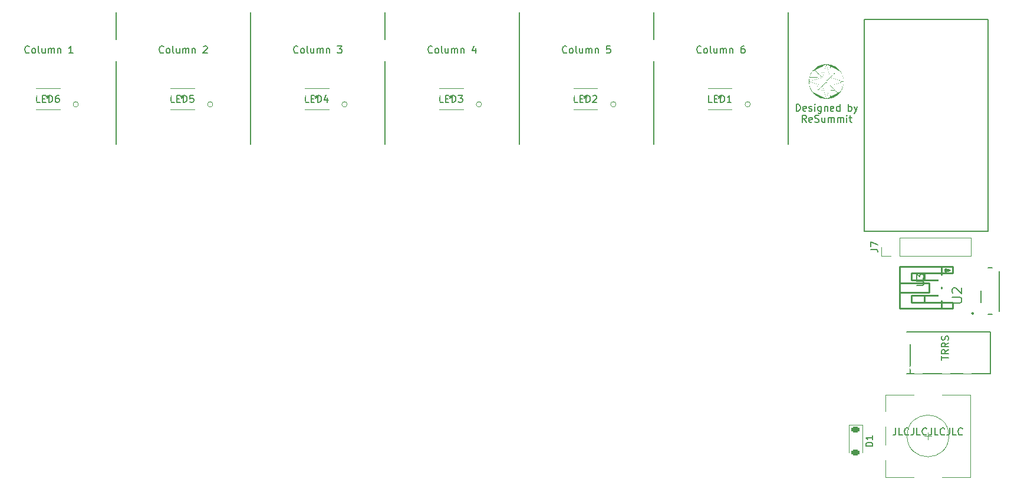
<source format=gto>
G04 #@! TF.GenerationSoftware,KiCad,Pcbnew,7.0.8*
G04 #@! TF.CreationDate,2023-10-17T17:25:18-07:00*
G04 #@! TF.ProjectId,Seismos_CoreL,53656973-6d6f-4735-9f43-6f72654c2e6b,rev?*
G04 #@! TF.SameCoordinates,Original*
G04 #@! TF.FileFunction,Legend,Top*
G04 #@! TF.FilePolarity,Positive*
%FSLAX46Y46*%
G04 Gerber Fmt 4.6, Leading zero omitted, Abs format (unit mm)*
G04 Created by KiCad (PCBNEW 7.0.8) date 2023-10-17 17:25:18*
%MOMM*%
%LPD*%
G01*
G04 APERTURE LIST*
G04 Aperture macros list*
%AMRoundRect*
0 Rectangle with rounded corners*
0 $1 Rounding radius*
0 $2 $3 $4 $5 $6 $7 $8 $9 X,Y pos of 4 corners*
0 Add a 4 corners polygon primitive as box body*
4,1,4,$2,$3,$4,$5,$6,$7,$8,$9,$2,$3,0*
0 Add four circle primitives for the rounded corners*
1,1,$1+$1,$2,$3*
1,1,$1+$1,$4,$5*
1,1,$1+$1,$6,$7*
1,1,$1+$1,$8,$9*
0 Add four rect primitives between the rounded corners*
20,1,$1+$1,$2,$3,$4,$5,0*
20,1,$1+$1,$4,$5,$6,$7,0*
20,1,$1+$1,$6,$7,$8,$9,0*
20,1,$1+$1,$8,$9,$2,$3,0*%
%AMFreePoly0*
4,1,6,0.600000,0.200000,0.000000,-0.400000,-0.600000,0.200000,-0.600000,0.400000,0.600000,0.400000,0.600000,0.200000,0.600000,0.200000,$1*%
%AMFreePoly1*
4,1,6,0.600000,-0.250000,-0.600000,-0.250000,-0.600000,1.000000,0.000000,0.400000,0.600000,1.000000,0.600000,-0.250000,0.600000,-0.250000,$1*%
G04 Aperture macros list end*
%ADD10C,0.150000*%
%ADD11C,0.120000*%
%ADD12C,0.127000*%
%ADD13C,0.250000*%
%ADD14C,0.254000*%
%ADD15C,1.200000*%
%ADD16O,2.500000X1.700000*%
%ADD17C,0.100000*%
%ADD18C,2.000000*%
%ADD19R,3.200000X2.000000*%
%ADD20C,3.200000*%
%ADD21R,1.700000X1.700000*%
%ADD22O,1.700000X1.700000*%
%ADD23C,0.900000*%
%ADD24R,1.500000X0.700000*%
%ADD25R,0.800000X1.000000*%
%ADD26C,1.400000*%
%ADD27C,1.600000*%
%ADD28FreePoly0,270.000000*%
%ADD29FreePoly0,90.000000*%
%ADD30R,1.600000X1.600000*%
%ADD31FreePoly1,270.000000*%
%ADD32FreePoly1,90.000000*%
%ADD33RoundRect,0.225000X-0.375000X0.225000X-0.375000X-0.225000X0.375000X-0.225000X0.375000X0.225000X0*%
%ADD34R,1.803400X0.812800*%
G04 APERTURE END LIST*
D10*
X87900000Y-20000000D02*
X87900000Y-39000000D01*
X107200000Y-20000000D02*
X107200000Y-39000000D01*
X49300000Y-20000000D02*
X49300000Y-39000000D01*
X126500000Y-20000000D02*
X126500000Y-39000000D01*
X145800000Y-20000000D02*
X145800000Y-39000000D01*
X68600000Y-20000000D02*
X68600000Y-39000000D01*
X161270951Y-79829819D02*
X161270951Y-80544104D01*
X161270951Y-80544104D02*
X161223332Y-80686961D01*
X161223332Y-80686961D02*
X161128094Y-80782200D01*
X161128094Y-80782200D02*
X160985237Y-80829819D01*
X160985237Y-80829819D02*
X160889999Y-80829819D01*
X162223332Y-80829819D02*
X161747142Y-80829819D01*
X161747142Y-80829819D02*
X161747142Y-79829819D01*
X163128094Y-80734580D02*
X163080475Y-80782200D01*
X163080475Y-80782200D02*
X162937618Y-80829819D01*
X162937618Y-80829819D02*
X162842380Y-80829819D01*
X162842380Y-80829819D02*
X162699523Y-80782200D01*
X162699523Y-80782200D02*
X162604285Y-80686961D01*
X162604285Y-80686961D02*
X162556666Y-80591723D01*
X162556666Y-80591723D02*
X162509047Y-80401247D01*
X162509047Y-80401247D02*
X162509047Y-80258390D01*
X162509047Y-80258390D02*
X162556666Y-80067914D01*
X162556666Y-80067914D02*
X162604285Y-79972676D01*
X162604285Y-79972676D02*
X162699523Y-79877438D01*
X162699523Y-79877438D02*
X162842380Y-79829819D01*
X162842380Y-79829819D02*
X162937618Y-79829819D01*
X162937618Y-79829819D02*
X163080475Y-79877438D01*
X163080475Y-79877438D02*
X163128094Y-79925057D01*
X163842380Y-79829819D02*
X163842380Y-80544104D01*
X163842380Y-80544104D02*
X163794761Y-80686961D01*
X163794761Y-80686961D02*
X163699523Y-80782200D01*
X163699523Y-80782200D02*
X163556666Y-80829819D01*
X163556666Y-80829819D02*
X163461428Y-80829819D01*
X164794761Y-80829819D02*
X164318571Y-80829819D01*
X164318571Y-80829819D02*
X164318571Y-79829819D01*
X165699523Y-80734580D02*
X165651904Y-80782200D01*
X165651904Y-80782200D02*
X165509047Y-80829819D01*
X165509047Y-80829819D02*
X165413809Y-80829819D01*
X165413809Y-80829819D02*
X165270952Y-80782200D01*
X165270952Y-80782200D02*
X165175714Y-80686961D01*
X165175714Y-80686961D02*
X165128095Y-80591723D01*
X165128095Y-80591723D02*
X165080476Y-80401247D01*
X165080476Y-80401247D02*
X165080476Y-80258390D01*
X165080476Y-80258390D02*
X165128095Y-80067914D01*
X165128095Y-80067914D02*
X165175714Y-79972676D01*
X165175714Y-79972676D02*
X165270952Y-79877438D01*
X165270952Y-79877438D02*
X165413809Y-79829819D01*
X165413809Y-79829819D02*
X165509047Y-79829819D01*
X165509047Y-79829819D02*
X165651904Y-79877438D01*
X165651904Y-79877438D02*
X165699523Y-79925057D01*
X166413809Y-79829819D02*
X166413809Y-80544104D01*
X166413809Y-80544104D02*
X166366190Y-80686961D01*
X166366190Y-80686961D02*
X166270952Y-80782200D01*
X166270952Y-80782200D02*
X166128095Y-80829819D01*
X166128095Y-80829819D02*
X166032857Y-80829819D01*
X167366190Y-80829819D02*
X166890000Y-80829819D01*
X166890000Y-80829819D02*
X166890000Y-79829819D01*
X168270952Y-80734580D02*
X168223333Y-80782200D01*
X168223333Y-80782200D02*
X168080476Y-80829819D01*
X168080476Y-80829819D02*
X167985238Y-80829819D01*
X167985238Y-80829819D02*
X167842381Y-80782200D01*
X167842381Y-80782200D02*
X167747143Y-80686961D01*
X167747143Y-80686961D02*
X167699524Y-80591723D01*
X167699524Y-80591723D02*
X167651905Y-80401247D01*
X167651905Y-80401247D02*
X167651905Y-80258390D01*
X167651905Y-80258390D02*
X167699524Y-80067914D01*
X167699524Y-80067914D02*
X167747143Y-79972676D01*
X167747143Y-79972676D02*
X167842381Y-79877438D01*
X167842381Y-79877438D02*
X167985238Y-79829819D01*
X167985238Y-79829819D02*
X168080476Y-79829819D01*
X168080476Y-79829819D02*
X168223333Y-79877438D01*
X168223333Y-79877438D02*
X168270952Y-79925057D01*
X168985238Y-79829819D02*
X168985238Y-80544104D01*
X168985238Y-80544104D02*
X168937619Y-80686961D01*
X168937619Y-80686961D02*
X168842381Y-80782200D01*
X168842381Y-80782200D02*
X168699524Y-80829819D01*
X168699524Y-80829819D02*
X168604286Y-80829819D01*
X169937619Y-80829819D02*
X169461429Y-80829819D01*
X169461429Y-80829819D02*
X169461429Y-79829819D01*
X170842381Y-80734580D02*
X170794762Y-80782200D01*
X170794762Y-80782200D02*
X170651905Y-80829819D01*
X170651905Y-80829819D02*
X170556667Y-80829819D01*
X170556667Y-80829819D02*
X170413810Y-80782200D01*
X170413810Y-80782200D02*
X170318572Y-80686961D01*
X170318572Y-80686961D02*
X170270953Y-80591723D01*
X170270953Y-80591723D02*
X170223334Y-80401247D01*
X170223334Y-80401247D02*
X170223334Y-80258390D01*
X170223334Y-80258390D02*
X170270953Y-80067914D01*
X170270953Y-80067914D02*
X170318572Y-79972676D01*
X170318572Y-79972676D02*
X170413810Y-79877438D01*
X170413810Y-79877438D02*
X170556667Y-79829819D01*
X170556667Y-79829819D02*
X170651905Y-79829819D01*
X170651905Y-79829819D02*
X170794762Y-79877438D01*
X170794762Y-79877438D02*
X170842381Y-79925057D01*
X146991666Y-34209819D02*
X146991666Y-33209819D01*
X146991666Y-33209819D02*
X147229761Y-33209819D01*
X147229761Y-33209819D02*
X147372618Y-33257438D01*
X147372618Y-33257438D02*
X147467856Y-33352676D01*
X147467856Y-33352676D02*
X147515475Y-33447914D01*
X147515475Y-33447914D02*
X147563094Y-33638390D01*
X147563094Y-33638390D02*
X147563094Y-33781247D01*
X147563094Y-33781247D02*
X147515475Y-33971723D01*
X147515475Y-33971723D02*
X147467856Y-34066961D01*
X147467856Y-34066961D02*
X147372618Y-34162200D01*
X147372618Y-34162200D02*
X147229761Y-34209819D01*
X147229761Y-34209819D02*
X146991666Y-34209819D01*
X148372618Y-34162200D02*
X148277380Y-34209819D01*
X148277380Y-34209819D02*
X148086904Y-34209819D01*
X148086904Y-34209819D02*
X147991666Y-34162200D01*
X147991666Y-34162200D02*
X147944047Y-34066961D01*
X147944047Y-34066961D02*
X147944047Y-33686009D01*
X147944047Y-33686009D02*
X147991666Y-33590771D01*
X147991666Y-33590771D02*
X148086904Y-33543152D01*
X148086904Y-33543152D02*
X148277380Y-33543152D01*
X148277380Y-33543152D02*
X148372618Y-33590771D01*
X148372618Y-33590771D02*
X148420237Y-33686009D01*
X148420237Y-33686009D02*
X148420237Y-33781247D01*
X148420237Y-33781247D02*
X147944047Y-33876485D01*
X148801190Y-34162200D02*
X148896428Y-34209819D01*
X148896428Y-34209819D02*
X149086904Y-34209819D01*
X149086904Y-34209819D02*
X149182142Y-34162200D01*
X149182142Y-34162200D02*
X149229761Y-34066961D01*
X149229761Y-34066961D02*
X149229761Y-34019342D01*
X149229761Y-34019342D02*
X149182142Y-33924104D01*
X149182142Y-33924104D02*
X149086904Y-33876485D01*
X149086904Y-33876485D02*
X148944047Y-33876485D01*
X148944047Y-33876485D02*
X148848809Y-33828866D01*
X148848809Y-33828866D02*
X148801190Y-33733628D01*
X148801190Y-33733628D02*
X148801190Y-33686009D01*
X148801190Y-33686009D02*
X148848809Y-33590771D01*
X148848809Y-33590771D02*
X148944047Y-33543152D01*
X148944047Y-33543152D02*
X149086904Y-33543152D01*
X149086904Y-33543152D02*
X149182142Y-33590771D01*
X149658333Y-34209819D02*
X149658333Y-33543152D01*
X149658333Y-33209819D02*
X149610714Y-33257438D01*
X149610714Y-33257438D02*
X149658333Y-33305057D01*
X149658333Y-33305057D02*
X149705952Y-33257438D01*
X149705952Y-33257438D02*
X149658333Y-33209819D01*
X149658333Y-33209819D02*
X149658333Y-33305057D01*
X150563094Y-33543152D02*
X150563094Y-34352676D01*
X150563094Y-34352676D02*
X150515475Y-34447914D01*
X150515475Y-34447914D02*
X150467856Y-34495533D01*
X150467856Y-34495533D02*
X150372618Y-34543152D01*
X150372618Y-34543152D02*
X150229761Y-34543152D01*
X150229761Y-34543152D02*
X150134523Y-34495533D01*
X150563094Y-34162200D02*
X150467856Y-34209819D01*
X150467856Y-34209819D02*
X150277380Y-34209819D01*
X150277380Y-34209819D02*
X150182142Y-34162200D01*
X150182142Y-34162200D02*
X150134523Y-34114580D01*
X150134523Y-34114580D02*
X150086904Y-34019342D01*
X150086904Y-34019342D02*
X150086904Y-33733628D01*
X150086904Y-33733628D02*
X150134523Y-33638390D01*
X150134523Y-33638390D02*
X150182142Y-33590771D01*
X150182142Y-33590771D02*
X150277380Y-33543152D01*
X150277380Y-33543152D02*
X150467856Y-33543152D01*
X150467856Y-33543152D02*
X150563094Y-33590771D01*
X151039285Y-33543152D02*
X151039285Y-34209819D01*
X151039285Y-33638390D02*
X151086904Y-33590771D01*
X151086904Y-33590771D02*
X151182142Y-33543152D01*
X151182142Y-33543152D02*
X151324999Y-33543152D01*
X151324999Y-33543152D02*
X151420237Y-33590771D01*
X151420237Y-33590771D02*
X151467856Y-33686009D01*
X151467856Y-33686009D02*
X151467856Y-34209819D01*
X152324999Y-34162200D02*
X152229761Y-34209819D01*
X152229761Y-34209819D02*
X152039285Y-34209819D01*
X152039285Y-34209819D02*
X151944047Y-34162200D01*
X151944047Y-34162200D02*
X151896428Y-34066961D01*
X151896428Y-34066961D02*
X151896428Y-33686009D01*
X151896428Y-33686009D02*
X151944047Y-33590771D01*
X151944047Y-33590771D02*
X152039285Y-33543152D01*
X152039285Y-33543152D02*
X152229761Y-33543152D01*
X152229761Y-33543152D02*
X152324999Y-33590771D01*
X152324999Y-33590771D02*
X152372618Y-33686009D01*
X152372618Y-33686009D02*
X152372618Y-33781247D01*
X152372618Y-33781247D02*
X151896428Y-33876485D01*
X153229761Y-34209819D02*
X153229761Y-33209819D01*
X153229761Y-34162200D02*
X153134523Y-34209819D01*
X153134523Y-34209819D02*
X152944047Y-34209819D01*
X152944047Y-34209819D02*
X152848809Y-34162200D01*
X152848809Y-34162200D02*
X152801190Y-34114580D01*
X152801190Y-34114580D02*
X152753571Y-34019342D01*
X152753571Y-34019342D02*
X152753571Y-33733628D01*
X152753571Y-33733628D02*
X152801190Y-33638390D01*
X152801190Y-33638390D02*
X152848809Y-33590771D01*
X152848809Y-33590771D02*
X152944047Y-33543152D01*
X152944047Y-33543152D02*
X153134523Y-33543152D01*
X153134523Y-33543152D02*
X153229761Y-33590771D01*
X154467857Y-34209819D02*
X154467857Y-33209819D01*
X154467857Y-33590771D02*
X154563095Y-33543152D01*
X154563095Y-33543152D02*
X154753571Y-33543152D01*
X154753571Y-33543152D02*
X154848809Y-33590771D01*
X154848809Y-33590771D02*
X154896428Y-33638390D01*
X154896428Y-33638390D02*
X154944047Y-33733628D01*
X154944047Y-33733628D02*
X154944047Y-34019342D01*
X154944047Y-34019342D02*
X154896428Y-34114580D01*
X154896428Y-34114580D02*
X154848809Y-34162200D01*
X154848809Y-34162200D02*
X154753571Y-34209819D01*
X154753571Y-34209819D02*
X154563095Y-34209819D01*
X154563095Y-34209819D02*
X154467857Y-34162200D01*
X155277381Y-33543152D02*
X155515476Y-34209819D01*
X155753571Y-33543152D02*
X155515476Y-34209819D01*
X155515476Y-34209819D02*
X155420238Y-34447914D01*
X155420238Y-34447914D02*
X155372619Y-34495533D01*
X155372619Y-34495533D02*
X155277381Y-34543152D01*
X148420238Y-35819819D02*
X148086905Y-35343628D01*
X147848810Y-35819819D02*
X147848810Y-34819819D01*
X147848810Y-34819819D02*
X148229762Y-34819819D01*
X148229762Y-34819819D02*
X148325000Y-34867438D01*
X148325000Y-34867438D02*
X148372619Y-34915057D01*
X148372619Y-34915057D02*
X148420238Y-35010295D01*
X148420238Y-35010295D02*
X148420238Y-35153152D01*
X148420238Y-35153152D02*
X148372619Y-35248390D01*
X148372619Y-35248390D02*
X148325000Y-35296009D01*
X148325000Y-35296009D02*
X148229762Y-35343628D01*
X148229762Y-35343628D02*
X147848810Y-35343628D01*
X149229762Y-35772200D02*
X149134524Y-35819819D01*
X149134524Y-35819819D02*
X148944048Y-35819819D01*
X148944048Y-35819819D02*
X148848810Y-35772200D01*
X148848810Y-35772200D02*
X148801191Y-35676961D01*
X148801191Y-35676961D02*
X148801191Y-35296009D01*
X148801191Y-35296009D02*
X148848810Y-35200771D01*
X148848810Y-35200771D02*
X148944048Y-35153152D01*
X148944048Y-35153152D02*
X149134524Y-35153152D01*
X149134524Y-35153152D02*
X149229762Y-35200771D01*
X149229762Y-35200771D02*
X149277381Y-35296009D01*
X149277381Y-35296009D02*
X149277381Y-35391247D01*
X149277381Y-35391247D02*
X148801191Y-35486485D01*
X149658334Y-35772200D02*
X149801191Y-35819819D01*
X149801191Y-35819819D02*
X150039286Y-35819819D01*
X150039286Y-35819819D02*
X150134524Y-35772200D01*
X150134524Y-35772200D02*
X150182143Y-35724580D01*
X150182143Y-35724580D02*
X150229762Y-35629342D01*
X150229762Y-35629342D02*
X150229762Y-35534104D01*
X150229762Y-35534104D02*
X150182143Y-35438866D01*
X150182143Y-35438866D02*
X150134524Y-35391247D01*
X150134524Y-35391247D02*
X150039286Y-35343628D01*
X150039286Y-35343628D02*
X149848810Y-35296009D01*
X149848810Y-35296009D02*
X149753572Y-35248390D01*
X149753572Y-35248390D02*
X149705953Y-35200771D01*
X149705953Y-35200771D02*
X149658334Y-35105533D01*
X149658334Y-35105533D02*
X149658334Y-35010295D01*
X149658334Y-35010295D02*
X149705953Y-34915057D01*
X149705953Y-34915057D02*
X149753572Y-34867438D01*
X149753572Y-34867438D02*
X149848810Y-34819819D01*
X149848810Y-34819819D02*
X150086905Y-34819819D01*
X150086905Y-34819819D02*
X150229762Y-34867438D01*
X151086905Y-35153152D02*
X151086905Y-35819819D01*
X150658334Y-35153152D02*
X150658334Y-35676961D01*
X150658334Y-35676961D02*
X150705953Y-35772200D01*
X150705953Y-35772200D02*
X150801191Y-35819819D01*
X150801191Y-35819819D02*
X150944048Y-35819819D01*
X150944048Y-35819819D02*
X151039286Y-35772200D01*
X151039286Y-35772200D02*
X151086905Y-35724580D01*
X151563096Y-35819819D02*
X151563096Y-35153152D01*
X151563096Y-35248390D02*
X151610715Y-35200771D01*
X151610715Y-35200771D02*
X151705953Y-35153152D01*
X151705953Y-35153152D02*
X151848810Y-35153152D01*
X151848810Y-35153152D02*
X151944048Y-35200771D01*
X151944048Y-35200771D02*
X151991667Y-35296009D01*
X151991667Y-35296009D02*
X151991667Y-35819819D01*
X151991667Y-35296009D02*
X152039286Y-35200771D01*
X152039286Y-35200771D02*
X152134524Y-35153152D01*
X152134524Y-35153152D02*
X152277381Y-35153152D01*
X152277381Y-35153152D02*
X152372620Y-35200771D01*
X152372620Y-35200771D02*
X152420239Y-35296009D01*
X152420239Y-35296009D02*
X152420239Y-35819819D01*
X152896429Y-35819819D02*
X152896429Y-35153152D01*
X152896429Y-35248390D02*
X152944048Y-35200771D01*
X152944048Y-35200771D02*
X153039286Y-35153152D01*
X153039286Y-35153152D02*
X153182143Y-35153152D01*
X153182143Y-35153152D02*
X153277381Y-35200771D01*
X153277381Y-35200771D02*
X153325000Y-35296009D01*
X153325000Y-35296009D02*
X153325000Y-35819819D01*
X153325000Y-35296009D02*
X153372619Y-35200771D01*
X153372619Y-35200771D02*
X153467857Y-35153152D01*
X153467857Y-35153152D02*
X153610714Y-35153152D01*
X153610714Y-35153152D02*
X153705953Y-35200771D01*
X153705953Y-35200771D02*
X153753572Y-35296009D01*
X153753572Y-35296009D02*
X153753572Y-35819819D01*
X154229762Y-35819819D02*
X154229762Y-35153152D01*
X154229762Y-34819819D02*
X154182143Y-34867438D01*
X154182143Y-34867438D02*
X154229762Y-34915057D01*
X154229762Y-34915057D02*
X154277381Y-34867438D01*
X154277381Y-34867438D02*
X154229762Y-34819819D01*
X154229762Y-34819819D02*
X154229762Y-34915057D01*
X154563095Y-35153152D02*
X154944047Y-35153152D01*
X154705952Y-34819819D02*
X154705952Y-35676961D01*
X154705952Y-35676961D02*
X154753571Y-35772200D01*
X154753571Y-35772200D02*
X154848809Y-35819819D01*
X154848809Y-35819819D02*
X154944047Y-35819819D01*
X94716666Y-25774580D02*
X94669047Y-25822200D01*
X94669047Y-25822200D02*
X94526190Y-25869819D01*
X94526190Y-25869819D02*
X94430952Y-25869819D01*
X94430952Y-25869819D02*
X94288095Y-25822200D01*
X94288095Y-25822200D02*
X94192857Y-25726961D01*
X94192857Y-25726961D02*
X94145238Y-25631723D01*
X94145238Y-25631723D02*
X94097619Y-25441247D01*
X94097619Y-25441247D02*
X94097619Y-25298390D01*
X94097619Y-25298390D02*
X94145238Y-25107914D01*
X94145238Y-25107914D02*
X94192857Y-25012676D01*
X94192857Y-25012676D02*
X94288095Y-24917438D01*
X94288095Y-24917438D02*
X94430952Y-24869819D01*
X94430952Y-24869819D02*
X94526190Y-24869819D01*
X94526190Y-24869819D02*
X94669047Y-24917438D01*
X94669047Y-24917438D02*
X94716666Y-24965057D01*
X95288095Y-25869819D02*
X95192857Y-25822200D01*
X95192857Y-25822200D02*
X95145238Y-25774580D01*
X95145238Y-25774580D02*
X95097619Y-25679342D01*
X95097619Y-25679342D02*
X95097619Y-25393628D01*
X95097619Y-25393628D02*
X95145238Y-25298390D01*
X95145238Y-25298390D02*
X95192857Y-25250771D01*
X95192857Y-25250771D02*
X95288095Y-25203152D01*
X95288095Y-25203152D02*
X95430952Y-25203152D01*
X95430952Y-25203152D02*
X95526190Y-25250771D01*
X95526190Y-25250771D02*
X95573809Y-25298390D01*
X95573809Y-25298390D02*
X95621428Y-25393628D01*
X95621428Y-25393628D02*
X95621428Y-25679342D01*
X95621428Y-25679342D02*
X95573809Y-25774580D01*
X95573809Y-25774580D02*
X95526190Y-25822200D01*
X95526190Y-25822200D02*
X95430952Y-25869819D01*
X95430952Y-25869819D02*
X95288095Y-25869819D01*
X96192857Y-25869819D02*
X96097619Y-25822200D01*
X96097619Y-25822200D02*
X96050000Y-25726961D01*
X96050000Y-25726961D02*
X96050000Y-24869819D01*
X97002381Y-25203152D02*
X97002381Y-25869819D01*
X96573810Y-25203152D02*
X96573810Y-25726961D01*
X96573810Y-25726961D02*
X96621429Y-25822200D01*
X96621429Y-25822200D02*
X96716667Y-25869819D01*
X96716667Y-25869819D02*
X96859524Y-25869819D01*
X96859524Y-25869819D02*
X96954762Y-25822200D01*
X96954762Y-25822200D02*
X97002381Y-25774580D01*
X97478572Y-25869819D02*
X97478572Y-25203152D01*
X97478572Y-25298390D02*
X97526191Y-25250771D01*
X97526191Y-25250771D02*
X97621429Y-25203152D01*
X97621429Y-25203152D02*
X97764286Y-25203152D01*
X97764286Y-25203152D02*
X97859524Y-25250771D01*
X97859524Y-25250771D02*
X97907143Y-25346009D01*
X97907143Y-25346009D02*
X97907143Y-25869819D01*
X97907143Y-25346009D02*
X97954762Y-25250771D01*
X97954762Y-25250771D02*
X98050000Y-25203152D01*
X98050000Y-25203152D02*
X98192857Y-25203152D01*
X98192857Y-25203152D02*
X98288096Y-25250771D01*
X98288096Y-25250771D02*
X98335715Y-25346009D01*
X98335715Y-25346009D02*
X98335715Y-25869819D01*
X98811905Y-25203152D02*
X98811905Y-25869819D01*
X98811905Y-25298390D02*
X98859524Y-25250771D01*
X98859524Y-25250771D02*
X98954762Y-25203152D01*
X98954762Y-25203152D02*
X99097619Y-25203152D01*
X99097619Y-25203152D02*
X99192857Y-25250771D01*
X99192857Y-25250771D02*
X99240476Y-25346009D01*
X99240476Y-25346009D02*
X99240476Y-25869819D01*
X100907143Y-25203152D02*
X100907143Y-25869819D01*
X100669048Y-24822200D02*
X100430953Y-25536485D01*
X100430953Y-25536485D02*
X101050000Y-25536485D01*
X56116666Y-25774580D02*
X56069047Y-25822200D01*
X56069047Y-25822200D02*
X55926190Y-25869819D01*
X55926190Y-25869819D02*
X55830952Y-25869819D01*
X55830952Y-25869819D02*
X55688095Y-25822200D01*
X55688095Y-25822200D02*
X55592857Y-25726961D01*
X55592857Y-25726961D02*
X55545238Y-25631723D01*
X55545238Y-25631723D02*
X55497619Y-25441247D01*
X55497619Y-25441247D02*
X55497619Y-25298390D01*
X55497619Y-25298390D02*
X55545238Y-25107914D01*
X55545238Y-25107914D02*
X55592857Y-25012676D01*
X55592857Y-25012676D02*
X55688095Y-24917438D01*
X55688095Y-24917438D02*
X55830952Y-24869819D01*
X55830952Y-24869819D02*
X55926190Y-24869819D01*
X55926190Y-24869819D02*
X56069047Y-24917438D01*
X56069047Y-24917438D02*
X56116666Y-24965057D01*
X56688095Y-25869819D02*
X56592857Y-25822200D01*
X56592857Y-25822200D02*
X56545238Y-25774580D01*
X56545238Y-25774580D02*
X56497619Y-25679342D01*
X56497619Y-25679342D02*
X56497619Y-25393628D01*
X56497619Y-25393628D02*
X56545238Y-25298390D01*
X56545238Y-25298390D02*
X56592857Y-25250771D01*
X56592857Y-25250771D02*
X56688095Y-25203152D01*
X56688095Y-25203152D02*
X56830952Y-25203152D01*
X56830952Y-25203152D02*
X56926190Y-25250771D01*
X56926190Y-25250771D02*
X56973809Y-25298390D01*
X56973809Y-25298390D02*
X57021428Y-25393628D01*
X57021428Y-25393628D02*
X57021428Y-25679342D01*
X57021428Y-25679342D02*
X56973809Y-25774580D01*
X56973809Y-25774580D02*
X56926190Y-25822200D01*
X56926190Y-25822200D02*
X56830952Y-25869819D01*
X56830952Y-25869819D02*
X56688095Y-25869819D01*
X57592857Y-25869819D02*
X57497619Y-25822200D01*
X57497619Y-25822200D02*
X57450000Y-25726961D01*
X57450000Y-25726961D02*
X57450000Y-24869819D01*
X58402381Y-25203152D02*
X58402381Y-25869819D01*
X57973810Y-25203152D02*
X57973810Y-25726961D01*
X57973810Y-25726961D02*
X58021429Y-25822200D01*
X58021429Y-25822200D02*
X58116667Y-25869819D01*
X58116667Y-25869819D02*
X58259524Y-25869819D01*
X58259524Y-25869819D02*
X58354762Y-25822200D01*
X58354762Y-25822200D02*
X58402381Y-25774580D01*
X58878572Y-25869819D02*
X58878572Y-25203152D01*
X58878572Y-25298390D02*
X58926191Y-25250771D01*
X58926191Y-25250771D02*
X59021429Y-25203152D01*
X59021429Y-25203152D02*
X59164286Y-25203152D01*
X59164286Y-25203152D02*
X59259524Y-25250771D01*
X59259524Y-25250771D02*
X59307143Y-25346009D01*
X59307143Y-25346009D02*
X59307143Y-25869819D01*
X59307143Y-25346009D02*
X59354762Y-25250771D01*
X59354762Y-25250771D02*
X59450000Y-25203152D01*
X59450000Y-25203152D02*
X59592857Y-25203152D01*
X59592857Y-25203152D02*
X59688096Y-25250771D01*
X59688096Y-25250771D02*
X59735715Y-25346009D01*
X59735715Y-25346009D02*
X59735715Y-25869819D01*
X60211905Y-25203152D02*
X60211905Y-25869819D01*
X60211905Y-25298390D02*
X60259524Y-25250771D01*
X60259524Y-25250771D02*
X60354762Y-25203152D01*
X60354762Y-25203152D02*
X60497619Y-25203152D01*
X60497619Y-25203152D02*
X60592857Y-25250771D01*
X60592857Y-25250771D02*
X60640476Y-25346009D01*
X60640476Y-25346009D02*
X60640476Y-25869819D01*
X61830953Y-24965057D02*
X61878572Y-24917438D01*
X61878572Y-24917438D02*
X61973810Y-24869819D01*
X61973810Y-24869819D02*
X62211905Y-24869819D01*
X62211905Y-24869819D02*
X62307143Y-24917438D01*
X62307143Y-24917438D02*
X62354762Y-24965057D01*
X62354762Y-24965057D02*
X62402381Y-25060295D01*
X62402381Y-25060295D02*
X62402381Y-25155533D01*
X62402381Y-25155533D02*
X62354762Y-25298390D01*
X62354762Y-25298390D02*
X61783334Y-25869819D01*
X61783334Y-25869819D02*
X62402381Y-25869819D01*
X133316666Y-25774580D02*
X133269047Y-25822200D01*
X133269047Y-25822200D02*
X133126190Y-25869819D01*
X133126190Y-25869819D02*
X133030952Y-25869819D01*
X133030952Y-25869819D02*
X132888095Y-25822200D01*
X132888095Y-25822200D02*
X132792857Y-25726961D01*
X132792857Y-25726961D02*
X132745238Y-25631723D01*
X132745238Y-25631723D02*
X132697619Y-25441247D01*
X132697619Y-25441247D02*
X132697619Y-25298390D01*
X132697619Y-25298390D02*
X132745238Y-25107914D01*
X132745238Y-25107914D02*
X132792857Y-25012676D01*
X132792857Y-25012676D02*
X132888095Y-24917438D01*
X132888095Y-24917438D02*
X133030952Y-24869819D01*
X133030952Y-24869819D02*
X133126190Y-24869819D01*
X133126190Y-24869819D02*
X133269047Y-24917438D01*
X133269047Y-24917438D02*
X133316666Y-24965057D01*
X133888095Y-25869819D02*
X133792857Y-25822200D01*
X133792857Y-25822200D02*
X133745238Y-25774580D01*
X133745238Y-25774580D02*
X133697619Y-25679342D01*
X133697619Y-25679342D02*
X133697619Y-25393628D01*
X133697619Y-25393628D02*
X133745238Y-25298390D01*
X133745238Y-25298390D02*
X133792857Y-25250771D01*
X133792857Y-25250771D02*
X133888095Y-25203152D01*
X133888095Y-25203152D02*
X134030952Y-25203152D01*
X134030952Y-25203152D02*
X134126190Y-25250771D01*
X134126190Y-25250771D02*
X134173809Y-25298390D01*
X134173809Y-25298390D02*
X134221428Y-25393628D01*
X134221428Y-25393628D02*
X134221428Y-25679342D01*
X134221428Y-25679342D02*
X134173809Y-25774580D01*
X134173809Y-25774580D02*
X134126190Y-25822200D01*
X134126190Y-25822200D02*
X134030952Y-25869819D01*
X134030952Y-25869819D02*
X133888095Y-25869819D01*
X134792857Y-25869819D02*
X134697619Y-25822200D01*
X134697619Y-25822200D02*
X134650000Y-25726961D01*
X134650000Y-25726961D02*
X134650000Y-24869819D01*
X135602381Y-25203152D02*
X135602381Y-25869819D01*
X135173810Y-25203152D02*
X135173810Y-25726961D01*
X135173810Y-25726961D02*
X135221429Y-25822200D01*
X135221429Y-25822200D02*
X135316667Y-25869819D01*
X135316667Y-25869819D02*
X135459524Y-25869819D01*
X135459524Y-25869819D02*
X135554762Y-25822200D01*
X135554762Y-25822200D02*
X135602381Y-25774580D01*
X136078572Y-25869819D02*
X136078572Y-25203152D01*
X136078572Y-25298390D02*
X136126191Y-25250771D01*
X136126191Y-25250771D02*
X136221429Y-25203152D01*
X136221429Y-25203152D02*
X136364286Y-25203152D01*
X136364286Y-25203152D02*
X136459524Y-25250771D01*
X136459524Y-25250771D02*
X136507143Y-25346009D01*
X136507143Y-25346009D02*
X136507143Y-25869819D01*
X136507143Y-25346009D02*
X136554762Y-25250771D01*
X136554762Y-25250771D02*
X136650000Y-25203152D01*
X136650000Y-25203152D02*
X136792857Y-25203152D01*
X136792857Y-25203152D02*
X136888096Y-25250771D01*
X136888096Y-25250771D02*
X136935715Y-25346009D01*
X136935715Y-25346009D02*
X136935715Y-25869819D01*
X137411905Y-25203152D02*
X137411905Y-25869819D01*
X137411905Y-25298390D02*
X137459524Y-25250771D01*
X137459524Y-25250771D02*
X137554762Y-25203152D01*
X137554762Y-25203152D02*
X137697619Y-25203152D01*
X137697619Y-25203152D02*
X137792857Y-25250771D01*
X137792857Y-25250771D02*
X137840476Y-25346009D01*
X137840476Y-25346009D02*
X137840476Y-25869819D01*
X139507143Y-24869819D02*
X139316667Y-24869819D01*
X139316667Y-24869819D02*
X139221429Y-24917438D01*
X139221429Y-24917438D02*
X139173810Y-24965057D01*
X139173810Y-24965057D02*
X139078572Y-25107914D01*
X139078572Y-25107914D02*
X139030953Y-25298390D01*
X139030953Y-25298390D02*
X139030953Y-25679342D01*
X139030953Y-25679342D02*
X139078572Y-25774580D01*
X139078572Y-25774580D02*
X139126191Y-25822200D01*
X139126191Y-25822200D02*
X139221429Y-25869819D01*
X139221429Y-25869819D02*
X139411905Y-25869819D01*
X139411905Y-25869819D02*
X139507143Y-25822200D01*
X139507143Y-25822200D02*
X139554762Y-25774580D01*
X139554762Y-25774580D02*
X139602381Y-25679342D01*
X139602381Y-25679342D02*
X139602381Y-25441247D01*
X139602381Y-25441247D02*
X139554762Y-25346009D01*
X139554762Y-25346009D02*
X139507143Y-25298390D01*
X139507143Y-25298390D02*
X139411905Y-25250771D01*
X139411905Y-25250771D02*
X139221429Y-25250771D01*
X139221429Y-25250771D02*
X139126191Y-25298390D01*
X139126191Y-25298390D02*
X139078572Y-25346009D01*
X139078572Y-25346009D02*
X139030953Y-25441247D01*
X75416666Y-25774580D02*
X75369047Y-25822200D01*
X75369047Y-25822200D02*
X75226190Y-25869819D01*
X75226190Y-25869819D02*
X75130952Y-25869819D01*
X75130952Y-25869819D02*
X74988095Y-25822200D01*
X74988095Y-25822200D02*
X74892857Y-25726961D01*
X74892857Y-25726961D02*
X74845238Y-25631723D01*
X74845238Y-25631723D02*
X74797619Y-25441247D01*
X74797619Y-25441247D02*
X74797619Y-25298390D01*
X74797619Y-25298390D02*
X74845238Y-25107914D01*
X74845238Y-25107914D02*
X74892857Y-25012676D01*
X74892857Y-25012676D02*
X74988095Y-24917438D01*
X74988095Y-24917438D02*
X75130952Y-24869819D01*
X75130952Y-24869819D02*
X75226190Y-24869819D01*
X75226190Y-24869819D02*
X75369047Y-24917438D01*
X75369047Y-24917438D02*
X75416666Y-24965057D01*
X75988095Y-25869819D02*
X75892857Y-25822200D01*
X75892857Y-25822200D02*
X75845238Y-25774580D01*
X75845238Y-25774580D02*
X75797619Y-25679342D01*
X75797619Y-25679342D02*
X75797619Y-25393628D01*
X75797619Y-25393628D02*
X75845238Y-25298390D01*
X75845238Y-25298390D02*
X75892857Y-25250771D01*
X75892857Y-25250771D02*
X75988095Y-25203152D01*
X75988095Y-25203152D02*
X76130952Y-25203152D01*
X76130952Y-25203152D02*
X76226190Y-25250771D01*
X76226190Y-25250771D02*
X76273809Y-25298390D01*
X76273809Y-25298390D02*
X76321428Y-25393628D01*
X76321428Y-25393628D02*
X76321428Y-25679342D01*
X76321428Y-25679342D02*
X76273809Y-25774580D01*
X76273809Y-25774580D02*
X76226190Y-25822200D01*
X76226190Y-25822200D02*
X76130952Y-25869819D01*
X76130952Y-25869819D02*
X75988095Y-25869819D01*
X76892857Y-25869819D02*
X76797619Y-25822200D01*
X76797619Y-25822200D02*
X76750000Y-25726961D01*
X76750000Y-25726961D02*
X76750000Y-24869819D01*
X77702381Y-25203152D02*
X77702381Y-25869819D01*
X77273810Y-25203152D02*
X77273810Y-25726961D01*
X77273810Y-25726961D02*
X77321429Y-25822200D01*
X77321429Y-25822200D02*
X77416667Y-25869819D01*
X77416667Y-25869819D02*
X77559524Y-25869819D01*
X77559524Y-25869819D02*
X77654762Y-25822200D01*
X77654762Y-25822200D02*
X77702381Y-25774580D01*
X78178572Y-25869819D02*
X78178572Y-25203152D01*
X78178572Y-25298390D02*
X78226191Y-25250771D01*
X78226191Y-25250771D02*
X78321429Y-25203152D01*
X78321429Y-25203152D02*
X78464286Y-25203152D01*
X78464286Y-25203152D02*
X78559524Y-25250771D01*
X78559524Y-25250771D02*
X78607143Y-25346009D01*
X78607143Y-25346009D02*
X78607143Y-25869819D01*
X78607143Y-25346009D02*
X78654762Y-25250771D01*
X78654762Y-25250771D02*
X78750000Y-25203152D01*
X78750000Y-25203152D02*
X78892857Y-25203152D01*
X78892857Y-25203152D02*
X78988096Y-25250771D01*
X78988096Y-25250771D02*
X79035715Y-25346009D01*
X79035715Y-25346009D02*
X79035715Y-25869819D01*
X79511905Y-25203152D02*
X79511905Y-25869819D01*
X79511905Y-25298390D02*
X79559524Y-25250771D01*
X79559524Y-25250771D02*
X79654762Y-25203152D01*
X79654762Y-25203152D02*
X79797619Y-25203152D01*
X79797619Y-25203152D02*
X79892857Y-25250771D01*
X79892857Y-25250771D02*
X79940476Y-25346009D01*
X79940476Y-25346009D02*
X79940476Y-25869819D01*
X81083334Y-24869819D02*
X81702381Y-24869819D01*
X81702381Y-24869819D02*
X81369048Y-25250771D01*
X81369048Y-25250771D02*
X81511905Y-25250771D01*
X81511905Y-25250771D02*
X81607143Y-25298390D01*
X81607143Y-25298390D02*
X81654762Y-25346009D01*
X81654762Y-25346009D02*
X81702381Y-25441247D01*
X81702381Y-25441247D02*
X81702381Y-25679342D01*
X81702381Y-25679342D02*
X81654762Y-25774580D01*
X81654762Y-25774580D02*
X81607143Y-25822200D01*
X81607143Y-25822200D02*
X81511905Y-25869819D01*
X81511905Y-25869819D02*
X81226191Y-25869819D01*
X81226191Y-25869819D02*
X81130953Y-25822200D01*
X81130953Y-25822200D02*
X81083334Y-25774580D01*
X36816666Y-25774580D02*
X36769047Y-25822200D01*
X36769047Y-25822200D02*
X36626190Y-25869819D01*
X36626190Y-25869819D02*
X36530952Y-25869819D01*
X36530952Y-25869819D02*
X36388095Y-25822200D01*
X36388095Y-25822200D02*
X36292857Y-25726961D01*
X36292857Y-25726961D02*
X36245238Y-25631723D01*
X36245238Y-25631723D02*
X36197619Y-25441247D01*
X36197619Y-25441247D02*
X36197619Y-25298390D01*
X36197619Y-25298390D02*
X36245238Y-25107914D01*
X36245238Y-25107914D02*
X36292857Y-25012676D01*
X36292857Y-25012676D02*
X36388095Y-24917438D01*
X36388095Y-24917438D02*
X36530952Y-24869819D01*
X36530952Y-24869819D02*
X36626190Y-24869819D01*
X36626190Y-24869819D02*
X36769047Y-24917438D01*
X36769047Y-24917438D02*
X36816666Y-24965057D01*
X37388095Y-25869819D02*
X37292857Y-25822200D01*
X37292857Y-25822200D02*
X37245238Y-25774580D01*
X37245238Y-25774580D02*
X37197619Y-25679342D01*
X37197619Y-25679342D02*
X37197619Y-25393628D01*
X37197619Y-25393628D02*
X37245238Y-25298390D01*
X37245238Y-25298390D02*
X37292857Y-25250771D01*
X37292857Y-25250771D02*
X37388095Y-25203152D01*
X37388095Y-25203152D02*
X37530952Y-25203152D01*
X37530952Y-25203152D02*
X37626190Y-25250771D01*
X37626190Y-25250771D02*
X37673809Y-25298390D01*
X37673809Y-25298390D02*
X37721428Y-25393628D01*
X37721428Y-25393628D02*
X37721428Y-25679342D01*
X37721428Y-25679342D02*
X37673809Y-25774580D01*
X37673809Y-25774580D02*
X37626190Y-25822200D01*
X37626190Y-25822200D02*
X37530952Y-25869819D01*
X37530952Y-25869819D02*
X37388095Y-25869819D01*
X38292857Y-25869819D02*
X38197619Y-25822200D01*
X38197619Y-25822200D02*
X38150000Y-25726961D01*
X38150000Y-25726961D02*
X38150000Y-24869819D01*
X39102381Y-25203152D02*
X39102381Y-25869819D01*
X38673810Y-25203152D02*
X38673810Y-25726961D01*
X38673810Y-25726961D02*
X38721429Y-25822200D01*
X38721429Y-25822200D02*
X38816667Y-25869819D01*
X38816667Y-25869819D02*
X38959524Y-25869819D01*
X38959524Y-25869819D02*
X39054762Y-25822200D01*
X39054762Y-25822200D02*
X39102381Y-25774580D01*
X39578572Y-25869819D02*
X39578572Y-25203152D01*
X39578572Y-25298390D02*
X39626191Y-25250771D01*
X39626191Y-25250771D02*
X39721429Y-25203152D01*
X39721429Y-25203152D02*
X39864286Y-25203152D01*
X39864286Y-25203152D02*
X39959524Y-25250771D01*
X39959524Y-25250771D02*
X40007143Y-25346009D01*
X40007143Y-25346009D02*
X40007143Y-25869819D01*
X40007143Y-25346009D02*
X40054762Y-25250771D01*
X40054762Y-25250771D02*
X40150000Y-25203152D01*
X40150000Y-25203152D02*
X40292857Y-25203152D01*
X40292857Y-25203152D02*
X40388096Y-25250771D01*
X40388096Y-25250771D02*
X40435715Y-25346009D01*
X40435715Y-25346009D02*
X40435715Y-25869819D01*
X40911905Y-25203152D02*
X40911905Y-25869819D01*
X40911905Y-25298390D02*
X40959524Y-25250771D01*
X40959524Y-25250771D02*
X41054762Y-25203152D01*
X41054762Y-25203152D02*
X41197619Y-25203152D01*
X41197619Y-25203152D02*
X41292857Y-25250771D01*
X41292857Y-25250771D02*
X41340476Y-25346009D01*
X41340476Y-25346009D02*
X41340476Y-25869819D01*
X43102381Y-25869819D02*
X42530953Y-25869819D01*
X42816667Y-25869819D02*
X42816667Y-24869819D01*
X42816667Y-24869819D02*
X42721429Y-25012676D01*
X42721429Y-25012676D02*
X42626191Y-25107914D01*
X42626191Y-25107914D02*
X42530953Y-25155533D01*
X114016666Y-25774580D02*
X113969047Y-25822200D01*
X113969047Y-25822200D02*
X113826190Y-25869819D01*
X113826190Y-25869819D02*
X113730952Y-25869819D01*
X113730952Y-25869819D02*
X113588095Y-25822200D01*
X113588095Y-25822200D02*
X113492857Y-25726961D01*
X113492857Y-25726961D02*
X113445238Y-25631723D01*
X113445238Y-25631723D02*
X113397619Y-25441247D01*
X113397619Y-25441247D02*
X113397619Y-25298390D01*
X113397619Y-25298390D02*
X113445238Y-25107914D01*
X113445238Y-25107914D02*
X113492857Y-25012676D01*
X113492857Y-25012676D02*
X113588095Y-24917438D01*
X113588095Y-24917438D02*
X113730952Y-24869819D01*
X113730952Y-24869819D02*
X113826190Y-24869819D01*
X113826190Y-24869819D02*
X113969047Y-24917438D01*
X113969047Y-24917438D02*
X114016666Y-24965057D01*
X114588095Y-25869819D02*
X114492857Y-25822200D01*
X114492857Y-25822200D02*
X114445238Y-25774580D01*
X114445238Y-25774580D02*
X114397619Y-25679342D01*
X114397619Y-25679342D02*
X114397619Y-25393628D01*
X114397619Y-25393628D02*
X114445238Y-25298390D01*
X114445238Y-25298390D02*
X114492857Y-25250771D01*
X114492857Y-25250771D02*
X114588095Y-25203152D01*
X114588095Y-25203152D02*
X114730952Y-25203152D01*
X114730952Y-25203152D02*
X114826190Y-25250771D01*
X114826190Y-25250771D02*
X114873809Y-25298390D01*
X114873809Y-25298390D02*
X114921428Y-25393628D01*
X114921428Y-25393628D02*
X114921428Y-25679342D01*
X114921428Y-25679342D02*
X114873809Y-25774580D01*
X114873809Y-25774580D02*
X114826190Y-25822200D01*
X114826190Y-25822200D02*
X114730952Y-25869819D01*
X114730952Y-25869819D02*
X114588095Y-25869819D01*
X115492857Y-25869819D02*
X115397619Y-25822200D01*
X115397619Y-25822200D02*
X115350000Y-25726961D01*
X115350000Y-25726961D02*
X115350000Y-24869819D01*
X116302381Y-25203152D02*
X116302381Y-25869819D01*
X115873810Y-25203152D02*
X115873810Y-25726961D01*
X115873810Y-25726961D02*
X115921429Y-25822200D01*
X115921429Y-25822200D02*
X116016667Y-25869819D01*
X116016667Y-25869819D02*
X116159524Y-25869819D01*
X116159524Y-25869819D02*
X116254762Y-25822200D01*
X116254762Y-25822200D02*
X116302381Y-25774580D01*
X116778572Y-25869819D02*
X116778572Y-25203152D01*
X116778572Y-25298390D02*
X116826191Y-25250771D01*
X116826191Y-25250771D02*
X116921429Y-25203152D01*
X116921429Y-25203152D02*
X117064286Y-25203152D01*
X117064286Y-25203152D02*
X117159524Y-25250771D01*
X117159524Y-25250771D02*
X117207143Y-25346009D01*
X117207143Y-25346009D02*
X117207143Y-25869819D01*
X117207143Y-25346009D02*
X117254762Y-25250771D01*
X117254762Y-25250771D02*
X117350000Y-25203152D01*
X117350000Y-25203152D02*
X117492857Y-25203152D01*
X117492857Y-25203152D02*
X117588096Y-25250771D01*
X117588096Y-25250771D02*
X117635715Y-25346009D01*
X117635715Y-25346009D02*
X117635715Y-25869819D01*
X118111905Y-25203152D02*
X118111905Y-25869819D01*
X118111905Y-25298390D02*
X118159524Y-25250771D01*
X118159524Y-25250771D02*
X118254762Y-25203152D01*
X118254762Y-25203152D02*
X118397619Y-25203152D01*
X118397619Y-25203152D02*
X118492857Y-25250771D01*
X118492857Y-25250771D02*
X118540476Y-25346009D01*
X118540476Y-25346009D02*
X118540476Y-25869819D01*
X120254762Y-24869819D02*
X119778572Y-24869819D01*
X119778572Y-24869819D02*
X119730953Y-25346009D01*
X119730953Y-25346009D02*
X119778572Y-25298390D01*
X119778572Y-25298390D02*
X119873810Y-25250771D01*
X119873810Y-25250771D02*
X120111905Y-25250771D01*
X120111905Y-25250771D02*
X120207143Y-25298390D01*
X120207143Y-25298390D02*
X120254762Y-25346009D01*
X120254762Y-25346009D02*
X120302381Y-25441247D01*
X120302381Y-25441247D02*
X120302381Y-25679342D01*
X120302381Y-25679342D02*
X120254762Y-25774580D01*
X120254762Y-25774580D02*
X120207143Y-25822200D01*
X120207143Y-25822200D02*
X120111905Y-25869819D01*
X120111905Y-25869819D02*
X119873810Y-25869819D01*
X119873810Y-25869819D02*
X119778572Y-25822200D01*
X119778572Y-25822200D02*
X119730953Y-25774580D01*
X167834819Y-70036904D02*
X167834819Y-69465476D01*
X168834819Y-69751190D02*
X167834819Y-69751190D01*
X168834819Y-68560714D02*
X168358628Y-68894047D01*
X168834819Y-69132142D02*
X167834819Y-69132142D01*
X167834819Y-69132142D02*
X167834819Y-68751190D01*
X167834819Y-68751190D02*
X167882438Y-68655952D01*
X167882438Y-68655952D02*
X167930057Y-68608333D01*
X167930057Y-68608333D02*
X168025295Y-68560714D01*
X168025295Y-68560714D02*
X168168152Y-68560714D01*
X168168152Y-68560714D02*
X168263390Y-68608333D01*
X168263390Y-68608333D02*
X168311009Y-68655952D01*
X168311009Y-68655952D02*
X168358628Y-68751190D01*
X168358628Y-68751190D02*
X168358628Y-69132142D01*
X168834819Y-67560714D02*
X168358628Y-67894047D01*
X168834819Y-68132142D02*
X167834819Y-68132142D01*
X167834819Y-68132142D02*
X167834819Y-67751190D01*
X167834819Y-67751190D02*
X167882438Y-67655952D01*
X167882438Y-67655952D02*
X167930057Y-67608333D01*
X167930057Y-67608333D02*
X168025295Y-67560714D01*
X168025295Y-67560714D02*
X168168152Y-67560714D01*
X168168152Y-67560714D02*
X168263390Y-67608333D01*
X168263390Y-67608333D02*
X168311009Y-67655952D01*
X168311009Y-67655952D02*
X168358628Y-67751190D01*
X168358628Y-67751190D02*
X168358628Y-68132142D01*
X168787200Y-67179761D02*
X168834819Y-67036904D01*
X168834819Y-67036904D02*
X168834819Y-66798809D01*
X168834819Y-66798809D02*
X168787200Y-66703571D01*
X168787200Y-66703571D02*
X168739580Y-66655952D01*
X168739580Y-66655952D02*
X168644342Y-66608333D01*
X168644342Y-66608333D02*
X168549104Y-66608333D01*
X168549104Y-66608333D02*
X168453866Y-66655952D01*
X168453866Y-66655952D02*
X168406247Y-66703571D01*
X168406247Y-66703571D02*
X168358628Y-66798809D01*
X168358628Y-66798809D02*
X168311009Y-66989285D01*
X168311009Y-66989285D02*
X168263390Y-67084523D01*
X168263390Y-67084523D02*
X168215771Y-67132142D01*
X168215771Y-67132142D02*
X168120533Y-67179761D01*
X168120533Y-67179761D02*
X168025295Y-67179761D01*
X168025295Y-67179761D02*
X167930057Y-67132142D01*
X167930057Y-67132142D02*
X167882438Y-67084523D01*
X167882438Y-67084523D02*
X167834819Y-66989285D01*
X167834819Y-66989285D02*
X167834819Y-66751190D01*
X167834819Y-66751190D02*
X167882438Y-66608333D01*
X167834819Y-70036904D02*
X167834819Y-69465476D01*
X168834819Y-69751190D02*
X167834819Y-69751190D01*
X168834819Y-68560714D02*
X168358628Y-68894047D01*
X168834819Y-69132142D02*
X167834819Y-69132142D01*
X167834819Y-69132142D02*
X167834819Y-68751190D01*
X167834819Y-68751190D02*
X167882438Y-68655952D01*
X167882438Y-68655952D02*
X167930057Y-68608333D01*
X167930057Y-68608333D02*
X168025295Y-68560714D01*
X168025295Y-68560714D02*
X168168152Y-68560714D01*
X168168152Y-68560714D02*
X168263390Y-68608333D01*
X168263390Y-68608333D02*
X168311009Y-68655952D01*
X168311009Y-68655952D02*
X168358628Y-68751190D01*
X168358628Y-68751190D02*
X168358628Y-69132142D01*
X168834819Y-67560714D02*
X168358628Y-67894047D01*
X168834819Y-68132142D02*
X167834819Y-68132142D01*
X167834819Y-68132142D02*
X167834819Y-67751190D01*
X167834819Y-67751190D02*
X167882438Y-67655952D01*
X167882438Y-67655952D02*
X167930057Y-67608333D01*
X167930057Y-67608333D02*
X168025295Y-67560714D01*
X168025295Y-67560714D02*
X168168152Y-67560714D01*
X168168152Y-67560714D02*
X168263390Y-67608333D01*
X168263390Y-67608333D02*
X168311009Y-67655952D01*
X168311009Y-67655952D02*
X168358628Y-67751190D01*
X168358628Y-67751190D02*
X168358628Y-68132142D01*
X168787200Y-67179761D02*
X168834819Y-67036904D01*
X168834819Y-67036904D02*
X168834819Y-66798809D01*
X168834819Y-66798809D02*
X168787200Y-66703571D01*
X168787200Y-66703571D02*
X168739580Y-66655952D01*
X168739580Y-66655952D02*
X168644342Y-66608333D01*
X168644342Y-66608333D02*
X168549104Y-66608333D01*
X168549104Y-66608333D02*
X168453866Y-66655952D01*
X168453866Y-66655952D02*
X168406247Y-66703571D01*
X168406247Y-66703571D02*
X168358628Y-66798809D01*
X168358628Y-66798809D02*
X168311009Y-66989285D01*
X168311009Y-66989285D02*
X168263390Y-67084523D01*
X168263390Y-67084523D02*
X168215771Y-67132142D01*
X168215771Y-67132142D02*
X168120533Y-67179761D01*
X168120533Y-67179761D02*
X168025295Y-67179761D01*
X168025295Y-67179761D02*
X167930057Y-67132142D01*
X167930057Y-67132142D02*
X167882438Y-67084523D01*
X167882438Y-67084523D02*
X167834819Y-66989285D01*
X167834819Y-66989285D02*
X167834819Y-66751190D01*
X167834819Y-66751190D02*
X167882438Y-66608333D01*
X157680819Y-54099333D02*
X158395104Y-54099333D01*
X158395104Y-54099333D02*
X158537961Y-54146952D01*
X158537961Y-54146952D02*
X158633200Y-54242190D01*
X158633200Y-54242190D02*
X158680819Y-54385047D01*
X158680819Y-54385047D02*
X158680819Y-54480285D01*
X157680819Y-53718380D02*
X157680819Y-53051714D01*
X157680819Y-53051714D02*
X158680819Y-53480285D01*
X169340866Y-61833666D02*
X170474200Y-61833666D01*
X170474200Y-61833666D02*
X170607533Y-61767000D01*
X170607533Y-61767000D02*
X170674200Y-61700333D01*
X170674200Y-61700333D02*
X170740866Y-61567000D01*
X170740866Y-61567000D02*
X170740866Y-61300333D01*
X170740866Y-61300333D02*
X170674200Y-61167000D01*
X170674200Y-61167000D02*
X170607533Y-61100333D01*
X170607533Y-61100333D02*
X170474200Y-61033666D01*
X170474200Y-61033666D02*
X169340866Y-61033666D01*
X169474200Y-60433666D02*
X169407533Y-60366999D01*
X169407533Y-60366999D02*
X169340866Y-60233666D01*
X169340866Y-60233666D02*
X169340866Y-59900333D01*
X169340866Y-59900333D02*
X169407533Y-59766999D01*
X169407533Y-59766999D02*
X169474200Y-59700333D01*
X169474200Y-59700333D02*
X169607533Y-59633666D01*
X169607533Y-59633666D02*
X169740866Y-59633666D01*
X169740866Y-59633666D02*
X169940866Y-59700333D01*
X169940866Y-59700333D02*
X170740866Y-60500333D01*
X170740866Y-60500333D02*
X170740866Y-59633666D01*
X164298319Y-59295220D02*
X165107842Y-59295220D01*
X165107842Y-59295220D02*
X165203080Y-59247601D01*
X165203080Y-59247601D02*
X165250700Y-59199982D01*
X165250700Y-59199982D02*
X165298319Y-59104744D01*
X165298319Y-59104744D02*
X165298319Y-58914268D01*
X165298319Y-58914268D02*
X165250700Y-58819030D01*
X165250700Y-58819030D02*
X165203080Y-58771411D01*
X165203080Y-58771411D02*
X165107842Y-58723792D01*
X165107842Y-58723792D02*
X164298319Y-58723792D01*
X164298319Y-58342839D02*
X164298319Y-57723792D01*
X164298319Y-57723792D02*
X164679271Y-58057125D01*
X164679271Y-58057125D02*
X164679271Y-57914268D01*
X164679271Y-57914268D02*
X164726890Y-57819030D01*
X164726890Y-57819030D02*
X164774509Y-57771411D01*
X164774509Y-57771411D02*
X164869747Y-57723792D01*
X164869747Y-57723792D02*
X165107842Y-57723792D01*
X165107842Y-57723792D02*
X165203080Y-57771411D01*
X165203080Y-57771411D02*
X165250700Y-57819030D01*
X165250700Y-57819030D02*
X165298319Y-57914268D01*
X165298319Y-57914268D02*
X165298319Y-58199982D01*
X165298319Y-58199982D02*
X165250700Y-58295220D01*
X165250700Y-58295220D02*
X165203080Y-58342839D01*
X157954819Y-82438094D02*
X156954819Y-82438094D01*
X156954819Y-82438094D02*
X156954819Y-82199999D01*
X156954819Y-82199999D02*
X157002438Y-82057142D01*
X157002438Y-82057142D02*
X157097676Y-81961904D01*
X157097676Y-81961904D02*
X157192914Y-81914285D01*
X157192914Y-81914285D02*
X157383390Y-81866666D01*
X157383390Y-81866666D02*
X157526247Y-81866666D01*
X157526247Y-81866666D02*
X157716723Y-81914285D01*
X157716723Y-81914285D02*
X157811961Y-81961904D01*
X157811961Y-81961904D02*
X157907200Y-82057142D01*
X157907200Y-82057142D02*
X157954819Y-82199999D01*
X157954819Y-82199999D02*
X157954819Y-82438094D01*
X157954819Y-80914285D02*
X157954819Y-81485713D01*
X157954819Y-81199999D02*
X156954819Y-81199999D01*
X156954819Y-81199999D02*
X157097676Y-81295237D01*
X157097676Y-81295237D02*
X157192914Y-81390475D01*
X157192914Y-81390475D02*
X157240533Y-81485713D01*
X38380952Y-32954819D02*
X37904762Y-32954819D01*
X37904762Y-32954819D02*
X37904762Y-31954819D01*
X38714286Y-32431009D02*
X39047619Y-32431009D01*
X39190476Y-32954819D02*
X38714286Y-32954819D01*
X38714286Y-32954819D02*
X38714286Y-31954819D01*
X38714286Y-31954819D02*
X39190476Y-31954819D01*
X39619048Y-32954819D02*
X39619048Y-31954819D01*
X39619048Y-31954819D02*
X39857143Y-31954819D01*
X39857143Y-31954819D02*
X40000000Y-32002438D01*
X40000000Y-32002438D02*
X40095238Y-32097676D01*
X40095238Y-32097676D02*
X40142857Y-32192914D01*
X40142857Y-32192914D02*
X40190476Y-32383390D01*
X40190476Y-32383390D02*
X40190476Y-32526247D01*
X40190476Y-32526247D02*
X40142857Y-32716723D01*
X40142857Y-32716723D02*
X40095238Y-32811961D01*
X40095238Y-32811961D02*
X40000000Y-32907200D01*
X40000000Y-32907200D02*
X39857143Y-32954819D01*
X39857143Y-32954819D02*
X39619048Y-32954819D01*
X41047619Y-31954819D02*
X40857143Y-31954819D01*
X40857143Y-31954819D02*
X40761905Y-32002438D01*
X40761905Y-32002438D02*
X40714286Y-32050057D01*
X40714286Y-32050057D02*
X40619048Y-32192914D01*
X40619048Y-32192914D02*
X40571429Y-32383390D01*
X40571429Y-32383390D02*
X40571429Y-32764342D01*
X40571429Y-32764342D02*
X40619048Y-32859580D01*
X40619048Y-32859580D02*
X40666667Y-32907200D01*
X40666667Y-32907200D02*
X40761905Y-32954819D01*
X40761905Y-32954819D02*
X40952381Y-32954819D01*
X40952381Y-32954819D02*
X41047619Y-32907200D01*
X41047619Y-32907200D02*
X41095238Y-32859580D01*
X41095238Y-32859580D02*
X41142857Y-32764342D01*
X41142857Y-32764342D02*
X41142857Y-32526247D01*
X41142857Y-32526247D02*
X41095238Y-32431009D01*
X41095238Y-32431009D02*
X41047619Y-32383390D01*
X41047619Y-32383390D02*
X40952381Y-32335771D01*
X40952381Y-32335771D02*
X40761905Y-32335771D01*
X40761905Y-32335771D02*
X40666667Y-32383390D01*
X40666667Y-32383390D02*
X40619048Y-32431009D01*
X40619048Y-32431009D02*
X40571429Y-32526247D01*
X39500000Y-31954819D02*
X39500000Y-32192914D01*
X39261905Y-32097676D02*
X39500000Y-32192914D01*
X39500000Y-32192914D02*
X39738095Y-32097676D01*
X39357143Y-32383390D02*
X39500000Y-32192914D01*
X39500000Y-32192914D02*
X39642857Y-32383390D01*
X134880952Y-32954819D02*
X134404762Y-32954819D01*
X134404762Y-32954819D02*
X134404762Y-31954819D01*
X135214286Y-32431009D02*
X135547619Y-32431009D01*
X135690476Y-32954819D02*
X135214286Y-32954819D01*
X135214286Y-32954819D02*
X135214286Y-31954819D01*
X135214286Y-31954819D02*
X135690476Y-31954819D01*
X136119048Y-32954819D02*
X136119048Y-31954819D01*
X136119048Y-31954819D02*
X136357143Y-31954819D01*
X136357143Y-31954819D02*
X136500000Y-32002438D01*
X136500000Y-32002438D02*
X136595238Y-32097676D01*
X136595238Y-32097676D02*
X136642857Y-32192914D01*
X136642857Y-32192914D02*
X136690476Y-32383390D01*
X136690476Y-32383390D02*
X136690476Y-32526247D01*
X136690476Y-32526247D02*
X136642857Y-32716723D01*
X136642857Y-32716723D02*
X136595238Y-32811961D01*
X136595238Y-32811961D02*
X136500000Y-32907200D01*
X136500000Y-32907200D02*
X136357143Y-32954819D01*
X136357143Y-32954819D02*
X136119048Y-32954819D01*
X137642857Y-32954819D02*
X137071429Y-32954819D01*
X137357143Y-32954819D02*
X137357143Y-31954819D01*
X137357143Y-31954819D02*
X137261905Y-32097676D01*
X137261905Y-32097676D02*
X137166667Y-32192914D01*
X137166667Y-32192914D02*
X137071429Y-32240533D01*
X136000000Y-31954819D02*
X136000000Y-32192914D01*
X135761905Y-32097676D02*
X136000000Y-32192914D01*
X136000000Y-32192914D02*
X136238095Y-32097676D01*
X135857143Y-32383390D02*
X136000000Y-32192914D01*
X136000000Y-32192914D02*
X136142857Y-32383390D01*
X96280952Y-32954819D02*
X95804762Y-32954819D01*
X95804762Y-32954819D02*
X95804762Y-31954819D01*
X96614286Y-32431009D02*
X96947619Y-32431009D01*
X97090476Y-32954819D02*
X96614286Y-32954819D01*
X96614286Y-32954819D02*
X96614286Y-31954819D01*
X96614286Y-31954819D02*
X97090476Y-31954819D01*
X97519048Y-32954819D02*
X97519048Y-31954819D01*
X97519048Y-31954819D02*
X97757143Y-31954819D01*
X97757143Y-31954819D02*
X97900000Y-32002438D01*
X97900000Y-32002438D02*
X97995238Y-32097676D01*
X97995238Y-32097676D02*
X98042857Y-32192914D01*
X98042857Y-32192914D02*
X98090476Y-32383390D01*
X98090476Y-32383390D02*
X98090476Y-32526247D01*
X98090476Y-32526247D02*
X98042857Y-32716723D01*
X98042857Y-32716723D02*
X97995238Y-32811961D01*
X97995238Y-32811961D02*
X97900000Y-32907200D01*
X97900000Y-32907200D02*
X97757143Y-32954819D01*
X97757143Y-32954819D02*
X97519048Y-32954819D01*
X98423810Y-31954819D02*
X99042857Y-31954819D01*
X99042857Y-31954819D02*
X98709524Y-32335771D01*
X98709524Y-32335771D02*
X98852381Y-32335771D01*
X98852381Y-32335771D02*
X98947619Y-32383390D01*
X98947619Y-32383390D02*
X98995238Y-32431009D01*
X98995238Y-32431009D02*
X99042857Y-32526247D01*
X99042857Y-32526247D02*
X99042857Y-32764342D01*
X99042857Y-32764342D02*
X98995238Y-32859580D01*
X98995238Y-32859580D02*
X98947619Y-32907200D01*
X98947619Y-32907200D02*
X98852381Y-32954819D01*
X98852381Y-32954819D02*
X98566667Y-32954819D01*
X98566667Y-32954819D02*
X98471429Y-32907200D01*
X98471429Y-32907200D02*
X98423810Y-32859580D01*
X97400000Y-31954819D02*
X97400000Y-32192914D01*
X97161905Y-32097676D02*
X97400000Y-32192914D01*
X97400000Y-32192914D02*
X97638095Y-32097676D01*
X97257143Y-32383390D02*
X97400000Y-32192914D01*
X97400000Y-32192914D02*
X97542857Y-32383390D01*
X76980952Y-32954819D02*
X76504762Y-32954819D01*
X76504762Y-32954819D02*
X76504762Y-31954819D01*
X77314286Y-32431009D02*
X77647619Y-32431009D01*
X77790476Y-32954819D02*
X77314286Y-32954819D01*
X77314286Y-32954819D02*
X77314286Y-31954819D01*
X77314286Y-31954819D02*
X77790476Y-31954819D01*
X78219048Y-32954819D02*
X78219048Y-31954819D01*
X78219048Y-31954819D02*
X78457143Y-31954819D01*
X78457143Y-31954819D02*
X78600000Y-32002438D01*
X78600000Y-32002438D02*
X78695238Y-32097676D01*
X78695238Y-32097676D02*
X78742857Y-32192914D01*
X78742857Y-32192914D02*
X78790476Y-32383390D01*
X78790476Y-32383390D02*
X78790476Y-32526247D01*
X78790476Y-32526247D02*
X78742857Y-32716723D01*
X78742857Y-32716723D02*
X78695238Y-32811961D01*
X78695238Y-32811961D02*
X78600000Y-32907200D01*
X78600000Y-32907200D02*
X78457143Y-32954819D01*
X78457143Y-32954819D02*
X78219048Y-32954819D01*
X79647619Y-32288152D02*
X79647619Y-32954819D01*
X79409524Y-31907200D02*
X79171429Y-32621485D01*
X79171429Y-32621485D02*
X79790476Y-32621485D01*
X78100000Y-31954819D02*
X78100000Y-32192914D01*
X77861905Y-32097676D02*
X78100000Y-32192914D01*
X78100000Y-32192914D02*
X78338095Y-32097676D01*
X77957143Y-32383390D02*
X78100000Y-32192914D01*
X78100000Y-32192914D02*
X78242857Y-32383390D01*
X115580952Y-32954819D02*
X115104762Y-32954819D01*
X115104762Y-32954819D02*
X115104762Y-31954819D01*
X115914286Y-32431009D02*
X116247619Y-32431009D01*
X116390476Y-32954819D02*
X115914286Y-32954819D01*
X115914286Y-32954819D02*
X115914286Y-31954819D01*
X115914286Y-31954819D02*
X116390476Y-31954819D01*
X116819048Y-32954819D02*
X116819048Y-31954819D01*
X116819048Y-31954819D02*
X117057143Y-31954819D01*
X117057143Y-31954819D02*
X117200000Y-32002438D01*
X117200000Y-32002438D02*
X117295238Y-32097676D01*
X117295238Y-32097676D02*
X117342857Y-32192914D01*
X117342857Y-32192914D02*
X117390476Y-32383390D01*
X117390476Y-32383390D02*
X117390476Y-32526247D01*
X117390476Y-32526247D02*
X117342857Y-32716723D01*
X117342857Y-32716723D02*
X117295238Y-32811961D01*
X117295238Y-32811961D02*
X117200000Y-32907200D01*
X117200000Y-32907200D02*
X117057143Y-32954819D01*
X117057143Y-32954819D02*
X116819048Y-32954819D01*
X117771429Y-32050057D02*
X117819048Y-32002438D01*
X117819048Y-32002438D02*
X117914286Y-31954819D01*
X117914286Y-31954819D02*
X118152381Y-31954819D01*
X118152381Y-31954819D02*
X118247619Y-32002438D01*
X118247619Y-32002438D02*
X118295238Y-32050057D01*
X118295238Y-32050057D02*
X118342857Y-32145295D01*
X118342857Y-32145295D02*
X118342857Y-32240533D01*
X118342857Y-32240533D02*
X118295238Y-32383390D01*
X118295238Y-32383390D02*
X117723810Y-32954819D01*
X117723810Y-32954819D02*
X118342857Y-32954819D01*
X116700000Y-31954819D02*
X116700000Y-32192914D01*
X116461905Y-32097676D02*
X116700000Y-32192914D01*
X116700000Y-32192914D02*
X116938095Y-32097676D01*
X116557143Y-32383390D02*
X116700000Y-32192914D01*
X116700000Y-32192914D02*
X116842857Y-32383390D01*
X57680952Y-32954819D02*
X57204762Y-32954819D01*
X57204762Y-32954819D02*
X57204762Y-31954819D01*
X58014286Y-32431009D02*
X58347619Y-32431009D01*
X58490476Y-32954819D02*
X58014286Y-32954819D01*
X58014286Y-32954819D02*
X58014286Y-31954819D01*
X58014286Y-31954819D02*
X58490476Y-31954819D01*
X58919048Y-32954819D02*
X58919048Y-31954819D01*
X58919048Y-31954819D02*
X59157143Y-31954819D01*
X59157143Y-31954819D02*
X59300000Y-32002438D01*
X59300000Y-32002438D02*
X59395238Y-32097676D01*
X59395238Y-32097676D02*
X59442857Y-32192914D01*
X59442857Y-32192914D02*
X59490476Y-32383390D01*
X59490476Y-32383390D02*
X59490476Y-32526247D01*
X59490476Y-32526247D02*
X59442857Y-32716723D01*
X59442857Y-32716723D02*
X59395238Y-32811961D01*
X59395238Y-32811961D02*
X59300000Y-32907200D01*
X59300000Y-32907200D02*
X59157143Y-32954819D01*
X59157143Y-32954819D02*
X58919048Y-32954819D01*
X60395238Y-31954819D02*
X59919048Y-31954819D01*
X59919048Y-31954819D02*
X59871429Y-32431009D01*
X59871429Y-32431009D02*
X59919048Y-32383390D01*
X59919048Y-32383390D02*
X60014286Y-32335771D01*
X60014286Y-32335771D02*
X60252381Y-32335771D01*
X60252381Y-32335771D02*
X60347619Y-32383390D01*
X60347619Y-32383390D02*
X60395238Y-32431009D01*
X60395238Y-32431009D02*
X60442857Y-32526247D01*
X60442857Y-32526247D02*
X60442857Y-32764342D01*
X60442857Y-32764342D02*
X60395238Y-32859580D01*
X60395238Y-32859580D02*
X60347619Y-32907200D01*
X60347619Y-32907200D02*
X60252381Y-32954819D01*
X60252381Y-32954819D02*
X60014286Y-32954819D01*
X60014286Y-32954819D02*
X59919048Y-32907200D01*
X59919048Y-32907200D02*
X59871429Y-32859580D01*
X58800000Y-31954819D02*
X58800000Y-32192914D01*
X58561905Y-32097676D02*
X58800000Y-32192914D01*
X58800000Y-32192914D02*
X59038095Y-32097676D01*
X58657143Y-32383390D02*
X58800000Y-32192914D01*
X58800000Y-32192914D02*
X58942857Y-32383390D01*
D11*
X171990000Y-86860000D02*
X171990000Y-75060000D01*
X167890000Y-86860000D02*
X171990000Y-86860000D01*
X167890000Y-75060000D02*
X171990000Y-75060000D01*
X166390000Y-80960000D02*
X165390000Y-80960000D01*
X165890000Y-81460000D02*
X165890000Y-80460000D01*
X163890000Y-86860000D02*
X159790000Y-86860000D01*
X159790000Y-86860000D02*
X159790000Y-84460000D01*
X159790000Y-82260000D02*
X159790000Y-79660000D01*
X159790000Y-77460000D02*
X159790000Y-75060000D01*
X159790000Y-75060000D02*
X163890000Y-75060000D01*
X168890000Y-80960000D02*
G75*
G03*
X168890000Y-80960000I-3000000J0D01*
G01*
D10*
X174830000Y-66025000D02*
X174830000Y-72025000D01*
X162830000Y-66025000D02*
X174830000Y-66025000D01*
X174830000Y-72025000D02*
X162830000Y-72025000D01*
X163330000Y-72025000D02*
X163330000Y-66025000D01*
D11*
X159226000Y-55096000D02*
X159226000Y-53766000D01*
X160556000Y-55096000D02*
X159226000Y-55096000D01*
X161826000Y-55096000D02*
X172046000Y-55096000D01*
X161826000Y-55096000D02*
X161826000Y-52436000D01*
X172046000Y-55096000D02*
X172046000Y-52436000D01*
X161826000Y-52436000D02*
X172046000Y-52436000D01*
D12*
X175100000Y-63482000D02*
X174500000Y-63482000D01*
X176100000Y-63032000D02*
X176100000Y-57232000D01*
X173500000Y-61732000D02*
X173500000Y-60032000D01*
X174500000Y-56782000D02*
X175100000Y-56782000D01*
D13*
X172400000Y-63332000D02*
G75*
G03*
X172400000Y-63332000I-100000J0D01*
G01*
D14*
X161800500Y-62632000D02*
X161800500Y-56632000D01*
X167800500Y-62632000D02*
X161800500Y-62632000D01*
X167800500Y-62632000D02*
X169400500Y-62632000D01*
X167800500Y-62632000D02*
X167800500Y-61529000D01*
X169400500Y-62632000D02*
X169400500Y-61732000D01*
X163500500Y-61732000D02*
X163500500Y-60782000D01*
X165400500Y-61732000D02*
X165400500Y-60782000D01*
X167800500Y-61732000D02*
X163500500Y-61732000D01*
X169400500Y-61732000D02*
X167800500Y-61732000D01*
X163500500Y-60782000D02*
X167800500Y-60782000D01*
X161800500Y-60332000D02*
X161799500Y-60331000D01*
X161799500Y-60331000D02*
X166051500Y-60331000D01*
X166051500Y-60331000D02*
X166051500Y-58982000D01*
X167800500Y-59735000D02*
X167800500Y-59529000D01*
X166051500Y-58982000D02*
X161799500Y-58982000D01*
X163500500Y-58507000D02*
X163500500Y-57557000D01*
X165400500Y-58507000D02*
X165400500Y-57557000D01*
X167800500Y-58507000D02*
X163500500Y-58507000D01*
X167800500Y-57735000D02*
X167800500Y-56632000D01*
X163500500Y-57557000D02*
X167800500Y-57557000D01*
X169400500Y-57532000D02*
X167800500Y-57532000D01*
X168300500Y-57232000D02*
X168300500Y-56932000D01*
X169000500Y-57082000D02*
X168300500Y-57232000D01*
X168300500Y-56932000D02*
X169000500Y-57082000D01*
X161800500Y-56632000D02*
X167800500Y-56632000D01*
X167800500Y-56632000D02*
X169400500Y-56632000D01*
X169400500Y-56632000D02*
X169400500Y-57532000D01*
D10*
X174526000Y-21016000D02*
X174526000Y-51496000D01*
X156746000Y-21016000D02*
X174526000Y-21016000D01*
X156746000Y-21016000D02*
X156746000Y-51496000D01*
X174526000Y-51496000D02*
X156746000Y-51496000D01*
G36*
X149014000Y-29120192D02*
G01*
X149009115Y-29125077D01*
X149004230Y-29120192D01*
X149009115Y-29115307D01*
X149014000Y-29120192D01*
G37*
G36*
X149199615Y-31201038D02*
G01*
X149194730Y-31205923D01*
X149189846Y-31201038D01*
X149194730Y-31196153D01*
X149199615Y-31201038D01*
G37*
G36*
X149248461Y-28670807D02*
G01*
X149243577Y-28675692D01*
X149238692Y-28670807D01*
X149243577Y-28665923D01*
X149248461Y-28670807D01*
G37*
G36*
X149326615Y-28719653D02*
G01*
X149321730Y-28724538D01*
X149316846Y-28719653D01*
X149321730Y-28714769D01*
X149326615Y-28719653D01*
G37*
G36*
X149404769Y-28534038D02*
G01*
X149399884Y-28538923D01*
X149395000Y-28534038D01*
X149399884Y-28529153D01*
X149404769Y-28534038D01*
G37*
G36*
X149404769Y-31367115D02*
G01*
X149399884Y-31372000D01*
X149395000Y-31367115D01*
X149399884Y-31362230D01*
X149404769Y-31367115D01*
G37*
G36*
X149541538Y-28504730D02*
G01*
X149536653Y-28509615D01*
X149531769Y-28504730D01*
X149536653Y-28499846D01*
X149541538Y-28504730D01*
G37*
G36*
X149912769Y-28240961D02*
G01*
X149907884Y-28245846D01*
X149903000Y-28240961D01*
X149907884Y-28236077D01*
X149912769Y-28240961D01*
G37*
G36*
X149912769Y-28690346D02*
G01*
X149907884Y-28695230D01*
X149903000Y-28690346D01*
X149907884Y-28685461D01*
X149912769Y-28690346D01*
G37*
G36*
X149971384Y-28582884D02*
G01*
X149966500Y-28587769D01*
X149961615Y-28582884D01*
X149966500Y-28578000D01*
X149971384Y-28582884D01*
G37*
G36*
X150000692Y-31386653D02*
G01*
X149995807Y-31391538D01*
X149990923Y-31386653D01*
X149995807Y-31381769D01*
X150000692Y-31386653D01*
G37*
G36*
X150049538Y-28612192D02*
G01*
X150044653Y-28617077D01*
X150039769Y-28612192D01*
X150044653Y-28607307D01*
X150049538Y-28612192D01*
G37*
G36*
X150342615Y-28026038D02*
G01*
X150337730Y-28030923D01*
X150332846Y-28026038D01*
X150337730Y-28021153D01*
X150342615Y-28026038D01*
G37*
G36*
X151944769Y-31982577D02*
G01*
X151939884Y-31987461D01*
X151935000Y-31982577D01*
X151939884Y-31977692D01*
X151944769Y-31982577D01*
G37*
G36*
X152052230Y-28074884D02*
G01*
X152047346Y-28079769D01*
X152042461Y-28074884D01*
X152047346Y-28070000D01*
X152052230Y-28074884D01*
G37*
G36*
X152101077Y-28104192D02*
G01*
X152096192Y-28109077D01*
X152091307Y-28104192D01*
X152096192Y-28099307D01*
X152101077Y-28104192D01*
G37*
G36*
X152267153Y-31894653D02*
G01*
X152262269Y-31899538D01*
X152257384Y-31894653D01*
X152262269Y-31889769D01*
X152267153Y-31894653D01*
G37*
G36*
X152423461Y-31308500D02*
G01*
X152418577Y-31313384D01*
X152413692Y-31308500D01*
X152418577Y-31303615D01*
X152423461Y-31308500D01*
G37*
G36*
X152482077Y-28289807D02*
G01*
X152477192Y-28294692D01*
X152472307Y-28289807D01*
X152477192Y-28284923D01*
X152482077Y-28289807D01*
G37*
G36*
X152482077Y-28612192D02*
G01*
X152477192Y-28617077D01*
X152472307Y-28612192D01*
X152477192Y-28607307D01*
X152482077Y-28612192D01*
G37*
G36*
X152530923Y-28319115D02*
G01*
X152526038Y-28324000D01*
X152521153Y-28319115D01*
X152526038Y-28314230D01*
X152530923Y-28319115D01*
G37*
G36*
X152775153Y-28612192D02*
G01*
X152770269Y-28617077D01*
X152765384Y-28612192D01*
X152770269Y-28607307D01*
X152775153Y-28612192D01*
G37*
G36*
X152931461Y-28455884D02*
G01*
X152926577Y-28460769D01*
X152921692Y-28455884D01*
X152926577Y-28451000D01*
X152931461Y-28455884D01*
G37*
G36*
X152960769Y-28426577D02*
G01*
X152955884Y-28431461D01*
X152951000Y-28426577D01*
X152955884Y-28421692D01*
X152960769Y-28426577D01*
G37*
G36*
X153146384Y-31415961D02*
G01*
X153141500Y-31420846D01*
X153136615Y-31415961D01*
X153141500Y-31411077D01*
X153146384Y-31415961D01*
G37*
G36*
X153175692Y-31367115D02*
G01*
X153170807Y-31372000D01*
X153165923Y-31367115D01*
X153170807Y-31362230D01*
X153175692Y-31367115D01*
G37*
G36*
X153253846Y-28504730D02*
G01*
X153248961Y-28509615D01*
X153244077Y-28504730D01*
X153248961Y-28499846D01*
X153253846Y-28504730D01*
G37*
G36*
X153390615Y-28856423D02*
G01*
X153385730Y-28861307D01*
X153380846Y-28856423D01*
X153385730Y-28851538D01*
X153390615Y-28856423D01*
G37*
G36*
X153546923Y-29120192D02*
G01*
X153542038Y-29125077D01*
X153537153Y-29120192D01*
X153542038Y-29115307D01*
X153546923Y-29120192D01*
G37*
G36*
X153546923Y-30800500D02*
G01*
X153542038Y-30805384D01*
X153537153Y-30800500D01*
X153542038Y-30795615D01*
X153546923Y-30800500D01*
G37*
G36*
X153576230Y-30722346D02*
G01*
X153571346Y-30727230D01*
X153566461Y-30722346D01*
X153571346Y-30717461D01*
X153576230Y-30722346D01*
G37*
G36*
X149010743Y-30798871D02*
G01*
X149009402Y-30804679D01*
X149004230Y-30805384D01*
X148996189Y-30801810D01*
X148997718Y-30798871D01*
X149009311Y-30797702D01*
X149010743Y-30798871D01*
G37*
G36*
X149118205Y-31013794D02*
G01*
X149116864Y-31019602D01*
X149111692Y-31020307D01*
X149103651Y-31016733D01*
X149105179Y-31013794D01*
X149116773Y-31012625D01*
X149118205Y-31013794D01*
G37*
G36*
X149196359Y-29147871D02*
G01*
X149195018Y-29153679D01*
X149189846Y-29154384D01*
X149181805Y-29150810D01*
X149183333Y-29147871D01*
X149194927Y-29146702D01*
X149196359Y-29147871D01*
G37*
G36*
X149303820Y-28610564D02*
G01*
X149302479Y-28616371D01*
X149297307Y-28617077D01*
X149289266Y-28613502D01*
X149290794Y-28610564D01*
X149302388Y-28609394D01*
X149303820Y-28610564D01*
G37*
G36*
X149782512Y-31570641D02*
G01*
X149783682Y-31582234D01*
X149782512Y-31583666D01*
X149776705Y-31582325D01*
X149776000Y-31577153D01*
X149779574Y-31569112D01*
X149782512Y-31570641D01*
G37*
G36*
X149919282Y-31521794D02*
G01*
X149917941Y-31527602D01*
X149912769Y-31528307D01*
X149904728Y-31524733D01*
X149906256Y-31521794D01*
X149917850Y-31520625D01*
X149919282Y-31521794D01*
G37*
G36*
X150046282Y-31492487D02*
G01*
X150047451Y-31504081D01*
X150046282Y-31505512D01*
X150040474Y-31504171D01*
X150039769Y-31499000D01*
X150043343Y-31490958D01*
X150046282Y-31492487D01*
G37*
G36*
X150104897Y-31258025D02*
G01*
X150103556Y-31263833D01*
X150098384Y-31264538D01*
X150090343Y-31260964D01*
X150091871Y-31258025D01*
X150103465Y-31256856D01*
X150104897Y-31258025D01*
G37*
G36*
X150261205Y-31277564D02*
G01*
X150262374Y-31289157D01*
X150261205Y-31290589D01*
X150255397Y-31289248D01*
X150254692Y-31284077D01*
X150258266Y-31276035D01*
X150261205Y-31277564D01*
G37*
G36*
X152371359Y-31785564D02*
G01*
X152372528Y-31797157D01*
X152371359Y-31798589D01*
X152365551Y-31797248D01*
X152364846Y-31792077D01*
X152368420Y-31784035D01*
X152371359Y-31785564D01*
G37*
G36*
X152400666Y-28102564D02*
G01*
X152399325Y-28108371D01*
X152394153Y-28109077D01*
X152386112Y-28105502D01*
X152387641Y-28102564D01*
X152399234Y-28101394D01*
X152400666Y-28102564D01*
G37*
G36*
X152586282Y-28903641D02*
G01*
X152584941Y-28909448D01*
X152579769Y-28910153D01*
X152571728Y-28906579D01*
X152573256Y-28903641D01*
X152584850Y-28902471D01*
X152586282Y-28903641D01*
G37*
G36*
X152605820Y-29274871D02*
G01*
X152606989Y-29286465D01*
X152605820Y-29287897D01*
X152600012Y-29286556D01*
X152599307Y-29281384D01*
X152602882Y-29273343D01*
X152605820Y-29274871D01*
G37*
G36*
X152801205Y-31580410D02*
G01*
X152799864Y-31586218D01*
X152794692Y-31586923D01*
X152786651Y-31583348D01*
X152788179Y-31580410D01*
X152799773Y-31579241D01*
X152801205Y-31580410D01*
G37*
G36*
X152830512Y-28317487D02*
G01*
X152829171Y-28323295D01*
X152824000Y-28324000D01*
X152815958Y-28320425D01*
X152817487Y-28317487D01*
X152829081Y-28316318D01*
X152830512Y-28317487D01*
G37*
G36*
X152850051Y-28581256D02*
G01*
X152851220Y-28592850D01*
X152850051Y-28594282D01*
X152844243Y-28592941D01*
X152843538Y-28587769D01*
X152847112Y-28579728D01*
X152850051Y-28581256D01*
G37*
G36*
X153338512Y-31150564D02*
G01*
X153337171Y-31156371D01*
X153332000Y-31157077D01*
X153323958Y-31153502D01*
X153325487Y-31150564D01*
X153337081Y-31149394D01*
X153338512Y-31150564D01*
G37*
G36*
X153416666Y-28796179D02*
G01*
X153415325Y-28801987D01*
X153410153Y-28802692D01*
X153402112Y-28799117D01*
X153403641Y-28796179D01*
X153415234Y-28795010D01*
X153416666Y-28796179D01*
G37*
G36*
X153445974Y-28825487D02*
G01*
X153444633Y-28831295D01*
X153439461Y-28832000D01*
X153431420Y-28828425D01*
X153432948Y-28825487D01*
X153444542Y-28824318D01*
X153445974Y-28825487D01*
G37*
G36*
X153465512Y-28932948D02*
G01*
X153464171Y-28938756D01*
X153459000Y-28939461D01*
X153450958Y-28935887D01*
X153452487Y-28932948D01*
X153464081Y-28931779D01*
X153465512Y-28932948D01*
G37*
G36*
X153524128Y-29069718D02*
G01*
X153522787Y-29075525D01*
X153517615Y-29076230D01*
X153509574Y-29072656D01*
X153511102Y-29069718D01*
X153522696Y-29068548D01*
X153524128Y-29069718D01*
G37*
G36*
X153524128Y-29226025D02*
G01*
X153522787Y-29231833D01*
X153517615Y-29232538D01*
X153509574Y-29228964D01*
X153511102Y-29226025D01*
X153522696Y-29224856D01*
X153524128Y-29226025D01*
G37*
G36*
X149727828Y-31465224D02*
G01*
X149736491Y-31474655D01*
X149726625Y-31479270D01*
X149721692Y-31479461D01*
X149711630Y-31474655D01*
X149712598Y-31469533D01*
X149724306Y-31463897D01*
X149727828Y-31465224D01*
G37*
G36*
X149864598Y-31650840D02*
G01*
X149873260Y-31660271D01*
X149863394Y-31664885D01*
X149858461Y-31665077D01*
X149848400Y-31660270D01*
X149849367Y-31655148D01*
X149861075Y-31649512D01*
X149864598Y-31650840D01*
G37*
G36*
X149277485Y-28634280D02*
G01*
X149277769Y-28636615D01*
X149270335Y-28646100D01*
X149268000Y-28646384D01*
X149258514Y-28638950D01*
X149258230Y-28636615D01*
X149265664Y-28627130D01*
X149268000Y-28626846D01*
X149277485Y-28634280D01*
G37*
G36*
X149333026Y-28583985D02*
G01*
X149331500Y-28587769D01*
X149322721Y-28597088D01*
X149321154Y-28597538D01*
X149316958Y-28589980D01*
X149316846Y-28587769D01*
X149324356Y-28578375D01*
X149327192Y-28578000D01*
X149333026Y-28583985D01*
G37*
G36*
X149521716Y-28448664D02*
G01*
X149522000Y-28451000D01*
X149514565Y-28460485D01*
X149512230Y-28460769D01*
X149502745Y-28453335D01*
X149502461Y-28451000D01*
X149509895Y-28441514D01*
X149512230Y-28441230D01*
X149521716Y-28448664D01*
G37*
G36*
X149599870Y-28399818D02*
G01*
X149600153Y-28402153D01*
X149592719Y-28411639D01*
X149590384Y-28411923D01*
X149580899Y-28404489D01*
X149580615Y-28402153D01*
X149588049Y-28392668D01*
X149590384Y-28392384D01*
X149599870Y-28399818D01*
G37*
G36*
X149785657Y-31438173D02*
G01*
X149785769Y-31440384D01*
X149778259Y-31449778D01*
X149775423Y-31450153D01*
X149769588Y-31444168D01*
X149771115Y-31440384D01*
X149779894Y-31431065D01*
X149781461Y-31430615D01*
X149785657Y-31438173D01*
G37*
G36*
X149893118Y-31252558D02*
G01*
X149893230Y-31254769D01*
X149885720Y-31264163D01*
X149882885Y-31264538D01*
X149877050Y-31258553D01*
X149878577Y-31254769D01*
X149887355Y-31245449D01*
X149888922Y-31245000D01*
X149893118Y-31252558D01*
G37*
G36*
X149922254Y-31174280D02*
G01*
X149922538Y-31176615D01*
X149915104Y-31186100D01*
X149912769Y-31186384D01*
X149903283Y-31178950D01*
X149903000Y-31176615D01*
X149910434Y-31167130D01*
X149912769Y-31166846D01*
X149922254Y-31174280D01*
G37*
G36*
X150000408Y-28233741D02*
G01*
X150000692Y-28236077D01*
X149993258Y-28245562D01*
X149990923Y-28245846D01*
X149981437Y-28238412D01*
X149981153Y-28236077D01*
X149988588Y-28226591D01*
X149990923Y-28226307D01*
X150000408Y-28233741D01*
G37*
G36*
X150078734Y-31360019D02*
G01*
X150078846Y-31362230D01*
X150071336Y-31371624D01*
X150068500Y-31372000D01*
X150062665Y-31366015D01*
X150064192Y-31362230D01*
X150072971Y-31352911D01*
X150074538Y-31352461D01*
X150078734Y-31360019D01*
G37*
G36*
X150134103Y-31280292D02*
G01*
X150132577Y-31284077D01*
X150123798Y-31293396D01*
X150122231Y-31293846D01*
X150118035Y-31286287D01*
X150117923Y-31284077D01*
X150125433Y-31274683D01*
X150128268Y-31274307D01*
X150134103Y-31280292D01*
G37*
G36*
X150264064Y-31789399D02*
G01*
X150264461Y-31792077D01*
X150261128Y-31801592D01*
X150260153Y-31801846D01*
X150251812Y-31795000D01*
X150249807Y-31792077D01*
X150250582Y-31783074D01*
X150254115Y-31782307D01*
X150264064Y-31789399D01*
G37*
G36*
X150264349Y-28634404D02*
G01*
X150264461Y-28636615D01*
X150256951Y-28646009D01*
X150254115Y-28646384D01*
X150248281Y-28640399D01*
X150249807Y-28636615D01*
X150258586Y-28627295D01*
X150260153Y-28626846D01*
X150264349Y-28634404D01*
G37*
G36*
X150430254Y-28018818D02*
G01*
X150430538Y-28021153D01*
X150423104Y-28030639D01*
X150420769Y-28030923D01*
X150411283Y-28023489D01*
X150411000Y-28021153D01*
X150418434Y-28011668D01*
X150420769Y-28011384D01*
X150430254Y-28018818D01*
G37*
G36*
X152081254Y-32004664D02*
G01*
X152081538Y-32007000D01*
X152074104Y-32016485D01*
X152071769Y-32016769D01*
X152062283Y-32009335D01*
X152062000Y-32007000D01*
X152069434Y-31997514D01*
X152071769Y-31997230D01*
X152081254Y-32004664D01*
G37*
G36*
X152110562Y-28048126D02*
G01*
X152110846Y-28050461D01*
X152103412Y-28059946D01*
X152101077Y-28060230D01*
X152091591Y-28052796D01*
X152091307Y-28050461D01*
X152098741Y-28040976D01*
X152101077Y-28040692D01*
X152110562Y-28048126D01*
G37*
G36*
X152159294Y-27969630D02*
G01*
X152159692Y-27972307D01*
X152156359Y-27981823D01*
X152155384Y-27982077D01*
X152147043Y-27975231D01*
X152145038Y-27972307D01*
X152145813Y-27963305D01*
X152149346Y-27962538D01*
X152159294Y-27969630D01*
G37*
G36*
X152511100Y-31789741D02*
G01*
X152511384Y-31792077D01*
X152503950Y-31801562D01*
X152501615Y-31801846D01*
X152492130Y-31794412D01*
X152491846Y-31792077D01*
X152499280Y-31782591D01*
X152501615Y-31782307D01*
X152511100Y-31789741D01*
G37*
G36*
X152540408Y-28263049D02*
G01*
X152540692Y-28265384D01*
X152533258Y-28274870D01*
X152530923Y-28275153D01*
X152521437Y-28267719D01*
X152521153Y-28265384D01*
X152528588Y-28255899D01*
X152530923Y-28255615D01*
X152540408Y-28263049D01*
G37*
G36*
X152589140Y-28184553D02*
G01*
X152589538Y-28187230D01*
X152586205Y-28196746D01*
X152585230Y-28197000D01*
X152576889Y-28190154D01*
X152574884Y-28187230D01*
X152575659Y-28178228D01*
X152579192Y-28177461D01*
X152589140Y-28184553D01*
G37*
G36*
X152615488Y-31202138D02*
G01*
X152613961Y-31205923D01*
X152605182Y-31215242D01*
X152603615Y-31215692D01*
X152599419Y-31208134D01*
X152599307Y-31205923D01*
X152606817Y-31196529D01*
X152609653Y-31196153D01*
X152615488Y-31202138D01*
G37*
G36*
X152617744Y-28820374D02*
G01*
X152618846Y-28827115D01*
X152613571Y-28840116D01*
X152609077Y-28841769D01*
X152600409Y-28833856D01*
X152599307Y-28827115D01*
X152604582Y-28814114D01*
X152609077Y-28812461D01*
X152617744Y-28820374D01*
G37*
G36*
X152644795Y-28720754D02*
G01*
X152643269Y-28724538D01*
X152634490Y-28733858D01*
X152632923Y-28734307D01*
X152628727Y-28726749D01*
X152628615Y-28724538D01*
X152636125Y-28715144D01*
X152638961Y-28714769D01*
X152644795Y-28720754D01*
G37*
G36*
X152696888Y-28634404D02*
G01*
X152697000Y-28636615D01*
X152689489Y-28646009D01*
X152686654Y-28646384D01*
X152680819Y-28640399D01*
X152682346Y-28636615D01*
X152691124Y-28627295D01*
X152692692Y-28626846D01*
X152696888Y-28634404D01*
G37*
G36*
X152696888Y-28741866D02*
G01*
X152697000Y-28744077D01*
X152689489Y-28753470D01*
X152686654Y-28753846D01*
X152680819Y-28747861D01*
X152682346Y-28744077D01*
X152691124Y-28734757D01*
X152692692Y-28734307D01*
X152696888Y-28741866D01*
G37*
G36*
X152726023Y-28477972D02*
G01*
X152726307Y-28480307D01*
X152718873Y-28489793D01*
X152716538Y-28490077D01*
X152707053Y-28482642D01*
X152706769Y-28480307D01*
X152714203Y-28470822D01*
X152716538Y-28470538D01*
X152726023Y-28477972D01*
G37*
G36*
X152775041Y-28448789D02*
G01*
X152775153Y-28451000D01*
X152767643Y-28460393D01*
X152764808Y-28460769D01*
X152758973Y-28454784D01*
X152760500Y-28451000D01*
X152769278Y-28441680D01*
X152770845Y-28441230D01*
X152775041Y-28448789D01*
G37*
G36*
X152830411Y-28720754D02*
G01*
X152828884Y-28724538D01*
X152820105Y-28733858D01*
X152818538Y-28734307D01*
X152814342Y-28726749D01*
X152814230Y-28724538D01*
X152821740Y-28715144D01*
X152824576Y-28714769D01*
X152830411Y-28720754D01*
G37*
G36*
X153097140Y-31388860D02*
G01*
X153097538Y-31391538D01*
X153094205Y-31401053D01*
X153093230Y-31401307D01*
X153084889Y-31394462D01*
X153082884Y-31391538D01*
X153083659Y-31382536D01*
X153087192Y-31381769D01*
X153097140Y-31388860D01*
G37*
G36*
X153126562Y-31438049D02*
G01*
X153126846Y-31440384D01*
X153119412Y-31449870D01*
X153117077Y-31450153D01*
X153107591Y-31442719D01*
X153107307Y-31440384D01*
X153114741Y-31430899D01*
X153117077Y-31430615D01*
X153126562Y-31438049D01*
G37*
G36*
X153175408Y-31467357D02*
G01*
X153175692Y-31469692D01*
X153168258Y-31479177D01*
X153165923Y-31479461D01*
X153156437Y-31472027D01*
X153156153Y-31469692D01*
X153163588Y-31460207D01*
X153165923Y-31459923D01*
X153175408Y-31467357D01*
G37*
G36*
X153367718Y-31202138D02*
G01*
X153366192Y-31205923D01*
X153357413Y-31215242D01*
X153355846Y-31215692D01*
X153351650Y-31208134D01*
X153351538Y-31205923D01*
X153359048Y-31196529D01*
X153361884Y-31196153D01*
X153367718Y-31202138D01*
G37*
G36*
X149110614Y-29862389D02*
G01*
X149116577Y-29867538D01*
X149112720Y-29874422D01*
X149093598Y-29877298D01*
X149092153Y-29877307D01*
X149072295Y-29874706D01*
X149067471Y-29868003D01*
X149067730Y-29867538D01*
X149081550Y-29859246D01*
X149092153Y-29857769D01*
X149110614Y-29862389D01*
G37*
G36*
X151101640Y-31709017D02*
G01*
X151103657Y-31725696D01*
X151098458Y-31750557D01*
X151090091Y-31769372D01*
X151081854Y-31770145D01*
X151076297Y-31754224D01*
X151075307Y-31738346D01*
X151078485Y-31713057D01*
X151088627Y-31704215D01*
X151089961Y-31704153D01*
X151101640Y-31709017D01*
G37*
G36*
X151413847Y-32084053D02*
G01*
X151417000Y-32105707D01*
X151417230Y-32114461D01*
X151414698Y-32140493D01*
X151408658Y-32152675D01*
X151401451Y-32149125D01*
X151396011Y-32131557D01*
X151394372Y-32103639D01*
X151399148Y-32082853D01*
X151408177Y-32075384D01*
X151413847Y-32084053D01*
G37*
G36*
X149888649Y-30283086D02*
G01*
X149893230Y-30292500D01*
X149884947Y-30301706D01*
X149865442Y-30306856D01*
X149842733Y-30307298D01*
X149824840Y-30302379D01*
X149820594Y-30298408D01*
X149823100Y-30288477D01*
X149840505Y-30280978D01*
X149868175Y-30277852D01*
X149869606Y-30277846D01*
X149888649Y-30283086D01*
G37*
G36*
X150566241Y-30495067D02*
G01*
X150585214Y-30500503D01*
X150591730Y-30507423D01*
X150583345Y-30514794D01*
X150563433Y-30519235D01*
X150539858Y-30520206D01*
X150520484Y-30517165D01*
X150513865Y-30512774D01*
X150515527Y-30501044D01*
X150521901Y-30496856D01*
X150542514Y-30493454D01*
X150566241Y-30495067D01*
G37*
G36*
X150772700Y-30609617D02*
G01*
X150779397Y-30633727D01*
X150780378Y-30642505D01*
X150780344Y-30667317D01*
X150773632Y-30677480D01*
X150768166Y-30678384D01*
X150757804Y-30672704D01*
X150753362Y-30653226D01*
X150752923Y-30638493D01*
X150756206Y-30611524D01*
X150763884Y-30602058D01*
X150772700Y-30609617D01*
G37*
G36*
X151251084Y-32236534D02*
G01*
X151257656Y-32248836D01*
X151260557Y-32270053D01*
X151259758Y-32292222D01*
X151255233Y-32307379D01*
X151251340Y-32309846D01*
X151242078Y-32301557D01*
X151235632Y-32285444D01*
X151233122Y-32260741D01*
X151237381Y-32242057D01*
X151246636Y-32235003D01*
X151251084Y-32236534D01*
G37*
G36*
X153370010Y-29830759D02*
G01*
X153388983Y-29836195D01*
X153395500Y-29843115D01*
X153387114Y-29850486D01*
X153367202Y-29854928D01*
X153343627Y-29855898D01*
X153324253Y-29852857D01*
X153317634Y-29848466D01*
X153319296Y-29836736D01*
X153325671Y-29832548D01*
X153346283Y-29829146D01*
X153370010Y-29830759D01*
G37*
G36*
X149012556Y-29888834D02*
G01*
X149030242Y-29893327D01*
X149033538Y-29896846D01*
X149024752Y-29902419D01*
X149002287Y-29905956D01*
X148984692Y-29906615D01*
X148956828Y-29904858D01*
X148939142Y-29900365D01*
X148935846Y-29896846D01*
X148944632Y-29891273D01*
X148967097Y-29887736D01*
X148984692Y-29887077D01*
X149012556Y-29888834D01*
G37*
G36*
X149084179Y-30045325D02*
G01*
X149099905Y-30050234D01*
X149101923Y-30053153D01*
X149093191Y-30058980D01*
X149071099Y-30062474D01*
X149057961Y-30062923D01*
X149031743Y-30060982D01*
X149016017Y-30056073D01*
X149014000Y-30053153D01*
X149022731Y-30047327D01*
X149044823Y-30043832D01*
X149057961Y-30043384D01*
X149084179Y-30045325D01*
G37*
G36*
X149185008Y-30074859D02*
G01*
X149198619Y-30080271D01*
X149199615Y-30082461D01*
X149190948Y-30088579D01*
X149169297Y-30091981D01*
X149160538Y-30092230D01*
X149136068Y-30090064D01*
X149122458Y-30084651D01*
X149121461Y-30082461D01*
X149130128Y-30076344D01*
X149151779Y-30072941D01*
X149160538Y-30072692D01*
X149185008Y-30074859D01*
G37*
G36*
X149351085Y-30123705D02*
G01*
X149364695Y-30129117D01*
X149365692Y-30131307D01*
X149357025Y-30137425D01*
X149335374Y-30140827D01*
X149326615Y-30141077D01*
X149302145Y-30138910D01*
X149288534Y-30133497D01*
X149287538Y-30131307D01*
X149296205Y-30125190D01*
X149317856Y-30121787D01*
X149326615Y-30121538D01*
X149351085Y-30123705D01*
G37*
G36*
X149663336Y-29703598D02*
G01*
X149677206Y-29708946D01*
X149678307Y-29711230D01*
X149669730Y-29717731D01*
X149648683Y-29720931D01*
X149644692Y-29721000D01*
X149620358Y-29718411D01*
X149605701Y-29712092D01*
X149605038Y-29711230D01*
X149609435Y-29704817D01*
X149630072Y-29701644D01*
X149638654Y-29701461D01*
X149663336Y-29703598D01*
G37*
G36*
X149751623Y-29674320D02*
G01*
X149765234Y-29679733D01*
X149766230Y-29681923D01*
X149757564Y-29688040D01*
X149735913Y-29691443D01*
X149727153Y-29691692D01*
X149702683Y-29689525D01*
X149689073Y-29684113D01*
X149688077Y-29681923D01*
X149696743Y-29675805D01*
X149718394Y-29672403D01*
X149727153Y-29672153D01*
X149751623Y-29674320D01*
G37*
G36*
X149800470Y-30260474D02*
G01*
X149814080Y-30265887D01*
X149815077Y-30268077D01*
X149806410Y-30274194D01*
X149784759Y-30277597D01*
X149776000Y-30277846D01*
X149751530Y-30275679D01*
X149737919Y-30270266D01*
X149736923Y-30268077D01*
X149745589Y-30261959D01*
X149767240Y-30258556D01*
X149776000Y-30258307D01*
X149800470Y-30260474D01*
G37*
G36*
X149939634Y-30309006D02*
G01*
X149963200Y-30313261D01*
X149975675Y-30320006D01*
X149976269Y-30321807D01*
X149967627Y-30328807D01*
X149946204Y-30333906D01*
X149939634Y-30334609D01*
X149914704Y-30334719D01*
X149904226Y-30328437D01*
X149903000Y-30321807D01*
X149907518Y-30311407D01*
X149924061Y-30308247D01*
X149939634Y-30309006D01*
G37*
G36*
X150064309Y-30338067D02*
G01*
X150083825Y-30342210D01*
X150088615Y-30346230D01*
X150079782Y-30351580D01*
X150056997Y-30355129D01*
X150034884Y-30356000D01*
X150005459Y-30354394D01*
X149985943Y-30350251D01*
X149981153Y-30346230D01*
X149989986Y-30340880D01*
X150012772Y-30337332D01*
X150034884Y-30336461D01*
X150064309Y-30338067D01*
G37*
G36*
X150113155Y-29566298D02*
G01*
X150132671Y-29570441D01*
X150137461Y-29574461D01*
X150128628Y-29579811D01*
X150105843Y-29583360D01*
X150083730Y-29584230D01*
X150054306Y-29582624D01*
X150034789Y-29578482D01*
X150030000Y-29574461D01*
X150038832Y-29569111D01*
X150061618Y-29565563D01*
X150083730Y-29564692D01*
X150113155Y-29566298D01*
G37*
G36*
X150203709Y-29537804D02*
G01*
X150214906Y-29545825D01*
X150215615Y-29550038D01*
X150207803Y-29561125D01*
X150183292Y-29564692D01*
X150183051Y-29564692D01*
X150158912Y-29562905D01*
X150144415Y-29558564D01*
X150143974Y-29558179D01*
X150137660Y-29545163D01*
X150150038Y-29537552D01*
X150176538Y-29535384D01*
X150203709Y-29537804D01*
G37*
G36*
X150380248Y-29488295D02*
G01*
X150397934Y-29492788D01*
X150401230Y-29496307D01*
X150392444Y-29501880D01*
X150369979Y-29505417D01*
X150352384Y-29506077D01*
X150324520Y-29504319D01*
X150306834Y-29499826D01*
X150303538Y-29496307D01*
X150312324Y-29490734D01*
X150334789Y-29487197D01*
X150352384Y-29486538D01*
X150380248Y-29488295D01*
G37*
G36*
X150487710Y-30474988D02*
G01*
X150505396Y-30479481D01*
X150508692Y-30483000D01*
X150499906Y-30488572D01*
X150477441Y-30492110D01*
X150459846Y-30492769D01*
X150431982Y-30491012D01*
X150414296Y-30486519D01*
X150411000Y-30483000D01*
X150419786Y-30477427D01*
X150442251Y-30473890D01*
X150459846Y-30473230D01*
X150487710Y-30474988D01*
G37*
G36*
X150678033Y-30524029D02*
G01*
X150691946Y-30529728D01*
X150692292Y-30533007D01*
X150681286Y-30540253D01*
X150658745Y-30545854D01*
X150632662Y-30548761D01*
X150611030Y-30547925D01*
X150602976Y-30544720D01*
X150596752Y-30532506D01*
X150608062Y-30525114D01*
X150637626Y-30522166D01*
X150646275Y-30522077D01*
X150678033Y-30524029D01*
G37*
G36*
X150797857Y-30688300D02*
G01*
X150801180Y-30710519D01*
X150801769Y-30731538D01*
X150800179Y-30761142D01*
X150796074Y-30780867D01*
X150792000Y-30785846D01*
X150786399Y-30777066D01*
X150782865Y-30754642D01*
X150782230Y-30737576D01*
X150784055Y-30708441D01*
X150788703Y-30688152D01*
X150792000Y-30683269D01*
X150797857Y-30688300D01*
G37*
G36*
X150827425Y-29094666D02*
G01*
X150830827Y-29116317D01*
X150831077Y-29125077D01*
X150828910Y-29149547D01*
X150823497Y-29163157D01*
X150821307Y-29164153D01*
X150815190Y-29155487D01*
X150811787Y-29133836D01*
X150811538Y-29125077D01*
X150813705Y-29100606D01*
X150819117Y-29086996D01*
X150821307Y-29086000D01*
X150827425Y-29094666D01*
G37*
G36*
X150827425Y-30794513D02*
G01*
X150830827Y-30816163D01*
X150831077Y-30824923D01*
X150828910Y-30849393D01*
X150823497Y-30863003D01*
X150821307Y-30864000D01*
X150815190Y-30855333D01*
X150811787Y-30833682D01*
X150811538Y-30824923D01*
X150813705Y-30800453D01*
X150819117Y-30786842D01*
X150821307Y-30785846D01*
X150827425Y-30794513D01*
G37*
G36*
X150854946Y-28983767D02*
G01*
X150859446Y-29001872D01*
X150860384Y-29027384D01*
X150858815Y-29058102D01*
X150853384Y-29073105D01*
X150845730Y-29076230D01*
X150836515Y-29071001D01*
X150832014Y-29052896D01*
X150831077Y-29027384D01*
X150832645Y-28996667D01*
X150838077Y-28981664D01*
X150845730Y-28978538D01*
X150854946Y-28983767D01*
G37*
G36*
X150882038Y-28904141D02*
G01*
X150887137Y-28925564D01*
X150887839Y-28932134D01*
X150887950Y-28957064D01*
X150881667Y-28967542D01*
X150875038Y-28968769D01*
X150864637Y-28964250D01*
X150861478Y-28947708D01*
X150862237Y-28932134D01*
X150866492Y-28908568D01*
X150873237Y-28896094D01*
X150875038Y-28895500D01*
X150882038Y-28904141D01*
G37*
G36*
X150905579Y-28821128D02*
G01*
X150908981Y-28842779D01*
X150909230Y-28851538D01*
X150907064Y-28876008D01*
X150901651Y-28889619D01*
X150899461Y-28890615D01*
X150893344Y-28881948D01*
X150889941Y-28860297D01*
X150889692Y-28851538D01*
X150891859Y-28827068D01*
X150897271Y-28813458D01*
X150899461Y-28812461D01*
X150905579Y-28821128D01*
G37*
G36*
X150905579Y-31068051D02*
G01*
X150908981Y-31089702D01*
X150909230Y-31098461D01*
X150907064Y-31122931D01*
X150901651Y-31136542D01*
X150899461Y-31137538D01*
X150893344Y-31128871D01*
X150889941Y-31107221D01*
X150889692Y-31098461D01*
X150891859Y-31073991D01*
X150897271Y-31060381D01*
X150899461Y-31059384D01*
X150905579Y-31068051D01*
G37*
G36*
X151012273Y-28450063D02*
G01*
X151015821Y-28472849D01*
X151016692Y-28494961D01*
X151015086Y-28524386D01*
X151010943Y-28543902D01*
X151006923Y-28548692D01*
X151001573Y-28539859D01*
X150998024Y-28517074D01*
X150997153Y-28494961D01*
X150998759Y-28465536D01*
X151002902Y-28446020D01*
X151006923Y-28441230D01*
X151012273Y-28450063D01*
G37*
G36*
X151013040Y-31409974D02*
G01*
X151016443Y-31431625D01*
X151016692Y-31440384D01*
X151014525Y-31464854D01*
X151009113Y-31478465D01*
X151006923Y-31479461D01*
X151000805Y-31470794D01*
X150997403Y-31449144D01*
X150997153Y-31440384D01*
X150999320Y-31415914D01*
X151004733Y-31402304D01*
X151006923Y-31401307D01*
X151013040Y-31409974D01*
G37*
G36*
X151041803Y-31498017D02*
G01*
X151045340Y-31520481D01*
X151046000Y-31538077D01*
X151044242Y-31565940D01*
X151039749Y-31583626D01*
X151036230Y-31586923D01*
X151030658Y-31578136D01*
X151027120Y-31555672D01*
X151026461Y-31538077D01*
X151028218Y-31510213D01*
X151032711Y-31492527D01*
X151036230Y-31489230D01*
X151041803Y-31498017D01*
G37*
G36*
X151042348Y-28371743D02*
G01*
X151045750Y-28393394D01*
X151046000Y-28402153D01*
X151043833Y-28426623D01*
X151038420Y-28440234D01*
X151036230Y-28441230D01*
X151030113Y-28432564D01*
X151026710Y-28410913D01*
X151026461Y-28402153D01*
X151028628Y-28377683D01*
X151034040Y-28364073D01*
X151036230Y-28363077D01*
X151042348Y-28371743D01*
G37*
G36*
X151069869Y-28260844D02*
G01*
X151074370Y-28278949D01*
X151075307Y-28304461D01*
X151073739Y-28335179D01*
X151068307Y-28350182D01*
X151060653Y-28353307D01*
X151051438Y-28348078D01*
X151046937Y-28329973D01*
X151046000Y-28304461D01*
X151047568Y-28273744D01*
X151053000Y-28258741D01*
X151060653Y-28255615D01*
X151069869Y-28260844D01*
G37*
G36*
X151069869Y-31601921D02*
G01*
X151074370Y-31620026D01*
X151075307Y-31645538D01*
X151073739Y-31676256D01*
X151068307Y-31691259D01*
X151060653Y-31694384D01*
X151051438Y-31689155D01*
X151046937Y-31671050D01*
X151046000Y-31645538D01*
X151047568Y-31614821D01*
X151053000Y-31599818D01*
X151060653Y-31596692D01*
X151069869Y-31601921D01*
G37*
G36*
X151119957Y-31791093D02*
G01*
X151123494Y-31813558D01*
X151124153Y-31831153D01*
X151122396Y-31859017D01*
X151117903Y-31876703D01*
X151114384Y-31880000D01*
X151108811Y-31871213D01*
X151105274Y-31848749D01*
X151104615Y-31831153D01*
X151106372Y-31803289D01*
X151110865Y-31785604D01*
X151114384Y-31782307D01*
X151119957Y-31791093D01*
G37*
G36*
X151120885Y-28078577D02*
G01*
X151124084Y-28099624D01*
X151124153Y-28103615D01*
X151121565Y-28127949D01*
X151115246Y-28142606D01*
X151114384Y-28143269D01*
X151107970Y-28138872D01*
X151104798Y-28118234D01*
X151104615Y-28109653D01*
X151106752Y-28084971D01*
X151112100Y-28071101D01*
X151114384Y-28070000D01*
X151120885Y-28078577D01*
G37*
G36*
X151197888Y-32054909D02*
G01*
X151201436Y-32077695D01*
X151202307Y-32099807D01*
X151200701Y-32129232D01*
X151196559Y-32148748D01*
X151192538Y-32153538D01*
X151187188Y-32144705D01*
X151183640Y-32121920D01*
X151182769Y-32099807D01*
X151184375Y-32070382D01*
X151188518Y-32050866D01*
X151192538Y-32046077D01*
X151197888Y-32054909D01*
G37*
G36*
X151227963Y-27726974D02*
G01*
X151231366Y-27748625D01*
X151231615Y-27757384D01*
X151229448Y-27781854D01*
X151224036Y-27795465D01*
X151221846Y-27796461D01*
X151215728Y-27787794D01*
X151212326Y-27766144D01*
X151212077Y-27757384D01*
X151214243Y-27732914D01*
X151219656Y-27719304D01*
X151221846Y-27718307D01*
X151227963Y-27726974D01*
G37*
G36*
X151227963Y-32162205D02*
G01*
X151231366Y-32183856D01*
X151231615Y-32192615D01*
X151229448Y-32217085D01*
X151224036Y-32230695D01*
X151221846Y-32231692D01*
X151215728Y-32223025D01*
X151212326Y-32201374D01*
X151212077Y-32192615D01*
X151214243Y-32168145D01*
X151219656Y-32154534D01*
X151221846Y-32153538D01*
X151227963Y-32162205D01*
G37*
G36*
X151360437Y-32249524D02*
G01*
X151363416Y-32271825D01*
X151362891Y-32298582D01*
X151359088Y-32322455D01*
X151352229Y-32336106D01*
X151350743Y-32336893D01*
X151343328Y-32334546D01*
X151340317Y-32318910D01*
X151340974Y-32288861D01*
X151344255Y-32260418D01*
X151349546Y-32242480D01*
X151353730Y-32239019D01*
X151360437Y-32249524D01*
G37*
G36*
X151384271Y-27726974D02*
G01*
X151387674Y-27748625D01*
X151387923Y-27757384D01*
X151385756Y-27781854D01*
X151380343Y-27795465D01*
X151378153Y-27796461D01*
X151372036Y-27787794D01*
X151368633Y-27766144D01*
X151368384Y-27757384D01*
X151370551Y-27732914D01*
X151375964Y-27719304D01*
X151378153Y-27718307D01*
X151384271Y-27726974D01*
G37*
G36*
X151384271Y-32162205D02*
G01*
X151387674Y-32183856D01*
X151387923Y-32192615D01*
X151385756Y-32217085D01*
X151380343Y-32230695D01*
X151378153Y-32231692D01*
X151372036Y-32223025D01*
X151368633Y-32201374D01*
X151368384Y-32192615D01*
X151370551Y-32168145D01*
X151375964Y-32154534D01*
X151378153Y-32153538D01*
X151384271Y-32162205D01*
G37*
G36*
X151412811Y-27805294D02*
G01*
X151416360Y-27828079D01*
X151417230Y-27850192D01*
X151415624Y-27879617D01*
X151411482Y-27899133D01*
X151407461Y-27903923D01*
X151402111Y-27895090D01*
X151398563Y-27872304D01*
X151397692Y-27850192D01*
X151399298Y-27820767D01*
X151403441Y-27801251D01*
X151407461Y-27796461D01*
X151412811Y-27805294D01*
G37*
G36*
X151491188Y-28078786D02*
G01*
X151494725Y-28101251D01*
X151495384Y-28118846D01*
X151493627Y-28146710D01*
X151489134Y-28164396D01*
X151485615Y-28167692D01*
X151480042Y-28158906D01*
X151476505Y-28136441D01*
X151475846Y-28118846D01*
X151477603Y-28090982D01*
X151482096Y-28073296D01*
X151485615Y-28070000D01*
X151491188Y-28078786D01*
G37*
G36*
X151492029Y-31811127D02*
G01*
X151495201Y-31831765D01*
X151495384Y-31840346D01*
X151493247Y-31865028D01*
X151487899Y-31878898D01*
X151485615Y-31880000D01*
X151479114Y-31871422D01*
X151475915Y-31850376D01*
X151475846Y-31846384D01*
X151478434Y-31822050D01*
X151484753Y-31807394D01*
X151485615Y-31806730D01*
X151492029Y-31811127D01*
G37*
G36*
X151516402Y-31711434D02*
G01*
X151520839Y-31733006D01*
X151522969Y-31759444D01*
X151522409Y-31783894D01*
X151518777Y-31799500D01*
X151515619Y-31801846D01*
X151505841Y-31793579D01*
X151499692Y-31778603D01*
X151496246Y-31752441D01*
X151497460Y-31726597D01*
X151502469Y-31707526D01*
X151510038Y-31701583D01*
X151516402Y-31711434D01*
G37*
G36*
X151520876Y-28184876D02*
G01*
X151524665Y-28208539D01*
X151524692Y-28211653D01*
X151521514Y-28236943D01*
X151511373Y-28245784D01*
X151510038Y-28245846D01*
X151499200Y-28238431D01*
X151495411Y-28214768D01*
X151495384Y-28211653D01*
X151498562Y-28186364D01*
X151508703Y-28177523D01*
X151510038Y-28177461D01*
X151520876Y-28184876D01*
G37*
G36*
X151548561Y-28260844D02*
G01*
X151553062Y-28278949D01*
X151554000Y-28304461D01*
X151552431Y-28335179D01*
X151546999Y-28350182D01*
X151539346Y-28353307D01*
X151530130Y-28348078D01*
X151525630Y-28329973D01*
X151524692Y-28304461D01*
X151526261Y-28273744D01*
X151531692Y-28258741D01*
X151539346Y-28255615D01*
X151548561Y-28260844D01*
G37*
G36*
X151548561Y-31601921D02*
G01*
X151553062Y-31620026D01*
X151554000Y-31645538D01*
X151552431Y-31676256D01*
X151546999Y-31691259D01*
X151539346Y-31694384D01*
X151530130Y-31689155D01*
X151525630Y-31671050D01*
X151524692Y-31645538D01*
X151526261Y-31614821D01*
X151531692Y-31599818D01*
X151539346Y-31596692D01*
X151548561Y-31601921D01*
G37*
G36*
X151569342Y-28371863D02*
G01*
X151572879Y-28394328D01*
X151573538Y-28411923D01*
X151571781Y-28439787D01*
X151567288Y-28457472D01*
X151563769Y-28460769D01*
X151558196Y-28451983D01*
X151554659Y-28429518D01*
X151554000Y-28411923D01*
X151555757Y-28384059D01*
X151560250Y-28366373D01*
X151563769Y-28363077D01*
X151569342Y-28371863D01*
G37*
G36*
X151569886Y-31517436D02*
G01*
X151573289Y-31539086D01*
X151573538Y-31547846D01*
X151571371Y-31572316D01*
X151565959Y-31585926D01*
X151563769Y-31586923D01*
X151557651Y-31578256D01*
X151554249Y-31556605D01*
X151554000Y-31547846D01*
X151556166Y-31523376D01*
X151561579Y-31509765D01*
X151563769Y-31508769D01*
X151569886Y-31517436D01*
G37*
G36*
X151706656Y-28821128D02*
G01*
X151710058Y-28842779D01*
X151710307Y-28851538D01*
X151708141Y-28876008D01*
X151702728Y-28889619D01*
X151700538Y-28890615D01*
X151694421Y-28881948D01*
X151691018Y-28860297D01*
X151690769Y-28851538D01*
X151692936Y-28827068D01*
X151698348Y-28813458D01*
X151700538Y-28812461D01*
X151706656Y-28821128D01*
G37*
G36*
X151706656Y-31068051D02*
G01*
X151710058Y-31089702D01*
X151710307Y-31098461D01*
X151708141Y-31122931D01*
X151702728Y-31136542D01*
X151700538Y-31137538D01*
X151694421Y-31128871D01*
X151691018Y-31107221D01*
X151690769Y-31098461D01*
X151692936Y-31073991D01*
X151698348Y-31060381D01*
X151700538Y-31059384D01*
X151706656Y-31068051D01*
G37*
G36*
X151761268Y-29011602D02*
G01*
X151766368Y-29033026D01*
X151767070Y-29039596D01*
X151767181Y-29064526D01*
X151760898Y-29075004D01*
X151754269Y-29076230D01*
X151743868Y-29071712D01*
X151740709Y-29055169D01*
X151741468Y-29039596D01*
X151745722Y-29016030D01*
X151752468Y-29003555D01*
X151754269Y-29002961D01*
X151761268Y-29011602D01*
G37*
G36*
X151763484Y-30878998D02*
G01*
X151767985Y-30897103D01*
X151768923Y-30922615D01*
X151767354Y-30953332D01*
X151761922Y-30968335D01*
X151754269Y-30971461D01*
X151745054Y-30966232D01*
X151740553Y-30948127D01*
X151739615Y-30922615D01*
X151741184Y-30891897D01*
X151746615Y-30876894D01*
X151754269Y-30873769D01*
X151763484Y-30878998D01*
G37*
G36*
X151784809Y-29094666D02*
G01*
X151788212Y-29116317D01*
X151788461Y-29125077D01*
X151786294Y-29149547D01*
X151780882Y-29163157D01*
X151778692Y-29164153D01*
X151772574Y-29155487D01*
X151769172Y-29133836D01*
X151768923Y-29125077D01*
X151771089Y-29100606D01*
X151776502Y-29086996D01*
X151778692Y-29086000D01*
X151784809Y-29094666D01*
G37*
G36*
X151784809Y-30794513D02*
G01*
X151788212Y-30816163D01*
X151788461Y-30824923D01*
X151786294Y-30849393D01*
X151780882Y-30863003D01*
X151778692Y-30864000D01*
X151772574Y-30855333D01*
X151769172Y-30833682D01*
X151768923Y-30824923D01*
X151771089Y-30800453D01*
X151776502Y-30786842D01*
X151778692Y-30785846D01*
X151784809Y-30794513D01*
G37*
G36*
X152168017Y-29458988D02*
G01*
X152185703Y-29463481D01*
X152189000Y-29467000D01*
X152180213Y-29472572D01*
X152157749Y-29476110D01*
X152140153Y-29476769D01*
X152112289Y-29475012D01*
X152094604Y-29470519D01*
X152091307Y-29467000D01*
X152100093Y-29461427D01*
X152122558Y-29457890D01*
X152140153Y-29457230D01*
X152168017Y-29458988D01*
G37*
G36*
X152275479Y-30445680D02*
G01*
X152293165Y-30450173D01*
X152296461Y-30453692D01*
X152287675Y-30459265D01*
X152265210Y-30462802D01*
X152247615Y-30463461D01*
X152219751Y-30461704D01*
X152202065Y-30457211D01*
X152198769Y-30453692D01*
X152207555Y-30448119D01*
X152230020Y-30444582D01*
X152247615Y-30443923D01*
X152275479Y-30445680D01*
G37*
G36*
X152342865Y-30416468D02*
G01*
X152366431Y-30420722D01*
X152378905Y-30427468D01*
X152379500Y-30429269D01*
X152370858Y-30436268D01*
X152349435Y-30441368D01*
X152342865Y-30442070D01*
X152317935Y-30442181D01*
X152307457Y-30435898D01*
X152306230Y-30429269D01*
X152310749Y-30418868D01*
X152327291Y-30415709D01*
X152342865Y-30416468D01*
G37*
G36*
X152594540Y-29595606D02*
G01*
X152614056Y-29599748D01*
X152618846Y-29603769D01*
X152610013Y-29609119D01*
X152587228Y-29612667D01*
X152565115Y-29613538D01*
X152535690Y-29611932D01*
X152516174Y-29607789D01*
X152511384Y-29603769D01*
X152520217Y-29598419D01*
X152543002Y-29594870D01*
X152565115Y-29594000D01*
X152594540Y-29595606D01*
G37*
G36*
X152743403Y-29644698D02*
G01*
X152766970Y-29648953D01*
X152779444Y-29655698D01*
X152780038Y-29657500D01*
X152771397Y-29664499D01*
X152749974Y-29669599D01*
X152743403Y-29670301D01*
X152718473Y-29670411D01*
X152707995Y-29664129D01*
X152706769Y-29657500D01*
X152711287Y-29647099D01*
X152727830Y-29643939D01*
X152743403Y-29644698D01*
G37*
G36*
X152848470Y-29674320D02*
G01*
X152862080Y-29679733D01*
X152863077Y-29681923D01*
X152854410Y-29688040D01*
X152832759Y-29691443D01*
X152824000Y-29691692D01*
X152799530Y-29689525D01*
X152785919Y-29684113D01*
X152784923Y-29681923D01*
X152793589Y-29675805D01*
X152815240Y-29672403D01*
X152824000Y-29672153D01*
X152848470Y-29674320D01*
G37*
G36*
X153186871Y-30171953D02*
G01*
X153201874Y-30177384D01*
X153205000Y-30185038D01*
X153199770Y-30194253D01*
X153181666Y-30198754D01*
X153156153Y-30199692D01*
X153125436Y-30198123D01*
X153110433Y-30192692D01*
X153107307Y-30185038D01*
X153112536Y-30175823D01*
X153130641Y-30171322D01*
X153156153Y-30170384D01*
X153186871Y-30171953D01*
G37*
G36*
X153278316Y-30153012D02*
G01*
X153291926Y-30158425D01*
X153292923Y-30160615D01*
X153284256Y-30166732D01*
X153262605Y-30170135D01*
X153253846Y-30170384D01*
X153229376Y-30168217D01*
X153215765Y-30162805D01*
X153214769Y-30160615D01*
X153223436Y-30154497D01*
X153245086Y-30151095D01*
X153253846Y-30150846D01*
X153278316Y-30153012D01*
G37*
G36*
X153297854Y-29811089D02*
G01*
X153311465Y-29816502D01*
X153312461Y-29818692D01*
X153303794Y-29824809D01*
X153282144Y-29828212D01*
X153273384Y-29828461D01*
X153248914Y-29826294D01*
X153235304Y-29820882D01*
X153234307Y-29818692D01*
X153242974Y-29812574D01*
X153264625Y-29809172D01*
X153273384Y-29808923D01*
X153297854Y-29811089D01*
G37*
G36*
X153463931Y-29859936D02*
G01*
X153477542Y-29865348D01*
X153478538Y-29867538D01*
X153469871Y-29873656D01*
X153448221Y-29877058D01*
X153439461Y-29877307D01*
X153414991Y-29875141D01*
X153401381Y-29869728D01*
X153400384Y-29867538D01*
X153409051Y-29861421D01*
X153430702Y-29858018D01*
X153439461Y-29857769D01*
X153463931Y-29859936D01*
G37*
G36*
X153528424Y-30075522D02*
G01*
X153537151Y-30082340D01*
X153537153Y-30082461D01*
X153528664Y-30089320D01*
X153508210Y-30092230D01*
X153507846Y-30092230D01*
X153487268Y-30089401D01*
X153478540Y-30082583D01*
X153478538Y-30082461D01*
X153487027Y-30075602D01*
X153507481Y-30072693D01*
X153507846Y-30072692D01*
X153528424Y-30075522D01*
G37*
G36*
X153565017Y-29888834D02*
G01*
X153582703Y-29893327D01*
X153586000Y-29896846D01*
X153577213Y-29902419D01*
X153554749Y-29905956D01*
X153537153Y-29906615D01*
X153509289Y-29904858D01*
X153491604Y-29900365D01*
X153488307Y-29896846D01*
X153497093Y-29891273D01*
X153519558Y-29887736D01*
X153537153Y-29887077D01*
X153565017Y-29888834D01*
G37*
G36*
X153643171Y-30045141D02*
G01*
X153660857Y-30049634D01*
X153664153Y-30053153D01*
X153655367Y-30058726D01*
X153632902Y-30062263D01*
X153615307Y-30062923D01*
X153587443Y-30061165D01*
X153569757Y-30056672D01*
X153566461Y-30053153D01*
X153575247Y-30047581D01*
X153597712Y-30044043D01*
X153615307Y-30043384D01*
X153643171Y-30045141D01*
G37*
G36*
X153737449Y-29416063D02*
G01*
X153741395Y-29440205D01*
X153742307Y-29471884D01*
X153740573Y-29510990D01*
X153736269Y-29530956D01*
X153730740Y-29531782D01*
X153725331Y-29513470D01*
X153721389Y-29476022D01*
X153721160Y-29471864D01*
X153720459Y-29434781D01*
X153723365Y-29414453D01*
X153730096Y-29408364D01*
X153737449Y-29416063D01*
G37*
G36*
X149269213Y-30095522D02*
G01*
X149277740Y-30105966D01*
X149277769Y-30106884D01*
X149269956Y-30117971D01*
X149245446Y-30121538D01*
X149245205Y-30121538D01*
X149221157Y-30119827D01*
X149206830Y-30115669D01*
X149206393Y-30115291D01*
X149203283Y-30103870D01*
X149216587Y-30095556D01*
X149243220Y-30092233D01*
X149244153Y-30092230D01*
X149269213Y-30095522D01*
G37*
G36*
X149474563Y-29751876D02*
G01*
X149489566Y-29757307D01*
X149492692Y-29764961D01*
X149486213Y-29775224D01*
X149464749Y-29778851D01*
X149456057Y-29778844D01*
X149428651Y-29777083D01*
X149409006Y-29773762D01*
X149407211Y-29773145D01*
X149394581Y-29764381D01*
X149399324Y-29756776D01*
X149419277Y-29751677D01*
X149443846Y-29750307D01*
X149474563Y-29751876D01*
G37*
G36*
X149582399Y-29722604D02*
G01*
X149597196Y-29728147D01*
X149600153Y-29735653D01*
X149594765Y-29745008D01*
X149576210Y-29749483D01*
X149552935Y-29750307D01*
X149524062Y-29749113D01*
X149504037Y-29746080D01*
X149499470Y-29744060D01*
X149496114Y-29732772D01*
X149510446Y-29724906D01*
X149540799Y-29721195D01*
X149551884Y-29721000D01*
X149582399Y-29722604D01*
G37*
G36*
X150285213Y-29509368D02*
G01*
X150293740Y-29519813D01*
X150293769Y-29520730D01*
X150285956Y-29531817D01*
X150261446Y-29535384D01*
X150261205Y-29535384D01*
X150237157Y-29533673D01*
X150222830Y-29529515D01*
X150222393Y-29529137D01*
X150219283Y-29517716D01*
X150232587Y-29509402D01*
X150259220Y-29506079D01*
X150260153Y-29506077D01*
X150285213Y-29509368D01*
G37*
G36*
X151364655Y-27647704D02*
G01*
X151368372Y-27671664D01*
X151368384Y-27673769D01*
X151365233Y-27700741D01*
X151357037Y-27714471D01*
X151345679Y-27711876D01*
X151345324Y-27711529D01*
X151341039Y-27698322D01*
X151339088Y-27674698D01*
X151339077Y-27672718D01*
X151342592Y-27648081D01*
X151353622Y-27640154D01*
X151353730Y-27640153D01*
X151364655Y-27647704D01*
G37*
G36*
X151729903Y-28904570D02*
G01*
X151735663Y-28927970D01*
X151737683Y-28949102D01*
X151738301Y-28978913D01*
X151734730Y-28993781D01*
X151725838Y-28998061D01*
X151724961Y-28998077D01*
X151715798Y-28994515D01*
X151711801Y-28980957D01*
X151711901Y-28953094D01*
X151712239Y-28946788D01*
X151716422Y-28913818D01*
X151722900Y-28899799D01*
X151729903Y-28904570D01*
G37*
G36*
X151735885Y-30988781D02*
G01*
X151739602Y-31012741D01*
X151739615Y-31014846D01*
X151736464Y-31041818D01*
X151728267Y-31055548D01*
X151716909Y-31052953D01*
X151716554Y-31052606D01*
X151712269Y-31039399D01*
X151710319Y-31015775D01*
X151710307Y-31013794D01*
X151713823Y-30989158D01*
X151724853Y-30981231D01*
X151724961Y-30981230D01*
X151735885Y-30988781D01*
G37*
G36*
X151985630Y-29400219D02*
G01*
X152000427Y-29405763D01*
X152003384Y-29413269D01*
X151997996Y-29422624D01*
X151979440Y-29427098D01*
X151956166Y-29427923D01*
X151927293Y-29426729D01*
X151907268Y-29423695D01*
X151902701Y-29421675D01*
X151899345Y-29410387D01*
X151913676Y-29402521D01*
X151944030Y-29398810D01*
X151955115Y-29398615D01*
X151985630Y-29400219D01*
G37*
G36*
X152072982Y-29431214D02*
G01*
X152081509Y-29441659D01*
X152081538Y-29442577D01*
X152073726Y-29453663D01*
X152049215Y-29457230D01*
X152048974Y-29457230D01*
X152024927Y-29455519D01*
X152010600Y-29451361D01*
X152010163Y-29450983D01*
X152007052Y-29439562D01*
X152020356Y-29431248D01*
X152046989Y-29427926D01*
X152047922Y-29427923D01*
X152072982Y-29431214D01*
G37*
G36*
X152688444Y-29616829D02*
G01*
X152696971Y-29627274D01*
X152697000Y-29628192D01*
X152689187Y-29639278D01*
X152664676Y-29642846D01*
X152664435Y-29642846D01*
X152640388Y-29641134D01*
X152626061Y-29636976D01*
X152625624Y-29636599D01*
X152622513Y-29625177D01*
X152635817Y-29616863D01*
X152662451Y-29613541D01*
X152663384Y-29613538D01*
X152688444Y-29616829D01*
G37*
G36*
X153734808Y-30419726D02*
G01*
X153739587Y-30439031D01*
X153742171Y-30468768D01*
X153742307Y-30478115D01*
X153740831Y-30516342D01*
X153736196Y-30536860D01*
X153730096Y-30541613D01*
X153721425Y-30532816D01*
X153719175Y-30509863D01*
X153720534Y-30475277D01*
X153721617Y-30446365D01*
X153724392Y-30421197D01*
X153729266Y-30413049D01*
X153734808Y-30419726D01*
G37*
G36*
X151090777Y-28156748D02*
G01*
X151096602Y-28177832D01*
X151100483Y-28204358D01*
X151101464Y-28229276D01*
X151098589Y-28245538D01*
X151097412Y-28247187D01*
X151085129Y-28251126D01*
X151081983Y-28249265D01*
X151077610Y-28236151D01*
X151075593Y-28212629D01*
X151075796Y-28185640D01*
X151078083Y-28162123D01*
X151082317Y-28149017D01*
X151083967Y-28148153D01*
X151090777Y-28156748D01*
G37*
G36*
X148873073Y-30423393D02*
G01*
X148876606Y-30445801D01*
X148877230Y-30462662D01*
X148878393Y-30494178D01*
X148881338Y-30519080D01*
X148883160Y-30526162D01*
X148882253Y-30539223D01*
X148873391Y-30541615D01*
X148864704Y-30538121D01*
X148859865Y-30525020D01*
X148857900Y-30498383D01*
X148857692Y-30478115D01*
X148859072Y-30444932D01*
X148862729Y-30422214D01*
X148867461Y-30414615D01*
X148873073Y-30423393D01*
G37*
G36*
X148884425Y-29414210D02*
G01*
X148883160Y-29423837D01*
X148879644Y-29442418D01*
X148877518Y-29471823D01*
X148877230Y-29487337D01*
X148875446Y-29514938D01*
X148870889Y-29532313D01*
X148867461Y-29535384D01*
X148862356Y-29526412D01*
X148858861Y-29502645D01*
X148857692Y-29471884D01*
X148858556Y-29436749D01*
X148861795Y-29417173D01*
X148868380Y-29409225D01*
X148873391Y-29408384D01*
X148884425Y-29414210D01*
G37*
G36*
X153443253Y-30100018D02*
G01*
X153466657Y-30105540D01*
X153472120Y-30112714D01*
X153460770Y-30118919D01*
X153434000Y-30121538D01*
X153411630Y-30124031D01*
X153400622Y-30130147D01*
X153400384Y-30131307D01*
X153391551Y-30136657D01*
X153368766Y-30140206D01*
X153346653Y-30141077D01*
X153317229Y-30139471D01*
X153297712Y-30135328D01*
X153292923Y-30131307D01*
X153301746Y-30125912D01*
X153324467Y-30122364D01*
X153345608Y-30121538D01*
X153382168Y-30119057D01*
X153401129Y-30111778D01*
X153403210Y-30108727D01*
X153416821Y-30099988D01*
X153443253Y-30100018D01*
G37*
G36*
X149642817Y-30203889D02*
G01*
X149655236Y-30214346D01*
X149669733Y-30225450D01*
X149698891Y-30229000D01*
X149722972Y-30231222D01*
X149736106Y-30236756D01*
X149736923Y-30238769D01*
X149728256Y-30244886D01*
X149706605Y-30248289D01*
X149697846Y-30248538D01*
X149673376Y-30246371D01*
X149659765Y-30240959D01*
X149658769Y-30238769D01*
X149650102Y-30232651D01*
X149628451Y-30229249D01*
X149619692Y-30229000D01*
X149592521Y-30226580D01*
X149581324Y-30218559D01*
X149580615Y-30214346D01*
X149587959Y-30203552D01*
X149611467Y-30199728D01*
X149615114Y-30199692D01*
X149642817Y-30203889D01*
G37*
G36*
X151149809Y-31898436D02*
G01*
X151153212Y-31920086D01*
X151153461Y-31928846D01*
X151155724Y-31955654D01*
X151163445Y-31966944D01*
X151168705Y-31967923D01*
X151178822Y-31972936D01*
X151181634Y-31990757D01*
X151180916Y-32003802D01*
X151175285Y-32032073D01*
X151166701Y-32043916D01*
X151158421Y-32038854D01*
X151153703Y-32016413D01*
X151153461Y-32007814D01*
X151151336Y-31983045D01*
X151146014Y-31969069D01*
X151143692Y-31967923D01*
X151137574Y-31959256D01*
X151134172Y-31937605D01*
X151133923Y-31928846D01*
X151136089Y-31904376D01*
X151141502Y-31890765D01*
X151143692Y-31889769D01*
X151149809Y-31898436D01*
G37*
G36*
X151441560Y-27910871D02*
G01*
X151446293Y-27932837D01*
X151446538Y-27941371D01*
X151448401Y-27966769D01*
X151453045Y-27982132D01*
X151454789Y-27983705D01*
X151461510Y-27994568D01*
X151467728Y-28017343D01*
X151468828Y-28023596D01*
X151470933Y-28048564D01*
X151466019Y-28059093D01*
X151460578Y-28060230D01*
X151450642Y-28052932D01*
X151446687Y-28029536D01*
X151446538Y-28021153D01*
X151444276Y-27994345D01*
X151436554Y-27983055D01*
X151431294Y-27982077D01*
X151421177Y-27977063D01*
X151418365Y-27959243D01*
X151419083Y-27946197D01*
X151424692Y-27918125D01*
X151433273Y-27906158D01*
X151441560Y-27910871D01*
G37*
G36*
X151812751Y-29170308D02*
G01*
X151816842Y-29192820D01*
X151817769Y-29217884D01*
X151819084Y-29250287D01*
X151823701Y-29266969D01*
X151832423Y-29271615D01*
X151842612Y-29278068D01*
X151846811Y-29299458D01*
X151847077Y-29310692D01*
X151844317Y-29339544D01*
X151836086Y-29349796D01*
X151824282Y-29343256D01*
X151819751Y-29329798D01*
X151817772Y-29306236D01*
X151817769Y-29305224D01*
X151814362Y-29282131D01*
X151806106Y-29269262D01*
X151805557Y-29269020D01*
X151797766Y-29256088D01*
X151796148Y-29225290D01*
X151796731Y-29214244D01*
X151801013Y-29180729D01*
X151806914Y-29166181D01*
X151812751Y-29170308D01*
G37*
G36*
X150798117Y-29172820D02*
G01*
X150801520Y-29194471D01*
X150801769Y-29203230D01*
X150799715Y-29227702D01*
X150794585Y-29241312D01*
X150792510Y-29242307D01*
X150786787Y-29251117D01*
X150782108Y-29273711D01*
X150780299Y-29292828D01*
X150775720Y-29328386D01*
X150768569Y-29346495D01*
X150760971Y-29346843D01*
X150755053Y-29329117D01*
X150752923Y-29296852D01*
X150754203Y-29264174D01*
X150758703Y-29247221D01*
X150767414Y-29242308D01*
X150767577Y-29242307D01*
X150777766Y-29235855D01*
X150781964Y-29214465D01*
X150782230Y-29203230D01*
X150784397Y-29178760D01*
X150789810Y-29165150D01*
X150792000Y-29164153D01*
X150798117Y-29172820D01*
G37*
G36*
X150855920Y-30880221D02*
G01*
X150860118Y-30901611D01*
X150860384Y-30912846D01*
X150862804Y-30940017D01*
X150870825Y-30951213D01*
X150875038Y-30951923D01*
X150884302Y-30957207D01*
X150888794Y-30975467D01*
X150889692Y-31000192D01*
X150887268Y-31034713D01*
X150880486Y-31053675D01*
X150870078Y-31055414D01*
X150866631Y-31052606D01*
X150862933Y-31039890D01*
X150860692Y-31014789D01*
X150860384Y-31000186D01*
X150857669Y-30966905D01*
X150849117Y-30950295D01*
X150845730Y-30948390D01*
X150834647Y-30934256D01*
X150831077Y-30908268D01*
X150834196Y-30882857D01*
X150844181Y-30873853D01*
X150845730Y-30873769D01*
X150855920Y-30880221D01*
G37*
G36*
X151844946Y-30620882D02*
G01*
X151847077Y-30653147D01*
X151845796Y-30685826D01*
X151841296Y-30702778D01*
X151832585Y-30707691D01*
X151832423Y-30707692D01*
X151822233Y-30714145D01*
X151818035Y-30735534D01*
X151817769Y-30746769D01*
X151815602Y-30771239D01*
X151810189Y-30784849D01*
X151808000Y-30785846D01*
X151801882Y-30777179D01*
X151798479Y-30755528D01*
X151798230Y-30746769D01*
X151800284Y-30722297D01*
X151805415Y-30708687D01*
X151807489Y-30707692D01*
X151813212Y-30698883D01*
X151817891Y-30676288D01*
X151819701Y-30657171D01*
X151824279Y-30621613D01*
X151831430Y-30603504D01*
X151839029Y-30603156D01*
X151844946Y-30620882D01*
G37*
G36*
X152545694Y-30367375D02*
G01*
X152565210Y-30371518D01*
X152570000Y-30375538D01*
X152561167Y-30380888D01*
X152538381Y-30384436D01*
X152516269Y-30385307D01*
X152483866Y-30386623D01*
X152467184Y-30391239D01*
X152462538Y-30399961D01*
X152456085Y-30410150D01*
X152434695Y-30414349D01*
X152423461Y-30414615D01*
X152396290Y-30412195D01*
X152385093Y-30404174D01*
X152384384Y-30399961D01*
X152390837Y-30389772D01*
X152412227Y-30385573D01*
X152423461Y-30385307D01*
X152447931Y-30383141D01*
X152461542Y-30377728D01*
X152462538Y-30375538D01*
X152471371Y-30370188D01*
X152494156Y-30366640D01*
X152516269Y-30365769D01*
X152545694Y-30367375D01*
G37*
G36*
X152926623Y-29703628D02*
G01*
X152940234Y-29709040D01*
X152941230Y-29711230D01*
X152949897Y-29717348D01*
X152971548Y-29720750D01*
X152980307Y-29721000D01*
X153007479Y-29723419D01*
X153018675Y-29731441D01*
X153019384Y-29735653D01*
X153012932Y-29745843D01*
X152991542Y-29750041D01*
X152980307Y-29750307D01*
X152953136Y-29747888D01*
X152941940Y-29739866D01*
X152941230Y-29735653D01*
X152934778Y-29725464D01*
X152913388Y-29721266D01*
X152902153Y-29721000D01*
X152877683Y-29718833D01*
X152864073Y-29713420D01*
X152863077Y-29711230D01*
X152871743Y-29705113D01*
X152893394Y-29701710D01*
X152902153Y-29701461D01*
X152926623Y-29703628D01*
G37*
G36*
X153079409Y-30201261D02*
G01*
X153094412Y-30206692D01*
X153097538Y-30214346D01*
X153092309Y-30223561D01*
X153074204Y-30228062D01*
X153048692Y-30229000D01*
X153020828Y-30230757D01*
X153003142Y-30235250D01*
X152999846Y-30238769D01*
X152991179Y-30244886D01*
X152969528Y-30248289D01*
X152960769Y-30248538D01*
X152936299Y-30246371D01*
X152922688Y-30240959D01*
X152921692Y-30238769D01*
X152930359Y-30232651D01*
X152952009Y-30229249D01*
X152960769Y-30229000D01*
X152987940Y-30226580D01*
X152999137Y-30218559D01*
X152999846Y-30214346D01*
X153005075Y-30205130D01*
X153023180Y-30200630D01*
X153048692Y-30199692D01*
X153079409Y-30201261D01*
G37*
G36*
X149449688Y-30153060D02*
G01*
X149469341Y-30157573D01*
X149475311Y-30162203D01*
X149486490Y-30169242D01*
X149510257Y-30173723D01*
X149522529Y-30174414D01*
X149555211Y-30177469D01*
X149569490Y-30183547D01*
X149565190Y-30190492D01*
X149542133Y-30196144D01*
X149524442Y-30197760D01*
X149493620Y-30198390D01*
X149477928Y-30195035D01*
X149473186Y-30186701D01*
X149473153Y-30185549D01*
X149468768Y-30176482D01*
X149453011Y-30171796D01*
X149421978Y-30170388D01*
X149419423Y-30170384D01*
X149389998Y-30168778D01*
X149370482Y-30164635D01*
X149365692Y-30160615D01*
X149374253Y-30154693D01*
X149395521Y-30151524D01*
X149422874Y-30151012D01*
X149449688Y-30153060D01*
G37*
G36*
X151465925Y-31897546D02*
G01*
X151466891Y-31901980D01*
X151468563Y-31921100D01*
X151470209Y-31937080D01*
X151467294Y-31956711D01*
X151459626Y-31964991D01*
X151450551Y-31978568D01*
X151446654Y-32009189D01*
X151446538Y-32017237D01*
X151444075Y-32051229D01*
X151437212Y-32069832D01*
X151426737Y-32071293D01*
X151423478Y-32068606D01*
X151419815Y-32055919D01*
X151417567Y-32030743D01*
X151417230Y-32015141D01*
X151418903Y-31984997D01*
X151424661Y-31970579D01*
X151431884Y-31967923D01*
X151442073Y-31961470D01*
X151446272Y-31940080D01*
X151446538Y-31928846D01*
X151448705Y-31904376D01*
X151454117Y-31890765D01*
X151456307Y-31889769D01*
X151465925Y-31897546D01*
G37*
G36*
X153122772Y-29755358D02*
G01*
X153126846Y-29764353D01*
X153126846Y-29764451D01*
X153131231Y-29773517D01*
X153146988Y-29778203D01*
X153178021Y-29779611D01*
X153180577Y-29779615D01*
X153210001Y-29781221D01*
X153229518Y-29785364D01*
X153234307Y-29789384D01*
X153225762Y-29795544D01*
X153204521Y-29798728D01*
X153177176Y-29799083D01*
X153150318Y-29796755D01*
X153130539Y-29791891D01*
X153124395Y-29786942D01*
X153112208Y-29778903D01*
X153085001Y-29774958D01*
X153074857Y-29774730D01*
X153043532Y-29772336D01*
X153030654Y-29766623D01*
X153035926Y-29759794D01*
X153059054Y-29754053D01*
X153077871Y-29752239D01*
X153107852Y-29751671D01*
X153122772Y-29755358D01*
G37*
G36*
X150986367Y-28554260D02*
G01*
X150991224Y-28564145D01*
X150997000Y-28592977D01*
X150991858Y-28615164D01*
X150982500Y-28623313D01*
X150971396Y-28637810D01*
X150967846Y-28666968D01*
X150965290Y-28693744D01*
X150956876Y-28704474D01*
X150953192Y-28705000D01*
X150944355Y-28709823D01*
X150939805Y-28726750D01*
X150938538Y-28758730D01*
X150936932Y-28788155D01*
X150932789Y-28807671D01*
X150928769Y-28812461D01*
X150923419Y-28803628D01*
X150919870Y-28780843D01*
X150919000Y-28758730D01*
X150920606Y-28729306D01*
X150924748Y-28709789D01*
X150928769Y-28705000D01*
X150935203Y-28696406D01*
X150938445Y-28675252D01*
X150938538Y-28670501D01*
X150942735Y-28642797D01*
X150953192Y-28630379D01*
X150964296Y-28615881D01*
X150967846Y-28586724D01*
X150970561Y-28560548D01*
X150977392Y-28549092D01*
X150986367Y-28554260D01*
G37*
G36*
X150934886Y-31146205D02*
G01*
X150938289Y-31167856D01*
X150938538Y-31176615D01*
X150940958Y-31203786D01*
X150948979Y-31214983D01*
X150953192Y-31215692D01*
X150962105Y-31220594D01*
X150966648Y-31237753D01*
X150967846Y-31268377D01*
X150969673Y-31302525D01*
X150975804Y-31321149D01*
X150983124Y-31326926D01*
X150992831Y-31339617D01*
X150995611Y-31361602D01*
X150991840Y-31384051D01*
X150981895Y-31398134D01*
X150980057Y-31398927D01*
X150971470Y-31394235D01*
X150967973Y-31371988D01*
X150967846Y-31364090D01*
X150963956Y-31333159D01*
X150953192Y-31319621D01*
X150943336Y-31308009D01*
X150938934Y-31281211D01*
X150938538Y-31264845D01*
X150936791Y-31236880D01*
X150932322Y-31219076D01*
X150928769Y-31215692D01*
X150922651Y-31207025D01*
X150919249Y-31185374D01*
X150919000Y-31176615D01*
X150921166Y-31152145D01*
X150926579Y-31138534D01*
X150928769Y-31137538D01*
X150934886Y-31146205D01*
G37*
G36*
X151200609Y-27804671D02*
G01*
X151204158Y-27824165D01*
X151203275Y-27847244D01*
X151198050Y-27866205D01*
X151191643Y-27872987D01*
X151186722Y-27883735D01*
X151183499Y-27907924D01*
X151182769Y-27929160D01*
X151181416Y-27961286D01*
X151176679Y-27977695D01*
X151168115Y-27982077D01*
X151157926Y-27988529D01*
X151153727Y-28009919D01*
X151153461Y-28021153D01*
X151151294Y-28045623D01*
X151145882Y-28059234D01*
X151143692Y-28060230D01*
X151137574Y-28051564D01*
X151134172Y-28029913D01*
X151133923Y-28021153D01*
X151136089Y-27996683D01*
X151141502Y-27983073D01*
X151143692Y-27982077D01*
X151149250Y-27973287D01*
X151152789Y-27950801D01*
X151153461Y-27932924D01*
X151155795Y-27898968D01*
X151163281Y-27881332D01*
X151168115Y-27878148D01*
X151179219Y-27863650D01*
X151182769Y-27834493D01*
X151184991Y-27810412D01*
X151190525Y-27797278D01*
X151192538Y-27796461D01*
X151200609Y-27804671D01*
G37*
G36*
X149381439Y-29783984D02*
G01*
X149385230Y-29789384D01*
X149376564Y-29795502D01*
X149354913Y-29798904D01*
X149346153Y-29799153D01*
X149318982Y-29801573D01*
X149307786Y-29809594D01*
X149307077Y-29813807D01*
X149302253Y-29822644D01*
X149285326Y-29827194D01*
X149253346Y-29828461D01*
X149223921Y-29830067D01*
X149204405Y-29834210D01*
X149199615Y-29838230D01*
X149190948Y-29844348D01*
X149169297Y-29847750D01*
X149160538Y-29848000D01*
X149136068Y-29845833D01*
X149122458Y-29840420D01*
X149121461Y-29838230D01*
X149130128Y-29832113D01*
X149151779Y-29828710D01*
X149160538Y-29828461D01*
X149185008Y-29826294D01*
X149198619Y-29820882D01*
X149199615Y-29818692D01*
X149208338Y-29812827D01*
X149230372Y-29809341D01*
X149242879Y-29808923D01*
X149275571Y-29805444D01*
X149298359Y-29796347D01*
X149300796Y-29794269D01*
X149317247Y-29785559D01*
X149340903Y-29780668D01*
X149364667Y-29780006D01*
X149381439Y-29783984D01*
G37*
G36*
X150015393Y-29596166D02*
G01*
X150029003Y-29601579D01*
X150030000Y-29603769D01*
X150021333Y-29609886D01*
X149999682Y-29613289D01*
X149990923Y-29613538D01*
X149963751Y-29615958D01*
X149952555Y-29623979D01*
X149951846Y-29628192D01*
X149945213Y-29638509D01*
X149923375Y-29642643D01*
X149913814Y-29642846D01*
X149883482Y-29646790D01*
X149870159Y-29657500D01*
X149856963Y-29667235D01*
X149830934Y-29671115D01*
X149798041Y-29668593D01*
X149783327Y-29665419D01*
X149766960Y-29658286D01*
X149767880Y-29651253D01*
X149783873Y-29645682D01*
X149812727Y-29642936D01*
X149819961Y-29642846D01*
X149852364Y-29641530D01*
X149869046Y-29636914D01*
X149873692Y-29628192D01*
X149880145Y-29618003D01*
X149901534Y-29613804D01*
X149912769Y-29613538D01*
X149937239Y-29611371D01*
X149950849Y-29605959D01*
X149951846Y-29603769D01*
X149960513Y-29597651D01*
X149982163Y-29594249D01*
X149990923Y-29594000D01*
X150015393Y-29596166D01*
G37*
G36*
X150665100Y-29400261D02*
G01*
X150679463Y-29402579D01*
X150698112Y-29409917D01*
X150699228Y-29417142D01*
X150684795Y-29423211D01*
X150656796Y-29427080D01*
X150631276Y-29427923D01*
X150594066Y-29429322D01*
X150572710Y-29434027D01*
X150563774Y-29442577D01*
X150549641Y-29453660D01*
X150523652Y-29457230D01*
X150500931Y-29459664D01*
X150489482Y-29465654D01*
X150489153Y-29467000D01*
X150480487Y-29473117D01*
X150458836Y-29476520D01*
X150450077Y-29476769D01*
X150425606Y-29474602D01*
X150411996Y-29469189D01*
X150411000Y-29467000D01*
X150419666Y-29460882D01*
X150441317Y-29457479D01*
X150450077Y-29457230D01*
X150477248Y-29454811D01*
X150488444Y-29446789D01*
X150489153Y-29442577D01*
X150495745Y-29432288D01*
X150517482Y-29428139D01*
X150527416Y-29427923D01*
X150552582Y-29425526D01*
X150567718Y-29419566D01*
X150569146Y-29417523D01*
X150580696Y-29409427D01*
X150605027Y-29403243D01*
X150635406Y-29399884D01*
X150665100Y-29400261D01*
G37*
G36*
X152174393Y-30475397D02*
G01*
X152188003Y-30480810D01*
X152189000Y-30483000D01*
X152180333Y-30489117D01*
X152158682Y-30492520D01*
X152149923Y-30492769D01*
X152122751Y-30495189D01*
X152111555Y-30503210D01*
X152110846Y-30507423D01*
X152104213Y-30517740D01*
X152082375Y-30521874D01*
X152072814Y-30522077D01*
X152042482Y-30526021D01*
X152029159Y-30536730D01*
X152018324Y-30546230D01*
X151993167Y-30550744D01*
X151971127Y-30551384D01*
X151940634Y-30550258D01*
X151918725Y-30547367D01*
X151912205Y-30544871D01*
X151905857Y-30533414D01*
X151915252Y-30526196D01*
X151941753Y-30522662D01*
X151968147Y-30522077D01*
X152005511Y-30520704D01*
X152027024Y-30516082D01*
X152036214Y-30507449D01*
X152036225Y-30507423D01*
X152050359Y-30496339D01*
X152076347Y-30492769D01*
X152099068Y-30490335D01*
X152110517Y-30484345D01*
X152110846Y-30483000D01*
X152119513Y-30476882D01*
X152141163Y-30473479D01*
X152149923Y-30473230D01*
X152174393Y-30475397D01*
G37*
G36*
X151676580Y-31146371D02*
G01*
X151680129Y-31169156D01*
X151681000Y-31191269D01*
X151679394Y-31220694D01*
X151675251Y-31240210D01*
X151671230Y-31245000D01*
X151664796Y-31253593D01*
X151661554Y-31274747D01*
X151661461Y-31279498D01*
X151657264Y-31307202D01*
X151646807Y-31319621D01*
X151635703Y-31334118D01*
X151632153Y-31363276D01*
X151629598Y-31390052D01*
X151621183Y-31400782D01*
X151617500Y-31401307D01*
X151608662Y-31406131D01*
X151604113Y-31423058D01*
X151602846Y-31455038D01*
X151601240Y-31484463D01*
X151597097Y-31503979D01*
X151593077Y-31508769D01*
X151587727Y-31499936D01*
X151584178Y-31477151D01*
X151583307Y-31455038D01*
X151584913Y-31425613D01*
X151589056Y-31406097D01*
X151593077Y-31401307D01*
X151599511Y-31392714D01*
X151602753Y-31371560D01*
X151602846Y-31366808D01*
X151607043Y-31339105D01*
X151617500Y-31326686D01*
X151628604Y-31312189D01*
X151632153Y-31283031D01*
X151634709Y-31256255D01*
X151643123Y-31245525D01*
X151646807Y-31245000D01*
X151655644Y-31240176D01*
X151660194Y-31223249D01*
X151661461Y-31191269D01*
X151663067Y-31161844D01*
X151667210Y-31142328D01*
X151671230Y-31137538D01*
X151676580Y-31146371D01*
G37*
G36*
X150152162Y-30367936D02*
G01*
X150165772Y-30373348D01*
X150166769Y-30375538D01*
X150175436Y-30381656D01*
X150197086Y-30385058D01*
X150205846Y-30385307D01*
X150233017Y-30387727D01*
X150244213Y-30395748D01*
X150244923Y-30399961D01*
X150251375Y-30410150D01*
X150272765Y-30414349D01*
X150284000Y-30414615D01*
X150311171Y-30417035D01*
X150322367Y-30425056D01*
X150323077Y-30429269D01*
X150329529Y-30439458D01*
X150350919Y-30443657D01*
X150362153Y-30443923D01*
X150386623Y-30446089D01*
X150400234Y-30451502D01*
X150401230Y-30453692D01*
X150392564Y-30459809D01*
X150370913Y-30463212D01*
X150362153Y-30463461D01*
X150337683Y-30461294D01*
X150324073Y-30455882D01*
X150323077Y-30453692D01*
X150314483Y-30447258D01*
X150293329Y-30444016D01*
X150288578Y-30443923D01*
X150260874Y-30439726D01*
X150248455Y-30429269D01*
X150233958Y-30418165D01*
X150204801Y-30414615D01*
X150178024Y-30412059D01*
X150167294Y-30403645D01*
X150166769Y-30399961D01*
X150160316Y-30389772D01*
X150138926Y-30385573D01*
X150127692Y-30385307D01*
X150103222Y-30383141D01*
X150089611Y-30377728D01*
X150088615Y-30375538D01*
X150097282Y-30369421D01*
X150118932Y-30366018D01*
X150127692Y-30365769D01*
X150152162Y-30367936D01*
G37*
G36*
X151599194Y-28479205D02*
G01*
X151602597Y-28500856D01*
X151602846Y-28509615D01*
X151605265Y-28536786D01*
X151613287Y-28547983D01*
X151617500Y-28548692D01*
X151627817Y-28555325D01*
X151631951Y-28577163D01*
X151632153Y-28586724D01*
X151636098Y-28617056D01*
X151646807Y-28630379D01*
X151656664Y-28641990D01*
X151661065Y-28668788D01*
X151661461Y-28685155D01*
X151663208Y-28713119D01*
X151667677Y-28730923D01*
X151671230Y-28734307D01*
X151677348Y-28742974D01*
X151680750Y-28764625D01*
X151681000Y-28773384D01*
X151678833Y-28797854D01*
X151673420Y-28811465D01*
X151671230Y-28812461D01*
X151665113Y-28803794D01*
X151661710Y-28782144D01*
X151661461Y-28773384D01*
X151659041Y-28746213D01*
X151651020Y-28735016D01*
X151646807Y-28734307D01*
X151637894Y-28729405D01*
X151633351Y-28712246D01*
X151632153Y-28681622D01*
X151630167Y-28646807D01*
X151623688Y-28628067D01*
X151617500Y-28623313D01*
X151606416Y-28609179D01*
X151602846Y-28583191D01*
X151600412Y-28560469D01*
X151594422Y-28549020D01*
X151593077Y-28548692D01*
X151586959Y-28540025D01*
X151583556Y-28518374D01*
X151583307Y-28509615D01*
X151585474Y-28485145D01*
X151590887Y-28471534D01*
X151593077Y-28470538D01*
X151599194Y-28479205D01*
G37*
G36*
X152262316Y-29488705D02*
G01*
X152275926Y-29494117D01*
X152276923Y-29496307D01*
X152285516Y-29502741D01*
X152306670Y-29505983D01*
X152311422Y-29506077D01*
X152339125Y-29510274D01*
X152351544Y-29520730D01*
X152366041Y-29531834D01*
X152395199Y-29535384D01*
X152421975Y-29537940D01*
X152432705Y-29546354D01*
X152433230Y-29550038D01*
X152439683Y-29560227D01*
X152461073Y-29564426D01*
X152472307Y-29564692D01*
X152496777Y-29566859D01*
X152510388Y-29572271D01*
X152511384Y-29574461D01*
X152502717Y-29580579D01*
X152481067Y-29583981D01*
X152472307Y-29584230D01*
X152447837Y-29582064D01*
X152434227Y-29576651D01*
X152433230Y-29574461D01*
X152424564Y-29568344D01*
X152402913Y-29564941D01*
X152394153Y-29564692D01*
X152366982Y-29562272D01*
X152355786Y-29554251D01*
X152355077Y-29550038D01*
X152348624Y-29539849D01*
X152327234Y-29535650D01*
X152316000Y-29535384D01*
X152288828Y-29532964D01*
X152277632Y-29524943D01*
X152276923Y-29520730D01*
X152270470Y-29510541D01*
X152249080Y-29506342D01*
X152237846Y-29506077D01*
X152213376Y-29503910D01*
X152199765Y-29498497D01*
X152198769Y-29496307D01*
X152207436Y-29490190D01*
X152229086Y-29486787D01*
X152237846Y-29486538D01*
X152262316Y-29488705D01*
G37*
G36*
X152897316Y-30260474D02*
G01*
X152910926Y-30265887D01*
X152911923Y-30268077D01*
X152903256Y-30274194D01*
X152881605Y-30277597D01*
X152872846Y-30277846D01*
X152845674Y-30280265D01*
X152834478Y-30288287D01*
X152833769Y-30292500D01*
X152828866Y-30301413D01*
X152811707Y-30305955D01*
X152781083Y-30307153D01*
X152746269Y-30309140D01*
X152727528Y-30315619D01*
X152722774Y-30321807D01*
X152708641Y-30332891D01*
X152682652Y-30336461D01*
X152659931Y-30338895D01*
X152648482Y-30344885D01*
X152648153Y-30346230D01*
X152639487Y-30352348D01*
X152617836Y-30355750D01*
X152609077Y-30356000D01*
X152584606Y-30353833D01*
X152570996Y-30348420D01*
X152570000Y-30346230D01*
X152578666Y-30340113D01*
X152600317Y-30336710D01*
X152609077Y-30336461D01*
X152636248Y-30334041D01*
X152647444Y-30326020D01*
X152648153Y-30321807D01*
X152654786Y-30311490D01*
X152676624Y-30307356D01*
X152686185Y-30307153D01*
X152716517Y-30303209D01*
X152729840Y-30292500D01*
X152741452Y-30282643D01*
X152768250Y-30278242D01*
X152784616Y-30277846D01*
X152812580Y-30276099D01*
X152830385Y-30271630D01*
X152833769Y-30268077D01*
X152842436Y-30261959D01*
X152864086Y-30258556D01*
X152872846Y-30258307D01*
X152897316Y-30260474D01*
G37*
G36*
X151393057Y-27475856D02*
G01*
X151471839Y-27478914D01*
X151546548Y-27483757D01*
X151614826Y-27490443D01*
X151674316Y-27499029D01*
X151678557Y-27499788D01*
X151700513Y-27507460D01*
X151710258Y-27518338D01*
X151710307Y-27519125D01*
X151715720Y-27526963D01*
X151734031Y-27531256D01*
X151768346Y-27532681D01*
X151772762Y-27532692D01*
X151810126Y-27534064D01*
X151831639Y-27538687D01*
X151840830Y-27547319D01*
X151840840Y-27547346D01*
X151851633Y-27558818D01*
X151866232Y-27561618D01*
X151875806Y-27554804D01*
X151876384Y-27551143D01*
X151884947Y-27545788D01*
X151909073Y-27547457D01*
X151946415Y-27555356D01*
X151994628Y-27568696D01*
X152051367Y-27586684D01*
X152114286Y-27608530D01*
X152181039Y-27633443D01*
X152249281Y-27660631D01*
X152316666Y-27689303D01*
X152380849Y-27718668D01*
X152399038Y-27727450D01*
X152577900Y-27823364D01*
X152743190Y-27929987D01*
X152898828Y-28050121D01*
X153048735Y-28186572D01*
X153068676Y-28206324D01*
X153207535Y-28355759D01*
X153329701Y-28510398D01*
X153437978Y-28674161D01*
X153535169Y-28850969D01*
X153547549Y-28875961D01*
X153582456Y-28950430D01*
X153615320Y-29026479D01*
X153645191Y-29101371D01*
X153671115Y-29172365D01*
X153692142Y-29236724D01*
X153707319Y-29291707D01*
X153715696Y-29334577D01*
X153716426Y-29361980D01*
X153709773Y-29387075D01*
X153701968Y-29397823D01*
X153695663Y-29392806D01*
X153693461Y-29374268D01*
X153693461Y-29349921D01*
X153104865Y-29347403D01*
X152516269Y-29344884D01*
X152513677Y-29064019D01*
X152512885Y-28992210D01*
X152511920Y-28927182D01*
X152510838Y-28871375D01*
X152510171Y-28845603D01*
X152548316Y-28845603D01*
X152548320Y-28888453D01*
X152548447Y-28945368D01*
X152548679Y-29010876D01*
X152548996Y-29079506D01*
X152549296Y-29132524D01*
X152550461Y-29320702D01*
X153117077Y-29320303D01*
X153245222Y-29320051D01*
X153358262Y-29319493D01*
X153455562Y-29318640D01*
X153536484Y-29317503D01*
X153600393Y-29316094D01*
X153646653Y-29314423D01*
X153674628Y-29312502D01*
X153683692Y-29310413D01*
X153676249Y-29301196D01*
X153673923Y-29300923D01*
X153667000Y-29292450D01*
X153664153Y-29272313D01*
X153658969Y-29245892D01*
X153648523Y-29228072D01*
X153637816Y-29207918D01*
X153632923Y-29180063D01*
X153632892Y-29177847D01*
X153629163Y-29151504D01*
X153619383Y-29138070D01*
X153619215Y-29138004D01*
X153609345Y-29124452D01*
X153605545Y-29096192D01*
X153605538Y-29094724D01*
X153602982Y-29067947D01*
X153594568Y-29057218D01*
X153590884Y-29056692D01*
X153579098Y-29048199D01*
X153576230Y-29032269D01*
X153572886Y-29013909D01*
X153566461Y-29007846D01*
X153559602Y-28999357D01*
X153556693Y-28978903D01*
X153556692Y-28978538D01*
X153552323Y-28955270D01*
X153542038Y-28949230D01*
X153530252Y-28940738D01*
X153527384Y-28924807D01*
X153522289Y-28905164D01*
X153512730Y-28900384D01*
X153501097Y-28891646D01*
X153498077Y-28871077D01*
X153493708Y-28847809D01*
X153483423Y-28841769D01*
X153471637Y-28833276D01*
X153468769Y-28817346D01*
X153465425Y-28798986D01*
X153459000Y-28792923D01*
X153451689Y-28784553D01*
X153449230Y-28768193D01*
X153444056Y-28747387D01*
X153434577Y-28737840D01*
X153423190Y-28724765D01*
X153419923Y-28708839D01*
X153414636Y-28689981D01*
X153405269Y-28685461D01*
X153392317Y-28677641D01*
X153390615Y-28670807D01*
X153382709Y-28658125D01*
X153374822Y-28656153D01*
X153363642Y-28650670D01*
X153363686Y-28631796D01*
X153363698Y-28631730D01*
X153363281Y-28611928D01*
X153355068Y-28607307D01*
X153343300Y-28599458D01*
X153341769Y-28592653D01*
X153333949Y-28579702D01*
X153327115Y-28578000D01*
X153315099Y-28569908D01*
X153312461Y-28559157D01*
X153305100Y-28538569D01*
X153286739Y-28513777D01*
X153262963Y-28490492D01*
X153239355Y-28474428D01*
X153225827Y-28470538D01*
X153208911Y-28464725D01*
X153205000Y-28455884D01*
X153196566Y-28444064D01*
X153181622Y-28441230D01*
X153161485Y-28436065D01*
X153152912Y-28427335D01*
X153140126Y-28417784D01*
X153127562Y-28418674D01*
X153108074Y-28416868D01*
X153101496Y-28408146D01*
X153088083Y-28395946D01*
X153071763Y-28392384D01*
X153051379Y-28386994D01*
X153042455Y-28377730D01*
X153029381Y-28366343D01*
X153013454Y-28363077D01*
X152994597Y-28357790D01*
X152990077Y-28348423D01*
X152982560Y-28335464D01*
X152976015Y-28333769D01*
X152963975Y-28340336D01*
X152942360Y-28357692D01*
X152914800Y-28382324D01*
X152884925Y-28410716D01*
X152856365Y-28439353D01*
X152832751Y-28464719D01*
X152817712Y-28483300D01*
X152814230Y-28490430D01*
X152806757Y-28499543D01*
X152804247Y-28499846D01*
X152794447Y-28506463D01*
X152773387Y-28524830D01*
X152743461Y-28552723D01*
X152707062Y-28587915D01*
X152671383Y-28623353D01*
X152548501Y-28746861D01*
X152548316Y-28845603D01*
X152510171Y-28845603D01*
X152509696Y-28827227D01*
X152508549Y-28797177D01*
X152507453Y-28783665D01*
X152507214Y-28783153D01*
X152498598Y-28789807D01*
X152478747Y-28808214D01*
X152449966Y-28836038D01*
X152414562Y-28870948D01*
X152374839Y-28910608D01*
X152333104Y-28952685D01*
X152291660Y-28994845D01*
X152252815Y-29034755D01*
X152218872Y-29070081D01*
X152192139Y-29098488D01*
X152174919Y-29117643D01*
X152169461Y-29125064D01*
X152162309Y-29134562D01*
X152160067Y-29134846D01*
X152147755Y-29141469D01*
X152127512Y-29158214D01*
X152104089Y-29180391D01*
X152082233Y-29203311D01*
X152066695Y-29222286D01*
X152062000Y-29231667D01*
X152055329Y-29241849D01*
X152052605Y-29242307D01*
X152040293Y-29248931D01*
X152020051Y-29265676D01*
X151996627Y-29287853D01*
X151974772Y-29310773D01*
X151959234Y-29329747D01*
X151954538Y-29339128D01*
X151946053Y-29346598D01*
X151925607Y-29349768D01*
X151925230Y-29349769D01*
X151904285Y-29352397D01*
X151896623Y-29363571D01*
X151895923Y-29374192D01*
X151891888Y-29392783D01*
X151876000Y-29398512D01*
X151871500Y-29398615D01*
X151851857Y-29403710D01*
X151847077Y-29413269D01*
X151839257Y-29426221D01*
X151832423Y-29427923D01*
X151819471Y-29435743D01*
X151817769Y-29442577D01*
X151810799Y-29455547D01*
X151804766Y-29457230D01*
X151791092Y-29465025D01*
X151778692Y-29481653D01*
X151764990Y-29499501D01*
X151752618Y-29506077D01*
X151741109Y-29513932D01*
X151739615Y-29520730D01*
X151731795Y-29533682D01*
X151724961Y-29535384D01*
X151712009Y-29543204D01*
X151710307Y-29550038D01*
X151704663Y-29563033D01*
X151699840Y-29564692D01*
X151683268Y-29572092D01*
X151667528Y-29588334D01*
X151661461Y-29603071D01*
X151653560Y-29612353D01*
X151646807Y-29613538D01*
X151633856Y-29621358D01*
X151632153Y-29628192D01*
X151624333Y-29641144D01*
X151617500Y-29642846D01*
X151604548Y-29650666D01*
X151602846Y-29657500D01*
X151597202Y-29670494D01*
X151592379Y-29672153D01*
X151575806Y-29679553D01*
X151560067Y-29695795D01*
X151554000Y-29710533D01*
X151546098Y-29719815D01*
X151539346Y-29721000D01*
X151526394Y-29728820D01*
X151524692Y-29735653D01*
X151516872Y-29748605D01*
X151510038Y-29750307D01*
X151497068Y-29757277D01*
X151495384Y-29763310D01*
X151487590Y-29776984D01*
X151470961Y-29789384D01*
X151453113Y-29803086D01*
X151446538Y-29815458D01*
X151439895Y-29827350D01*
X151435403Y-29828461D01*
X151421084Y-29835489D01*
X151411291Y-29845557D01*
X151402026Y-29855714D01*
X151398565Y-29850050D01*
X151398003Y-29835788D01*
X151400840Y-29816299D01*
X151407461Y-29808923D01*
X151416128Y-29801010D01*
X151417230Y-29794269D01*
X151425050Y-29781317D01*
X151431884Y-29779615D01*
X151444836Y-29771795D01*
X151446538Y-29764961D01*
X151454358Y-29752009D01*
X151461192Y-29750307D01*
X151474187Y-29744663D01*
X151475846Y-29739840D01*
X151483246Y-29723268D01*
X151499487Y-29707528D01*
X151514225Y-29701461D01*
X151523507Y-29693560D01*
X151524692Y-29686807D01*
X151532512Y-29673856D01*
X151539346Y-29672153D01*
X151552297Y-29664333D01*
X151554000Y-29657500D01*
X151561820Y-29644548D01*
X151568653Y-29642846D01*
X151581648Y-29637202D01*
X151583307Y-29632379D01*
X151590707Y-29615806D01*
X151606949Y-29600067D01*
X151621686Y-29594000D01*
X151630968Y-29586098D01*
X151632153Y-29579346D01*
X151639973Y-29566394D01*
X151646807Y-29564692D01*
X151659811Y-29559595D01*
X151661461Y-29555259D01*
X151668171Y-29542021D01*
X151684397Y-29522714D01*
X151704281Y-29503254D01*
X151721967Y-29489553D01*
X151729516Y-29486538D01*
X151738474Y-29478631D01*
X151739615Y-29471884D01*
X151747435Y-29458932D01*
X151754269Y-29457230D01*
X151767263Y-29451558D01*
X151768923Y-29446710D01*
X151775749Y-29432847D01*
X151792217Y-29413309D01*
X151812316Y-29394108D01*
X151830030Y-29381258D01*
X151836556Y-29379077D01*
X151846647Y-29372565D01*
X151847077Y-29370003D01*
X151854094Y-29355488D01*
X151871425Y-29334979D01*
X151893486Y-29313844D01*
X151914693Y-29297450D01*
X151929105Y-29291153D01*
X151938478Y-29284533D01*
X151959733Y-29265900D01*
X151990992Y-29237095D01*
X152030375Y-29199960D01*
X152076004Y-29156335D01*
X152125999Y-29108062D01*
X152178481Y-29056981D01*
X152231571Y-29004936D01*
X152283390Y-28953765D01*
X152332058Y-28905311D01*
X152375697Y-28861415D01*
X152412427Y-28823918D01*
X152440369Y-28794662D01*
X152457645Y-28775486D01*
X152462538Y-28768494D01*
X152453167Y-28767272D01*
X152426646Y-28766161D01*
X152385363Y-28765203D01*
X152331706Y-28764436D01*
X152268064Y-28763900D01*
X152196825Y-28763636D01*
X152169551Y-28763615D01*
X151876563Y-28763615D01*
X151876363Y-28724538D01*
X151905692Y-28724538D01*
X152208538Y-28724538D01*
X152302463Y-28724226D01*
X152379790Y-28723305D01*
X152439900Y-28721793D01*
X152482176Y-28719710D01*
X152505998Y-28717078D01*
X152511384Y-28714769D01*
X152519745Y-28707425D01*
X152535807Y-28705000D01*
X152555450Y-28699904D01*
X152560230Y-28690346D01*
X152568050Y-28677394D01*
X152574884Y-28675692D01*
X152587836Y-28667872D01*
X152589538Y-28661038D01*
X152594626Y-28648035D01*
X152598954Y-28646384D01*
X152608230Y-28639764D01*
X152629250Y-28621168D01*
X152660001Y-28592494D01*
X152698468Y-28555641D01*
X152742638Y-28512507D01*
X152775153Y-28480307D01*
X152827624Y-28427807D01*
X152867310Y-28387385D01*
X152895481Y-28357552D01*
X152913411Y-28336816D01*
X152922371Y-28323686D01*
X152923633Y-28316673D01*
X152918470Y-28314284D01*
X152916854Y-28314230D01*
X152895907Y-28309125D01*
X152886148Y-28299577D01*
X152873022Y-28287999D01*
X152858192Y-28284923D01*
X152838361Y-28279225D01*
X152830236Y-28270269D01*
X152817225Y-28259117D01*
X152799883Y-28255615D01*
X152781377Y-28252371D01*
X152775153Y-28246032D01*
X152766864Y-28236772D01*
X152750730Y-28230319D01*
X152732442Y-28222776D01*
X152726307Y-28215479D01*
X152717932Y-28208959D01*
X152701578Y-28206769D01*
X152680772Y-28201595D01*
X152671225Y-28192115D01*
X152658150Y-28180728D01*
X152642224Y-28177461D01*
X152623366Y-28172175D01*
X152618846Y-28162807D01*
X152610412Y-28150987D01*
X152595468Y-28148153D01*
X152575028Y-28142271D01*
X152566041Y-28132391D01*
X152552914Y-28121024D01*
X152539976Y-28121864D01*
X152520887Y-28120524D01*
X152514626Y-28113203D01*
X152501747Y-28102231D01*
X152486961Y-28099307D01*
X152467130Y-28093610D01*
X152459005Y-28084653D01*
X152445994Y-28073501D01*
X152428652Y-28070000D01*
X152408780Y-28064958D01*
X152403923Y-28055346D01*
X152395185Y-28043712D01*
X152374615Y-28040692D01*
X152354037Y-28037862D01*
X152345310Y-28031044D01*
X152345307Y-28030923D01*
X152337112Y-28023026D01*
X152325462Y-28021153D01*
X152306677Y-28014788D01*
X152299994Y-28006500D01*
X152286919Y-27995113D01*
X152270993Y-27991846D01*
X152252135Y-27986559D01*
X152247615Y-27977192D01*
X152238877Y-27965558D01*
X152218307Y-27962538D01*
X152195040Y-27958169D01*
X152189000Y-27947884D01*
X152180566Y-27936064D01*
X152165622Y-27933230D01*
X152145253Y-27927515D01*
X152136362Y-27917903D01*
X152123826Y-27907198D01*
X152110846Y-27908807D01*
X152091828Y-27908264D01*
X152085329Y-27899712D01*
X152072039Y-27887795D01*
X152056070Y-27884384D01*
X152037212Y-27879098D01*
X152032692Y-27869730D01*
X152023954Y-27858097D01*
X152003384Y-27855077D01*
X151980117Y-27850708D01*
X151974077Y-27840423D01*
X151965809Y-27828523D01*
X151953173Y-27825769D01*
X151930400Y-27818391D01*
X151919291Y-27808673D01*
X151916249Y-27807278D01*
X151913701Y-27812749D01*
X151911603Y-27826516D01*
X151909914Y-27850011D01*
X151908591Y-27884665D01*
X151907593Y-27931909D01*
X151906876Y-27993173D01*
X151906398Y-28069889D01*
X151906118Y-28163487D01*
X151906003Y-28258057D01*
X151905692Y-28724538D01*
X151876363Y-28724538D01*
X151874031Y-28267827D01*
X151871500Y-27772038D01*
X151844634Y-27768947D01*
X151825119Y-27763833D01*
X151817769Y-27756735D01*
X151809405Y-27749878D01*
X151793346Y-27747615D01*
X151773703Y-27742520D01*
X151768923Y-27732961D01*
X151760414Y-27721186D01*
X151744193Y-27718307D01*
X151723387Y-27713133D01*
X151713840Y-27703653D01*
X151700715Y-27692076D01*
X151685884Y-27689000D01*
X151666053Y-27683302D01*
X151657928Y-27674346D01*
X151644917Y-27663194D01*
X151627575Y-27659692D01*
X151609070Y-27656386D01*
X151602846Y-27649923D01*
X151594485Y-27642579D01*
X151578423Y-27640153D01*
X151558780Y-27635058D01*
X151554000Y-27625500D01*
X151545491Y-27613724D01*
X151529270Y-27610846D01*
X151508464Y-27605672D01*
X151498917Y-27596192D01*
X151485791Y-27584614D01*
X151470961Y-27581538D01*
X151451130Y-27575841D01*
X151443005Y-27566884D01*
X151429994Y-27555732D01*
X151412652Y-27552230D01*
X151394147Y-27548924D01*
X151387923Y-27542461D01*
X151379562Y-27535117D01*
X151363500Y-27532692D01*
X151343857Y-27527596D01*
X151339077Y-27518038D01*
X151387923Y-27518038D01*
X151396067Y-27529972D01*
X151407461Y-27532692D01*
X151423373Y-27526583D01*
X151427000Y-27518038D01*
X151418855Y-27506104D01*
X151407461Y-27503384D01*
X151391549Y-27509493D01*
X151387923Y-27518038D01*
X151339077Y-27518038D01*
X151331257Y-27505086D01*
X151324423Y-27503384D01*
X151311471Y-27511204D01*
X151309769Y-27518038D01*
X151317589Y-27530990D01*
X151324423Y-27532692D01*
X151333638Y-27537921D01*
X151338139Y-27556026D01*
X151339077Y-27581538D01*
X151337508Y-27612256D01*
X151332076Y-27627259D01*
X151324423Y-27630384D01*
X151322201Y-27632038D01*
X151320212Y-27637664D01*
X151318443Y-27648264D01*
X151316882Y-27664834D01*
X151315515Y-27688375D01*
X151314332Y-27719887D01*
X151313318Y-27760367D01*
X151312462Y-27810815D01*
X151311750Y-27872231D01*
X151311171Y-27945614D01*
X151310712Y-28031962D01*
X151310361Y-28132275D01*
X151310104Y-28247552D01*
X151309929Y-28378793D01*
X151309824Y-28526996D01*
X151309775Y-28693160D01*
X151309769Y-28797807D01*
X151309769Y-29965230D01*
X152486961Y-29965230D01*
X152664742Y-29965210D01*
X152823980Y-29965140D01*
X152965670Y-29965008D01*
X153090806Y-29964802D01*
X153200384Y-29964510D01*
X153295398Y-29964118D01*
X153376845Y-29963616D01*
X153445719Y-29962989D01*
X153503014Y-29962227D01*
X153549727Y-29961316D01*
X153586852Y-29960244D01*
X153615384Y-29958999D01*
X153636318Y-29957568D01*
X153650649Y-29955939D01*
X153659373Y-29954100D01*
X153663483Y-29952038D01*
X153664153Y-29950577D01*
X153655444Y-29938926D01*
X153635422Y-29935923D01*
X153612470Y-29932791D01*
X153600511Y-29925385D01*
X153602943Y-29916690D01*
X153609537Y-29913191D01*
X153628788Y-29911124D01*
X153649501Y-29915357D01*
X153662849Y-29923612D01*
X153664153Y-29927293D01*
X153672823Y-29932698D01*
X153694480Y-29935703D01*
X153703230Y-29935923D01*
X153730402Y-29938342D01*
X153741598Y-29946364D01*
X153742307Y-29950577D01*
X153750127Y-29963528D01*
X153756961Y-29965230D01*
X153763169Y-29962348D01*
X153767385Y-29951741D01*
X153769963Y-29930472D01*
X153771256Y-29895602D01*
X153771615Y-29844193D01*
X153771615Y-29843115D01*
X153771269Y-29791386D01*
X153769996Y-29756248D01*
X153767444Y-29734764D01*
X153763260Y-29723994D01*
X153757090Y-29721000D01*
X153756961Y-29721000D01*
X153749812Y-29717573D01*
X153745359Y-29705068D01*
X153743046Y-29680145D01*
X153742315Y-29639466D01*
X153742307Y-29633077D01*
X153743000Y-29589284D01*
X153745378Y-29562026D01*
X153749894Y-29548336D01*
X153755704Y-29545153D01*
X153765282Y-29554695D01*
X153773788Y-29582456D01*
X153781100Y-29627139D01*
X153787098Y-29687448D01*
X153791659Y-29762088D01*
X153794661Y-29849761D01*
X153795984Y-29949172D01*
X153796038Y-29975000D01*
X153795143Y-30077071D01*
X153792538Y-30167720D01*
X153788345Y-30245652D01*
X153782686Y-30309569D01*
X153775682Y-30358176D01*
X153767456Y-30390175D01*
X153758127Y-30404271D01*
X153755704Y-30404846D01*
X153749031Y-30400302D01*
X153744878Y-30384692D01*
X153742792Y-30355052D01*
X153742307Y-30316923D01*
X153742878Y-30274028D01*
X153744963Y-30247310D01*
X153749116Y-30233429D01*
X153755896Y-30229046D01*
X153756961Y-30229000D01*
X153763520Y-30225930D01*
X153767839Y-30214657D01*
X153770340Y-30192083D01*
X153771445Y-30155113D01*
X153771615Y-30121538D01*
X153771196Y-30073437D01*
X153769659Y-30041765D01*
X153766581Y-30023426D01*
X153761540Y-30015322D01*
X153756961Y-30014077D01*
X153744009Y-30021896D01*
X153742307Y-30028730D01*
X153734342Y-30039580D01*
X153715253Y-30043905D01*
X153692252Y-30041934D01*
X153672548Y-30033895D01*
X153665327Y-30026288D01*
X153663098Y-30023718D01*
X153658755Y-30021418D01*
X153651263Y-30019373D01*
X153639591Y-30017570D01*
X153622702Y-30015991D01*
X153599565Y-30014624D01*
X153569145Y-30013452D01*
X153530408Y-30012461D01*
X153482322Y-30011635D01*
X153423851Y-30010961D01*
X153353962Y-30010422D01*
X153271621Y-30010004D01*
X153175796Y-30009691D01*
X153065451Y-30009470D01*
X152939554Y-30009324D01*
X152797070Y-30009239D01*
X152636966Y-30009200D01*
X152485207Y-30009192D01*
X151314653Y-30009192D01*
X151312171Y-31174464D01*
X151311815Y-31351354D01*
X151311549Y-31509712D01*
X151311383Y-31650544D01*
X151311327Y-31774856D01*
X151311392Y-31883656D01*
X151311588Y-31977948D01*
X151311927Y-32058740D01*
X151312418Y-32127038D01*
X151313072Y-32183847D01*
X151313899Y-32230175D01*
X151314911Y-32267028D01*
X151316117Y-32295411D01*
X151317528Y-32316331D01*
X151319154Y-32330795D01*
X151321007Y-32339808D01*
X151323095Y-32344378D01*
X151324383Y-32345375D01*
X151334775Y-32357395D01*
X151339314Y-32378099D01*
X151337996Y-32399782D01*
X151330817Y-32414739D01*
X151324423Y-32417307D01*
X151311471Y-32425127D01*
X151309769Y-32431961D01*
X151317589Y-32444913D01*
X151324423Y-32446615D01*
X151337374Y-32438795D01*
X151339077Y-32431961D01*
X151347569Y-32420175D01*
X151363500Y-32417307D01*
X151381859Y-32413963D01*
X151387923Y-32407538D01*
X151396292Y-32400228D01*
X151412652Y-32397769D01*
X151433458Y-32392595D01*
X151443005Y-32383115D01*
X151456131Y-32371537D01*
X151470961Y-32368461D01*
X151490792Y-32362764D01*
X151498917Y-32353807D01*
X151511928Y-32342655D01*
X151529270Y-32339153D01*
X151549142Y-32334111D01*
X151554000Y-32324500D01*
X151562492Y-32312714D01*
X151578423Y-32309846D01*
X151596782Y-32306502D01*
X151602846Y-32300077D01*
X151611215Y-32292766D01*
X151627575Y-32290307D01*
X151648381Y-32285133D01*
X151657928Y-32275653D01*
X151671003Y-32264267D01*
X151686929Y-32261000D01*
X151705787Y-32255713D01*
X151710307Y-32246346D01*
X151718994Y-32234681D01*
X151738570Y-32231692D01*
X151761460Y-32226998D01*
X151772455Y-32217038D01*
X151785707Y-32204971D01*
X151797924Y-32202384D01*
X151813968Y-32198615D01*
X151817769Y-32193264D01*
X151826217Y-32185667D01*
X151844634Y-32181052D01*
X151871500Y-32177961D01*
X151874034Y-31696827D01*
X151876414Y-31245000D01*
X151905372Y-31245000D01*
X151906058Y-31701711D01*
X151906299Y-31809874D01*
X151906696Y-31899924D01*
X151907292Y-31973288D01*
X151908132Y-32031391D01*
X151909259Y-32075659D01*
X151910717Y-32107518D01*
X151912548Y-32128394D01*
X151914798Y-32139711D01*
X151917509Y-32142897D01*
X151919507Y-32141327D01*
X151939069Y-32127259D01*
X151953173Y-32124230D01*
X151970148Y-32118434D01*
X151974077Y-32109577D01*
X151982814Y-32097943D01*
X152003384Y-32094923D01*
X152026652Y-32090554D01*
X152032692Y-32080269D01*
X152041126Y-32068448D01*
X152056070Y-32065615D01*
X152074206Y-32060730D01*
X152228077Y-32060730D01*
X152232961Y-32065615D01*
X152237846Y-32060730D01*
X152232961Y-32055846D01*
X152228077Y-32060730D01*
X152074206Y-32060730D01*
X152076330Y-32060158D01*
X152085071Y-32050961D01*
X152098353Y-32038773D01*
X152109963Y-32036307D01*
X152128792Y-32031890D01*
X152135269Y-32026538D01*
X152148735Y-32018976D01*
X152165153Y-32016769D01*
X152184364Y-32011570D01*
X152189000Y-32002115D01*
X152197508Y-31990339D01*
X152213729Y-31987461D01*
X152234535Y-31982287D01*
X152244082Y-31972807D01*
X152257157Y-31961420D01*
X152273083Y-31958153D01*
X152290936Y-31954674D01*
X152296461Y-31948384D01*
X152304788Y-31940924D01*
X152319839Y-31938615D01*
X152340099Y-31933158D01*
X152348840Y-31923961D01*
X152765384Y-31923961D01*
X152770269Y-31928846D01*
X152775153Y-31923961D01*
X152770269Y-31919077D01*
X152765384Y-31923961D01*
X152348840Y-31923961D01*
X152361851Y-31912809D01*
X152379193Y-31909307D01*
X152399065Y-31904265D01*
X152403923Y-31894653D01*
X152412357Y-31882833D01*
X152427301Y-31880000D01*
X152447560Y-31874543D01*
X152456302Y-31865346D01*
X152469362Y-31854013D01*
X152485609Y-31850692D01*
X152506172Y-31844881D01*
X152515342Y-31834930D01*
X152528512Y-31823543D01*
X152540811Y-31824246D01*
X152557042Y-31823408D01*
X152560230Y-31815585D01*
X152569036Y-31804929D01*
X152589538Y-31801846D01*
X152612806Y-31797477D01*
X152618846Y-31787192D01*
X152627280Y-31775371D01*
X152642224Y-31772538D01*
X152662483Y-31767081D01*
X152671225Y-31757884D01*
X152684236Y-31746732D01*
X152701578Y-31743230D01*
X152720083Y-31739924D01*
X152726307Y-31733461D01*
X152734668Y-31726117D01*
X152750730Y-31723692D01*
X152770373Y-31718596D01*
X152775153Y-31709038D01*
X152783891Y-31697404D01*
X152804461Y-31694384D01*
X152827729Y-31690015D01*
X152833769Y-31679730D01*
X152842203Y-31667910D01*
X152857147Y-31665077D01*
X152877586Y-31659194D01*
X152886573Y-31649314D01*
X152899743Y-31637927D01*
X152912032Y-31638628D01*
X152929663Y-31639771D01*
X152935836Y-31636594D01*
X152932638Y-31626054D01*
X152919379Y-31611818D01*
X152902839Y-31600097D01*
X152892273Y-31596692D01*
X152882877Y-31589377D01*
X152882615Y-31587180D01*
X152875971Y-31575288D01*
X152859163Y-31555383D01*
X152836877Y-31532151D01*
X152813797Y-31510276D01*
X152794609Y-31494444D01*
X152784666Y-31489230D01*
X152775476Y-31481747D01*
X152775153Y-31479149D01*
X152768540Y-31469193D01*
X152750257Y-31448139D01*
X152722638Y-31418514D01*
X152688020Y-31382846D01*
X152662285Y-31357034D01*
X152549416Y-31245000D01*
X152227394Y-31245000D01*
X151905372Y-31245000D01*
X151876414Y-31245000D01*
X151876568Y-31215692D01*
X152184207Y-31215692D01*
X152259499Y-31215533D01*
X152328118Y-31215084D01*
X152387735Y-31214382D01*
X152436017Y-31213469D01*
X152470635Y-31212382D01*
X152489257Y-31211163D01*
X152491846Y-31210489D01*
X152485114Y-31201368D01*
X152466128Y-31180586D01*
X152436700Y-31149922D01*
X152398642Y-31111151D01*
X152353767Y-31066049D01*
X152303888Y-31016394D01*
X152250817Y-30963962D01*
X152196367Y-30910529D01*
X152142350Y-30857873D01*
X152090579Y-30807769D01*
X152042867Y-30761995D01*
X152001026Y-30722326D01*
X151966868Y-30690540D01*
X151942207Y-30668413D01*
X151928854Y-30657722D01*
X151927161Y-30657015D01*
X151914055Y-30652026D01*
X151894174Y-30636827D01*
X151872849Y-30616545D01*
X151855411Y-30596309D01*
X151847190Y-30581244D01*
X151847077Y-30579996D01*
X151839668Y-30571134D01*
X151837644Y-30570923D01*
X151824405Y-30564213D01*
X151805099Y-30547987D01*
X151785638Y-30528103D01*
X151771938Y-30510417D01*
X151768923Y-30502867D01*
X151761015Y-30493910D01*
X151754269Y-30492769D01*
X151741317Y-30484949D01*
X151739615Y-30478115D01*
X151734166Y-30465117D01*
X151729516Y-30463461D01*
X151716406Y-30456685D01*
X151697287Y-30440301D01*
X151678015Y-30420222D01*
X151664447Y-30402363D01*
X151661461Y-30394740D01*
X151653543Y-30386370D01*
X151646807Y-30385307D01*
X151633856Y-30377487D01*
X151632153Y-30370653D01*
X151626509Y-30357659D01*
X151621686Y-30356000D01*
X151605114Y-30348600D01*
X151589374Y-30332358D01*
X151583307Y-30317620D01*
X151575406Y-30308338D01*
X151568653Y-30307153D01*
X151555702Y-30299333D01*
X151554000Y-30292500D01*
X151546180Y-30279548D01*
X151539346Y-30277846D01*
X151526394Y-30270026D01*
X151524692Y-30263192D01*
X151519243Y-30250194D01*
X151514593Y-30248538D01*
X151501483Y-30241762D01*
X151482364Y-30225378D01*
X151463092Y-30205299D01*
X151449524Y-30187440D01*
X151446538Y-30179817D01*
X151438786Y-30171104D01*
X151433991Y-30170384D01*
X151419546Y-30162583D01*
X151405456Y-30144047D01*
X151395602Y-30122080D01*
X151393868Y-30103984D01*
X151396299Y-30099485D01*
X151406953Y-30095724D01*
X151413071Y-30105251D01*
X151425069Y-30119223D01*
X151432929Y-30121538D01*
X151445239Y-30127554D01*
X151446538Y-30132005D01*
X151453938Y-30148578D01*
X151470180Y-30164317D01*
X151484917Y-30170384D01*
X151494199Y-30178286D01*
X151495384Y-30185038D01*
X151503204Y-30197990D01*
X151510038Y-30199692D01*
X151522990Y-30207512D01*
X151524692Y-30214346D01*
X151532512Y-30227297D01*
X151539346Y-30229000D01*
X151552340Y-30234644D01*
X151554000Y-30239467D01*
X151561399Y-30256039D01*
X151577641Y-30271779D01*
X151592379Y-30277846D01*
X151601661Y-30285747D01*
X151602846Y-30292500D01*
X151610666Y-30305451D01*
X151617500Y-30307153D01*
X151630451Y-30314973D01*
X151632153Y-30321807D01*
X151639973Y-30334759D01*
X151646807Y-30336461D01*
X151659802Y-30342105D01*
X151661461Y-30346928D01*
X151668861Y-30363501D01*
X151685103Y-30379240D01*
X151699840Y-30385307D01*
X151709122Y-30393209D01*
X151710307Y-30399961D01*
X151718127Y-30412913D01*
X151724961Y-30414615D01*
X151737913Y-30422435D01*
X151739615Y-30429269D01*
X151746585Y-30442239D01*
X151752618Y-30443923D01*
X151766292Y-30451717D01*
X151778692Y-30468346D01*
X151792394Y-30486194D01*
X151804766Y-30492769D01*
X151816275Y-30500624D01*
X151817769Y-30507423D01*
X151825589Y-30520374D01*
X151832423Y-30522077D01*
X151845374Y-30529896D01*
X151847077Y-30536730D01*
X151855569Y-30548516D01*
X151871500Y-30551384D01*
X151890091Y-30555419D01*
X151895820Y-30571306D01*
X151895923Y-30575807D01*
X151900366Y-30594817D01*
X151916130Y-30600230D01*
X151916307Y-30600230D01*
X151933694Y-30607233D01*
X151959381Y-30626184D01*
X151989150Y-30653961D01*
X152015433Y-30679607D01*
X152037265Y-30698596D01*
X152050584Y-30707445D01*
X152051804Y-30707692D01*
X152061636Y-30714631D01*
X152062000Y-30717124D01*
X152068710Y-30730363D01*
X152084935Y-30749670D01*
X152104819Y-30769130D01*
X152122506Y-30782831D01*
X152130055Y-30785846D01*
X152139012Y-30793753D01*
X152140153Y-30800500D01*
X152147973Y-30813451D01*
X152154807Y-30815153D01*
X152167802Y-30820826D01*
X152169461Y-30825674D01*
X152175851Y-30838678D01*
X152191797Y-30858278D01*
X152198017Y-30864751D01*
X152218324Y-30882703D01*
X152234116Y-30892620D01*
X152237094Y-30893307D01*
X152247183Y-30900068D01*
X152247615Y-30902740D01*
X152254325Y-30915978D01*
X152270550Y-30935285D01*
X152290435Y-30954746D01*
X152308121Y-30968446D01*
X152315670Y-30971461D01*
X152324628Y-30979369D01*
X152325769Y-30986115D01*
X152333589Y-30999067D01*
X152340423Y-31000769D01*
X152353426Y-31005857D01*
X152355077Y-31010185D01*
X152361501Y-31019806D01*
X152378462Y-31039420D01*
X152402493Y-31065450D01*
X152430126Y-31094318D01*
X152457892Y-31122448D01*
X152482325Y-31146263D01*
X152499957Y-31162186D01*
X152506949Y-31166846D01*
X152508066Y-31157473D01*
X152509239Y-31130940D01*
X152510414Y-31089625D01*
X152511536Y-31035906D01*
X152512551Y-30972160D01*
X152513405Y-30900766D01*
X152513683Y-30871327D01*
X152514184Y-30814089D01*
X152548999Y-30814089D01*
X152549139Y-30885759D01*
X152549264Y-30912325D01*
X152550847Y-31205358D01*
X152618567Y-31274025D01*
X152648359Y-31303241D01*
X152673711Y-31326275D01*
X152691174Y-31340090D01*
X152696528Y-31342692D01*
X152706396Y-31349579D01*
X152706769Y-31352086D01*
X152713392Y-31364398D01*
X152730137Y-31384641D01*
X152752314Y-31408064D01*
X152775235Y-31429920D01*
X152794209Y-31445458D01*
X152803590Y-31450153D01*
X152813772Y-31456824D01*
X152814230Y-31459548D01*
X152820854Y-31471860D01*
X152837599Y-31492102D01*
X152859776Y-31515526D01*
X152882696Y-31537381D01*
X152901670Y-31552919D01*
X152911051Y-31557615D01*
X152921230Y-31564543D01*
X152921692Y-31567384D01*
X152929324Y-31584753D01*
X152947050Y-31602812D01*
X152967120Y-31614301D01*
X152972980Y-31615416D01*
X152987389Y-31609312D01*
X152990077Y-31601577D01*
X152998510Y-31589756D01*
X153013454Y-31586923D01*
X153033714Y-31581466D01*
X153042455Y-31572269D01*
X153055516Y-31560936D01*
X153071763Y-31557615D01*
X153092148Y-31552225D01*
X153101071Y-31542961D01*
X153114082Y-31531809D01*
X153131424Y-31528307D01*
X153149929Y-31525001D01*
X153156153Y-31518538D01*
X153164514Y-31511194D01*
X153180577Y-31508769D01*
X153200219Y-31503673D01*
X153205000Y-31494115D01*
X153213190Y-31482191D01*
X153225005Y-31479461D01*
X153245202Y-31472616D01*
X153266696Y-31456043D01*
X153267644Y-31455038D01*
X153286075Y-31438384D01*
X153300512Y-31430678D01*
X153301370Y-31430615D01*
X153309155Y-31422132D01*
X153312460Y-31401691D01*
X153312461Y-31401307D01*
X153316830Y-31378040D01*
X153327115Y-31372000D01*
X153340067Y-31364180D01*
X153341769Y-31357346D01*
X153349675Y-31344663D01*
X153357562Y-31342692D01*
X153368861Y-31336892D01*
X153368090Y-31322556D01*
X153369376Y-31303376D01*
X153376719Y-31297088D01*
X153389220Y-31284606D01*
X153390615Y-31278147D01*
X153398458Y-31266108D01*
X153405269Y-31264538D01*
X153417089Y-31256104D01*
X153419923Y-31241160D01*
X153425638Y-31220791D01*
X153435250Y-31211901D01*
X153445955Y-31199365D01*
X153444346Y-31186384D01*
X153444889Y-31167366D01*
X153453441Y-31160868D01*
X153465358Y-31147577D01*
X153468769Y-31131608D01*
X153474055Y-31112750D01*
X153483423Y-31108230D01*
X153495056Y-31099492D01*
X153498077Y-31078923D01*
X153502445Y-31055655D01*
X153512730Y-31049615D01*
X153524516Y-31041123D01*
X153527384Y-31025192D01*
X153530728Y-31006832D01*
X153537153Y-31000769D01*
X153544464Y-30992399D01*
X153546923Y-30976039D01*
X153552097Y-30955233D01*
X153561577Y-30945686D01*
X153572963Y-30932612D01*
X153576230Y-30916685D01*
X153581517Y-30897827D01*
X153590884Y-30893307D01*
X153601073Y-30886855D01*
X153605272Y-30865465D01*
X153605538Y-30854230D01*
X153607958Y-30827059D01*
X153615979Y-30815863D01*
X153620192Y-30815153D01*
X153631826Y-30806416D01*
X153634846Y-30785846D01*
X153631292Y-30764647D01*
X153622734Y-30756538D01*
X153621230Y-30750933D01*
X153632118Y-30736913D01*
X153638166Y-30730998D01*
X153656994Y-30708902D01*
X153661049Y-30688656D01*
X153659807Y-30681937D01*
X153659783Y-30660605D01*
X153668798Y-30652701D01*
X153680842Y-30639426D01*
X153683695Y-30626051D01*
X153683698Y-30605115D01*
X153120252Y-30607641D01*
X153017183Y-30608180D01*
X152920047Y-30608836D01*
X152830584Y-30609587D01*
X152750534Y-30610413D01*
X152681638Y-30611290D01*
X152625638Y-30612198D01*
X152584275Y-30613114D01*
X152559288Y-30614018D01*
X152552244Y-30614730D01*
X152551149Y-30625278D01*
X152550253Y-30652925D01*
X152549580Y-30695235D01*
X152549154Y-30749769D01*
X152548999Y-30814089D01*
X152514184Y-30814089D01*
X152516269Y-30575807D01*
X153102423Y-30573176D01*
X153232998Y-30572432D01*
X153348596Y-30571445D01*
X153448575Y-30570229D01*
X153532292Y-30568797D01*
X153599103Y-30567162D01*
X153648365Y-30565338D01*
X153679437Y-30563339D01*
X153691674Y-30561177D01*
X153691833Y-30560965D01*
X153701098Y-30551615D01*
X153710824Y-30556938D01*
X153713000Y-30566038D01*
X153717944Y-30579044D01*
X153722146Y-30580692D01*
X153725848Y-30589236D01*
X153722608Y-30613231D01*
X153713301Y-30650220D01*
X153698801Y-30697748D01*
X153679985Y-30753358D01*
X153657727Y-30814595D01*
X153632901Y-30879002D01*
X153606382Y-30944124D01*
X153579047Y-31007504D01*
X153551768Y-31066687D01*
X153541560Y-31087643D01*
X153441389Y-31270790D01*
X153327993Y-31441823D01*
X153199331Y-31603575D01*
X153068676Y-31743676D01*
X152919297Y-31882483D01*
X152764625Y-32004678D01*
X152600628Y-32113144D01*
X152423275Y-32210766D01*
X152399038Y-32222806D01*
X152336837Y-32252028D01*
X152270585Y-32280841D01*
X152202635Y-32308452D01*
X152135344Y-32334068D01*
X152071067Y-32356894D01*
X152012158Y-32376138D01*
X151960974Y-32391007D01*
X151919869Y-32400707D01*
X151891199Y-32404444D01*
X151877318Y-32401426D01*
X151876384Y-32398856D01*
X151869721Y-32389249D01*
X151855618Y-32389515D01*
X151842907Y-32398710D01*
X151840840Y-32402653D01*
X151831675Y-32411297D01*
X151810196Y-32415928D01*
X151772875Y-32417307D01*
X151772762Y-32417307D01*
X151736681Y-32418483D01*
X151716915Y-32422461D01*
X151710356Y-32429915D01*
X151710307Y-32430874D01*
X151707683Y-32438092D01*
X151698037Y-32444105D01*
X151678709Y-32449530D01*
X151647037Y-32454980D01*
X151600361Y-32461072D01*
X151558884Y-32465872D01*
X151513774Y-32469454D01*
X151453995Y-32472049D01*
X151384190Y-32473660D01*
X151308999Y-32474290D01*
X151233066Y-32473941D01*
X151161031Y-32472615D01*
X151097535Y-32470314D01*
X151047222Y-32467041D01*
X151033075Y-32465608D01*
X150975887Y-32458547D01*
X150935577Y-32452403D01*
X150909542Y-32446552D01*
X150895184Y-32440366D01*
X150889900Y-32433220D01*
X150889776Y-32431961D01*
X151173000Y-32431961D01*
X151181144Y-32443895D01*
X151192538Y-32446615D01*
X151208450Y-32440507D01*
X151212077Y-32431961D01*
X151203932Y-32420027D01*
X151192538Y-32417307D01*
X151176626Y-32423416D01*
X151173000Y-32431961D01*
X150889776Y-32431961D01*
X150889692Y-32431102D01*
X150884632Y-32423253D01*
X150867281Y-32418902D01*
X150834382Y-32417345D01*
X150825885Y-32417307D01*
X150788159Y-32415995D01*
X150766279Y-32411557D01*
X150756700Y-32403247D01*
X150756455Y-32402653D01*
X150745810Y-32390936D01*
X150732017Y-32388543D01*
X150723822Y-32396488D01*
X150723615Y-32398856D01*
X150715052Y-32404242D01*
X150690933Y-32402615D01*
X150653614Y-32394767D01*
X150605449Y-32381493D01*
X150548795Y-32363584D01*
X150486005Y-32341836D01*
X150419436Y-32317041D01*
X150351442Y-32289992D01*
X150284379Y-32261482D01*
X150220602Y-32232306D01*
X150200961Y-32222806D01*
X150021577Y-32126381D01*
X149856072Y-32019488D01*
X149700416Y-31899240D01*
X149550578Y-31762754D01*
X149531324Y-31743676D01*
X149499137Y-31709038D01*
X149561077Y-31709038D01*
X149565961Y-31713923D01*
X149570846Y-31709038D01*
X149565961Y-31704153D01*
X149561077Y-31709038D01*
X149499137Y-31709038D01*
X149431898Y-31636677D01*
X149665075Y-31636677D01*
X149665458Y-31636850D01*
X149680794Y-31636995D01*
X149695403Y-31636151D01*
X149713589Y-31640177D01*
X149717384Y-31649724D01*
X149725777Y-31662220D01*
X149741807Y-31665077D01*
X149761450Y-31670172D01*
X149766230Y-31679730D01*
X149774213Y-31689981D01*
X149792605Y-31694385D01*
X149813075Y-31692615D01*
X149827290Y-31684346D01*
X149828529Y-31682173D01*
X149830547Y-31681487D01*
X149828347Y-31696179D01*
X149827903Y-31698342D01*
X149825336Y-31717831D01*
X149831535Y-31723284D01*
X149843542Y-31721081D01*
X149863817Y-31721729D01*
X149870450Y-31729335D01*
X149883268Y-31740074D01*
X149899467Y-31743230D01*
X149919851Y-31748620D01*
X149928774Y-31757884D01*
X149941849Y-31769271D01*
X149957776Y-31772538D01*
X149976633Y-31777825D01*
X149981153Y-31787192D01*
X149989891Y-31798826D01*
X150010461Y-31801846D01*
X150031040Y-31804622D01*
X150039767Y-31811310D01*
X150039769Y-31811429D01*
X150048058Y-31820689D01*
X150064192Y-31827142D01*
X150082480Y-31834684D01*
X150088615Y-31841982D01*
X150096991Y-31848502D01*
X150113345Y-31850692D01*
X150134150Y-31855866D01*
X150143698Y-31865346D01*
X150156772Y-31876733D01*
X150172699Y-31880000D01*
X150191556Y-31885286D01*
X150196077Y-31894653D01*
X150204814Y-31906287D01*
X150225384Y-31909307D01*
X150248116Y-31913435D01*
X150254692Y-31923047D01*
X150261876Y-31932652D01*
X150274112Y-31931707D01*
X150293209Y-31933856D01*
X150299580Y-31942391D01*
X150312993Y-31954592D01*
X150329313Y-31958153D01*
X150349697Y-31963543D01*
X150358621Y-31972807D01*
X150371695Y-31984194D01*
X150387622Y-31987461D01*
X150406480Y-31992748D01*
X150411000Y-32002115D01*
X150419737Y-32013749D01*
X150440307Y-32016769D01*
X150460886Y-32019545D01*
X150469613Y-32026233D01*
X150469615Y-32026352D01*
X150477904Y-32035612D01*
X150494038Y-32042065D01*
X150512326Y-32049608D01*
X150518461Y-32056905D01*
X150526837Y-32063425D01*
X150543191Y-32065615D01*
X150563996Y-32070789D01*
X150573544Y-32080269D01*
X150586618Y-32091656D01*
X150602545Y-32094923D01*
X150621403Y-32100209D01*
X150625923Y-32109577D01*
X150634415Y-32121362D01*
X150650346Y-32124230D01*
X150668705Y-32127574D01*
X150674769Y-32134000D01*
X150682203Y-32143485D01*
X150684538Y-32143769D01*
X150687086Y-32134058D01*
X150689262Y-32105154D01*
X150691059Y-32057399D01*
X150692469Y-31991133D01*
X150693485Y-31906699D01*
X150694100Y-31804439D01*
X150694307Y-31684693D01*
X150694307Y-31684615D01*
X150694203Y-31573519D01*
X150693867Y-31480600D01*
X150693263Y-31404497D01*
X150692354Y-31343850D01*
X150691105Y-31297299D01*
X150689479Y-31263482D01*
X150687441Y-31241039D01*
X150684953Y-31228610D01*
X150682096Y-31224836D01*
X150669555Y-31224619D01*
X150640010Y-31224308D01*
X150595994Y-31223924D01*
X150540043Y-31223488D01*
X150474690Y-31223020D01*
X150402468Y-31222540D01*
X150379248Y-31222393D01*
X150292594Y-31222023D01*
X150223790Y-31222156D01*
X150171154Y-31222851D01*
X150133004Y-31224168D01*
X150107657Y-31226169D01*
X150093430Y-31228912D01*
X150088640Y-31232459D01*
X150088614Y-31232788D01*
X150080271Y-31241960D01*
X150064192Y-31245000D01*
X150044549Y-31250095D01*
X150039769Y-31259653D01*
X150034494Y-31272654D01*
X150030000Y-31274307D01*
X150018792Y-31280899D01*
X149998562Y-31298006D01*
X149973339Y-31321623D01*
X149947154Y-31347745D01*
X149924039Y-31372367D01*
X149908023Y-31391485D01*
X149903000Y-31400493D01*
X149910536Y-31412223D01*
X149915211Y-31415057D01*
X149916999Y-31417405D01*
X149905371Y-31415190D01*
X149884307Y-31416505D01*
X149860718Y-31432586D01*
X149854083Y-31438952D01*
X149835887Y-31459448D01*
X149825660Y-31475433D01*
X149824846Y-31478710D01*
X149818073Y-31488798D01*
X149815397Y-31489230D01*
X149805286Y-31495328D01*
X149786091Y-31511452D01*
X149761112Y-31534352D01*
X149733654Y-31560776D01*
X149707019Y-31587472D01*
X149684509Y-31611188D01*
X149669426Y-31628674D01*
X149665075Y-31636677D01*
X149431898Y-31636677D01*
X149392465Y-31594241D01*
X149270298Y-31439601D01*
X149162021Y-31275838D01*
X149064830Y-31099030D01*
X149052450Y-31074038D01*
X149017543Y-30999569D01*
X148984679Y-30923520D01*
X148954809Y-30848628D01*
X148928884Y-30777634D01*
X148907858Y-30713275D01*
X148892680Y-30658292D01*
X148889882Y-30643974D01*
X148917049Y-30643974D01*
X148919537Y-30647832D01*
X148928030Y-30651356D01*
X148935694Y-30662721D01*
X148939619Y-30685765D01*
X148939753Y-30691247D01*
X148942956Y-30717576D01*
X148952072Y-30727221D01*
X148952453Y-30727230D01*
X148961413Y-30736255D01*
X148965053Y-30763611D01*
X148965153Y-30771192D01*
X148967071Y-30800168D01*
X148973592Y-30813366D01*
X148979807Y-30815153D01*
X148989997Y-30821606D01*
X148994195Y-30842996D01*
X148994461Y-30854230D01*
X148996881Y-30881402D01*
X149004902Y-30892598D01*
X149009115Y-30893307D01*
X149020901Y-30901800D01*
X149023769Y-30917730D01*
X149027113Y-30936090D01*
X149033538Y-30942153D01*
X149040848Y-30950523D01*
X149043307Y-30966883D01*
X149048481Y-30987689D01*
X149057961Y-30997236D01*
X149069348Y-31010311D01*
X149072615Y-31026237D01*
X149077902Y-31045095D01*
X149087269Y-31049615D01*
X149098903Y-31058353D01*
X149101923Y-31078923D01*
X149106292Y-31102190D01*
X149116577Y-31108230D01*
X149128362Y-31116723D01*
X149131230Y-31132653D01*
X149134574Y-31151013D01*
X149141000Y-31157077D01*
X149148310Y-31165446D01*
X149150769Y-31181806D01*
X149155943Y-31202612D01*
X149165423Y-31212159D01*
X149176810Y-31225234D01*
X149180077Y-31241160D01*
X149185363Y-31260018D01*
X149194730Y-31264538D01*
X149207694Y-31271821D01*
X149209384Y-31278147D01*
X149217308Y-31292982D01*
X149225146Y-31297804D01*
X149236533Y-31310973D01*
X149235830Y-31323272D01*
X149236668Y-31339504D01*
X149244491Y-31342692D01*
X149256644Y-31350532D01*
X149258230Y-31357346D01*
X149266050Y-31370297D01*
X149272884Y-31372000D01*
X149284518Y-31380737D01*
X149287538Y-31401307D01*
X149290748Y-31421879D01*
X149298484Y-31430612D01*
X149298629Y-31430615D01*
X149312308Y-31437214D01*
X149330695Y-31453278D01*
X149332355Y-31455038D01*
X149353636Y-31471951D01*
X149374153Y-31479441D01*
X149374995Y-31479461D01*
X149391272Y-31485461D01*
X149395000Y-31494115D01*
X149403492Y-31505901D01*
X149419423Y-31508769D01*
X149437782Y-31512113D01*
X149443846Y-31518538D01*
X149452215Y-31525848D01*
X149468575Y-31528307D01*
X149489381Y-31533481D01*
X149498928Y-31542961D01*
X149512003Y-31554348D01*
X149527929Y-31557615D01*
X149546787Y-31562902D01*
X149551307Y-31572269D01*
X149560045Y-31583903D01*
X149580615Y-31586923D01*
X149603883Y-31591292D01*
X149609923Y-31601577D01*
X149614827Y-31614583D01*
X149618994Y-31616230D01*
X149632629Y-31610005D01*
X149642719Y-31601577D01*
X149656772Y-31589721D01*
X149662680Y-31586923D01*
X149671266Y-31580401D01*
X149690540Y-31562700D01*
X149717537Y-31536618D01*
X149745512Y-31508769D01*
X149777436Y-31477491D01*
X149804985Y-31452173D01*
X149824966Y-31435643D01*
X149833711Y-31430615D01*
X149843175Y-31422717D01*
X149844384Y-31415961D01*
X149849659Y-31402961D01*
X149854153Y-31401307D01*
X149862820Y-31393395D01*
X149863923Y-31386653D01*
X149868981Y-31373650D01*
X149873283Y-31372000D01*
X149883780Y-31365635D01*
X149903913Y-31348619D01*
X149930548Y-31324070D01*
X149960553Y-31295105D01*
X149990792Y-31264841D01*
X150018133Y-31236396D01*
X150039442Y-31212888D01*
X150051585Y-31197433D01*
X150053052Y-31193155D01*
X150051633Y-31182326D01*
X150050558Y-31155173D01*
X150049818Y-31114906D01*
X150049398Y-31064735D01*
X150049289Y-31007873D01*
X150049477Y-30947529D01*
X150049950Y-30886914D01*
X150050698Y-30829240D01*
X150051707Y-30777716D01*
X150052966Y-30735553D01*
X150054462Y-30705963D01*
X150054886Y-30700755D01*
X150056555Y-30685903D01*
X150057647Y-30673253D01*
X150056730Y-30662631D01*
X150052374Y-30653861D01*
X150043149Y-30646770D01*
X150027623Y-30641184D01*
X150004366Y-30636928D01*
X149971948Y-30633827D01*
X149928937Y-30631709D01*
X149873903Y-30630397D01*
X149805415Y-30629719D01*
X149722043Y-30629499D01*
X149622355Y-30629564D01*
X149504922Y-30629739D01*
X149472259Y-30629780D01*
X149346529Y-30630036D01*
X149239277Y-30630525D01*
X149149447Y-30631288D01*
X149075980Y-30632367D01*
X149017817Y-30633805D01*
X148973901Y-30635642D01*
X148943173Y-30637921D01*
X148924575Y-30640685D01*
X148917049Y-30643974D01*
X148889882Y-30643974D01*
X148884303Y-30615422D01*
X148883574Y-30588019D01*
X148890226Y-30562924D01*
X148898031Y-30552176D01*
X148904337Y-30557193D01*
X148906538Y-30575731D01*
X148906538Y-30600078D01*
X149495134Y-30602596D01*
X150083730Y-30605115D01*
X150086322Y-30885980D01*
X150087164Y-30957789D01*
X150088269Y-31022817D01*
X150089570Y-31078625D01*
X150090996Y-31122773D01*
X150092479Y-31152822D01*
X150093949Y-31166334D01*
X150094278Y-31166846D01*
X150103865Y-31160177D01*
X150123028Y-31142579D01*
X150148293Y-31117663D01*
X150176188Y-31089041D01*
X150203239Y-31060324D01*
X150225972Y-31035124D01*
X150240912Y-31017053D01*
X150244923Y-31010218D01*
X150252477Y-31001176D01*
X150255563Y-31000769D01*
X150267719Y-30994060D01*
X150287704Y-30977099D01*
X150310830Y-30954637D01*
X150332408Y-30931422D01*
X150347748Y-30912203D01*
X150352384Y-30902702D01*
X150359887Y-30893644D01*
X150362591Y-30893307D01*
X150372215Y-30886651D01*
X150393303Y-30868047D01*
X150423688Y-30839541D01*
X150461201Y-30803183D01*
X150503674Y-30761018D01*
X150517824Y-30746769D01*
X150575926Y-30689110D01*
X150622051Y-30645636D01*
X150655989Y-30616532D01*
X150677526Y-30601987D01*
X150683463Y-30600230D01*
X150699479Y-30595004D01*
X150704075Y-30576336D01*
X150704077Y-30575807D01*
X150708111Y-30557216D01*
X150723999Y-30551487D01*
X150728500Y-30551384D01*
X150748142Y-30546289D01*
X150752923Y-30536730D01*
X150760743Y-30523779D01*
X150767577Y-30522077D01*
X150780528Y-30514257D01*
X150782230Y-30507423D01*
X150789200Y-30494452D01*
X150795233Y-30492769D01*
X150808907Y-30484974D01*
X150821307Y-30468346D01*
X150835009Y-30450498D01*
X150847381Y-30443923D01*
X150858890Y-30436068D01*
X150860384Y-30429269D01*
X150868204Y-30416317D01*
X150875038Y-30414615D01*
X150887990Y-30406795D01*
X150889692Y-30399961D01*
X150895336Y-30386966D01*
X150900159Y-30385307D01*
X150916732Y-30377907D01*
X150932471Y-30361666D01*
X150938538Y-30346928D01*
X150946440Y-30337646D01*
X150953192Y-30336461D01*
X150966144Y-30328641D01*
X150967846Y-30321807D01*
X150975666Y-30308856D01*
X150982500Y-30307153D01*
X150995451Y-30299333D01*
X150997153Y-30292500D01*
X151002797Y-30279505D01*
X151007620Y-30277846D01*
X151024193Y-30270446D01*
X151039933Y-30254204D01*
X151046000Y-30239467D01*
X151053901Y-30230185D01*
X151060653Y-30229000D01*
X151073605Y-30221180D01*
X151075307Y-30214346D01*
X151083127Y-30201394D01*
X151089961Y-30199692D01*
X151102913Y-30191872D01*
X151104615Y-30185038D01*
X151110259Y-30172043D01*
X151115082Y-30170384D01*
X151131655Y-30162984D01*
X151147394Y-30146743D01*
X151153461Y-30132005D01*
X151161363Y-30122723D01*
X151168115Y-30121538D01*
X151181116Y-30116263D01*
X151182769Y-30111769D01*
X151190203Y-30102283D01*
X151192538Y-30102000D01*
X151200475Y-30110182D01*
X151202307Y-30121538D01*
X151198216Y-30137413D01*
X151192538Y-30141077D01*
X151183871Y-30148989D01*
X151182769Y-30155730D01*
X151174949Y-30168682D01*
X151168115Y-30170384D01*
X151155163Y-30178204D01*
X151153461Y-30185038D01*
X151145641Y-30197990D01*
X151138807Y-30199692D01*
X151125809Y-30205141D01*
X151124153Y-30209790D01*
X151117378Y-30222901D01*
X151100994Y-30242020D01*
X151080915Y-30261292D01*
X151063055Y-30274860D01*
X151055432Y-30277846D01*
X151046222Y-30285243D01*
X151046000Y-30287278D01*
X151039290Y-30300517D01*
X151023064Y-30319823D01*
X151003180Y-30339284D01*
X150985494Y-30352984D01*
X150977944Y-30356000D01*
X150968987Y-30363907D01*
X150967846Y-30370653D01*
X150960026Y-30383605D01*
X150953192Y-30385307D01*
X150940240Y-30393127D01*
X150938538Y-30399961D01*
X150930718Y-30412913D01*
X150923884Y-30414615D01*
X150910889Y-30420259D01*
X150909230Y-30425082D01*
X150901830Y-30441655D01*
X150885589Y-30457394D01*
X150870851Y-30463461D01*
X150861569Y-30471363D01*
X150860384Y-30478115D01*
X150852564Y-30491067D01*
X150845730Y-30492769D01*
X150832724Y-30497645D01*
X150831077Y-30501787D01*
X150824396Y-30514321D01*
X150808210Y-30533235D01*
X150788303Y-30552745D01*
X150770460Y-30567066D01*
X150761940Y-30570923D01*
X150753260Y-30578450D01*
X150752923Y-30581243D01*
X150746214Y-30593195D01*
X150729902Y-30611663D01*
X150709714Y-30631045D01*
X150691373Y-30645738D01*
X150682361Y-30650298D01*
X150667006Y-30652740D01*
X150658717Y-30659643D01*
X150638584Y-30678574D01*
X150608448Y-30707692D01*
X150570153Y-30745157D01*
X150525541Y-30789127D01*
X150476456Y-30837763D01*
X150424740Y-30889222D01*
X150372236Y-30941666D01*
X150320788Y-30993251D01*
X150272238Y-31042139D01*
X150228429Y-31086488D01*
X150191204Y-31124458D01*
X150162406Y-31154207D01*
X150143879Y-31173895D01*
X150137461Y-31181657D01*
X150146832Y-31182841D01*
X150173353Y-31183917D01*
X150214636Y-31184846D01*
X150268293Y-31185589D01*
X150331935Y-31186108D01*
X150403174Y-31186364D01*
X150430449Y-31186384D01*
X150723436Y-31186384D01*
X150725968Y-31682173D01*
X150728500Y-32177961D01*
X150755365Y-32181052D01*
X150774880Y-32186166D01*
X150782230Y-32193264D01*
X150790431Y-32200638D01*
X150802075Y-32202384D01*
X150820861Y-32208750D01*
X150827544Y-32217038D01*
X150840604Y-32228370D01*
X150856851Y-32231692D01*
X150877236Y-32237082D01*
X150886159Y-32246346D01*
X150899285Y-32257923D01*
X150914115Y-32261000D01*
X150933946Y-32266697D01*
X150942071Y-32275653D01*
X150955082Y-32286806D01*
X150972424Y-32290307D01*
X150990929Y-32293614D01*
X150997153Y-32300077D01*
X151005514Y-32307420D01*
X151021577Y-32309846D01*
X151041219Y-32314941D01*
X151046000Y-32324500D01*
X151054508Y-32336275D01*
X151070729Y-32339153D01*
X151091535Y-32344327D01*
X151101082Y-32353807D01*
X151114208Y-32365385D01*
X151129038Y-32368461D01*
X151148869Y-32374158D01*
X151156994Y-32383115D01*
X151170005Y-32394267D01*
X151187347Y-32397769D01*
X151205852Y-32401075D01*
X151212077Y-32407538D01*
X151220437Y-32414882D01*
X151236500Y-32417307D01*
X151256142Y-32422403D01*
X151260923Y-32431961D01*
X151268743Y-32444913D01*
X151275577Y-32446615D01*
X151288528Y-32438795D01*
X151290230Y-32431961D01*
X151282410Y-32419009D01*
X151275577Y-32417307D01*
X151266361Y-32412078D01*
X151261860Y-32393973D01*
X151260923Y-32368461D01*
X151262484Y-32337768D01*
X151267899Y-32322768D01*
X151275616Y-32319615D01*
X151277828Y-32317998D01*
X151279802Y-32312484D01*
X151281546Y-32302076D01*
X151283072Y-32285780D01*
X151284390Y-32262600D01*
X151285510Y-32231541D01*
X151286442Y-32191607D01*
X151287197Y-32141803D01*
X151287784Y-32081132D01*
X151288215Y-32008601D01*
X151288500Y-31923212D01*
X151288649Y-31823972D01*
X151288671Y-31709883D01*
X151288579Y-31579951D01*
X151288381Y-31433181D01*
X151288088Y-31268577D01*
X151287827Y-31139980D01*
X151285346Y-29960346D01*
X150147230Y-29958796D01*
X149999032Y-29958638D01*
X149855837Y-29958569D01*
X149718911Y-29958586D01*
X149589517Y-29958685D01*
X149468921Y-29958863D01*
X149358385Y-29959115D01*
X149259175Y-29959438D01*
X149172555Y-29959828D01*
X149099789Y-29960281D01*
X149042141Y-29960793D01*
X149000876Y-29961362D01*
X148977258Y-29961982D01*
X148972480Y-29962307D01*
X148947957Y-29967758D01*
X148937582Y-29977668D01*
X148935846Y-29990722D01*
X148939321Y-30007589D01*
X148953609Y-30013633D01*
X148964577Y-30014077D01*
X148989009Y-30017389D01*
X148998968Y-30025213D01*
X148992706Y-30034376D01*
X148978687Y-30039654D01*
X148954066Y-30040534D01*
X148940576Y-30030171D01*
X148921048Y-30017999D01*
X148893250Y-30014077D01*
X148869541Y-30012413D01*
X148859586Y-30004820D01*
X148857692Y-29989653D01*
X148852596Y-29970011D01*
X148843038Y-29965230D01*
X148837034Y-29968013D01*
X148832884Y-29978255D01*
X148830273Y-29998802D01*
X148828883Y-30032496D01*
X148828400Y-30082182D01*
X148828384Y-30097115D01*
X148828693Y-30151151D01*
X148829831Y-30188500D01*
X148832114Y-30212004D01*
X148835858Y-30224507D01*
X148841379Y-30228854D01*
X148843038Y-30229000D01*
X148850187Y-30232426D01*
X148854640Y-30244931D01*
X148856954Y-30269854D01*
X148857684Y-30310533D01*
X148857692Y-30316923D01*
X148856999Y-30360715D01*
X148854621Y-30387973D01*
X148850105Y-30401663D01*
X148844295Y-30404846D01*
X148834717Y-30395304D01*
X148826211Y-30367543D01*
X148818899Y-30322860D01*
X148812901Y-30262551D01*
X148808340Y-30187911D01*
X148805338Y-30100238D01*
X148804015Y-30000828D01*
X148803961Y-29975000D01*
X148804856Y-29872928D01*
X148807461Y-29782279D01*
X148811654Y-29704347D01*
X148817313Y-29640430D01*
X148824317Y-29591824D01*
X148832544Y-29559824D01*
X148841872Y-29545728D01*
X148844295Y-29545153D01*
X148850968Y-29549698D01*
X148855121Y-29565307D01*
X148857207Y-29594947D01*
X148857692Y-29633077D01*
X148857121Y-29675971D01*
X148855037Y-29702689D01*
X148850883Y-29716570D01*
X148844103Y-29720953D01*
X148843038Y-29721000D01*
X148836479Y-29724069D01*
X148832160Y-29735342D01*
X148829659Y-29757916D01*
X148828554Y-29794886D01*
X148828384Y-29828461D01*
X148829047Y-29879534D01*
X148831531Y-29913038D01*
X148836580Y-29930910D01*
X148844936Y-29935090D01*
X148857345Y-29927517D01*
X148863972Y-29921269D01*
X148886682Y-29908845D01*
X148912146Y-29908438D01*
X148931953Y-29919755D01*
X148934672Y-29923711D01*
X148936901Y-29926282D01*
X148941245Y-29928581D01*
X148948736Y-29930626D01*
X148960409Y-29932430D01*
X148977297Y-29934008D01*
X149000434Y-29935375D01*
X149030854Y-29936547D01*
X149069591Y-29937538D01*
X149117678Y-29938364D01*
X149176149Y-29939038D01*
X149246038Y-29939577D01*
X149328378Y-29939996D01*
X149424204Y-29940308D01*
X149534548Y-29940530D01*
X149660446Y-29940675D01*
X149802929Y-29940760D01*
X149963033Y-29940799D01*
X150114792Y-29940807D01*
X151285346Y-29940807D01*
X151287828Y-28775827D01*
X151288182Y-28598537D01*
X151288444Y-28439797D01*
X151288601Y-28298617D01*
X151288645Y-28174006D01*
X151288566Y-28064975D01*
X151288354Y-27970536D01*
X151287998Y-27889698D01*
X151287489Y-27821472D01*
X151286817Y-27764869D01*
X151285972Y-27718899D01*
X151284944Y-27682572D01*
X151283723Y-27654900D01*
X151282299Y-27634893D01*
X151280662Y-27621561D01*
X151278803Y-27613915D01*
X151276711Y-27610965D01*
X151276127Y-27610846D01*
X151266466Y-27617761D01*
X151260754Y-27640176D01*
X151258991Y-27659820D01*
X151255581Y-27687142D01*
X151250068Y-27703720D01*
X151246269Y-27706224D01*
X151239100Y-27695521D01*
X151235839Y-27673308D01*
X151236354Y-27647188D01*
X151240514Y-27624769D01*
X151247874Y-27613763D01*
X151256939Y-27600848D01*
X151260877Y-27574377D01*
X151260923Y-27570724D01*
X151263478Y-27543947D01*
X151271893Y-27533218D01*
X151275577Y-27532692D01*
X151288528Y-27524872D01*
X151290230Y-27518038D01*
X151282410Y-27505086D01*
X151275577Y-27503384D01*
X151262625Y-27511204D01*
X151260923Y-27518038D01*
X151252430Y-27529824D01*
X151236500Y-27532692D01*
X151218140Y-27536036D01*
X151212077Y-27542461D01*
X151203707Y-27549772D01*
X151187347Y-27552230D01*
X151166541Y-27557404D01*
X151156994Y-27566884D01*
X151143868Y-27578462D01*
X151129038Y-27581538D01*
X151109207Y-27587235D01*
X151101082Y-27596192D01*
X151088071Y-27607344D01*
X151070729Y-27610846D01*
X151050857Y-27615888D01*
X151046000Y-27625500D01*
X151037507Y-27637285D01*
X151021577Y-27640153D01*
X151003217Y-27643498D01*
X150997153Y-27649923D01*
X150988784Y-27657233D01*
X150972424Y-27659692D01*
X150951618Y-27664866D01*
X150942071Y-27674346D01*
X150928945Y-27685923D01*
X150914115Y-27689000D01*
X150894284Y-27694697D01*
X150886159Y-27703653D01*
X150873148Y-27714806D01*
X150855806Y-27718307D01*
X150835934Y-27723349D01*
X150831077Y-27732961D01*
X150822584Y-27744747D01*
X150806653Y-27747615D01*
X150788291Y-27750738D01*
X150782230Y-27756735D01*
X150773782Y-27764332D01*
X150755365Y-27768947D01*
X150728500Y-27772038D01*
X150725965Y-28253173D01*
X150723431Y-28734307D01*
X150415792Y-28734307D01*
X150340500Y-28734463D01*
X150271881Y-28734903D01*
X150212264Y-28735590D01*
X150163982Y-28736485D01*
X150129364Y-28737549D01*
X150110742Y-28738744D01*
X150108153Y-28739404D01*
X150114843Y-28748343D01*
X150133718Y-28768927D01*
X150162985Y-28799395D01*
X150200853Y-28837985D01*
X150245528Y-28882936D01*
X150295218Y-28932489D01*
X150348132Y-28984882D01*
X150402477Y-29038353D01*
X150456461Y-29091143D01*
X150508290Y-29141490D01*
X150556174Y-29187633D01*
X150598319Y-29227811D01*
X150632933Y-29260264D01*
X150658225Y-29283230D01*
X150672401Y-29294949D01*
X150674735Y-29296059D01*
X150684650Y-29300283D01*
X150704304Y-29315496D01*
X150730200Y-29338315D01*
X150758842Y-29365355D01*
X150786732Y-29393235D01*
X150810373Y-29418570D01*
X150826268Y-29437978D01*
X150831077Y-29447304D01*
X150838987Y-29456110D01*
X150845730Y-29457230D01*
X150858682Y-29465050D01*
X150860384Y-29471884D01*
X150865834Y-29484882D01*
X150870483Y-29486538D01*
X150883593Y-29493314D01*
X150902712Y-29509698D01*
X150921984Y-29529777D01*
X150935552Y-29547636D01*
X150938538Y-29555259D01*
X150946456Y-29563629D01*
X150953192Y-29564692D01*
X150966144Y-29572512D01*
X150967846Y-29579346D01*
X150973295Y-29592344D01*
X150977944Y-29594000D01*
X150991055Y-29600775D01*
X151010174Y-29617159D01*
X151029446Y-29637238D01*
X151043014Y-29655098D01*
X151046000Y-29662721D01*
X151053397Y-29671931D01*
X151055432Y-29672153D01*
X151068671Y-29678863D01*
X151087977Y-29695089D01*
X151107438Y-29714973D01*
X151121138Y-29732659D01*
X151124153Y-29740209D01*
X151132061Y-29749166D01*
X151138807Y-29750307D01*
X151151759Y-29758127D01*
X151153461Y-29764961D01*
X151160654Y-29777927D01*
X151166895Y-29779615D01*
X151179575Y-29787771D01*
X151193098Y-29807066D01*
X151203352Y-29829739D01*
X151206221Y-29848030D01*
X151205012Y-29851526D01*
X151195844Y-29852475D01*
X151187528Y-29844595D01*
X151172876Y-29831252D01*
X151164596Y-29828461D01*
X151154045Y-29821331D01*
X151153461Y-29817994D01*
X151146061Y-29801421D01*
X151129819Y-29785682D01*
X151115082Y-29779615D01*
X151105800Y-29771713D01*
X151104615Y-29764961D01*
X151096795Y-29752009D01*
X151089961Y-29750307D01*
X151077009Y-29742487D01*
X151075307Y-29735653D01*
X151067487Y-29722702D01*
X151060653Y-29721000D01*
X151047659Y-29715356D01*
X151046000Y-29710533D01*
X151038600Y-29693960D01*
X151022358Y-29678220D01*
X151007620Y-29672153D01*
X150998338Y-29664252D01*
X150997153Y-29657500D01*
X150989333Y-29644548D01*
X150982500Y-29642846D01*
X150969548Y-29635026D01*
X150967846Y-29628192D01*
X150960026Y-29615240D01*
X150953192Y-29613538D01*
X150940197Y-29607894D01*
X150938538Y-29603071D01*
X150931138Y-29586498D01*
X150914896Y-29570759D01*
X150900159Y-29564692D01*
X150890877Y-29556790D01*
X150889692Y-29550038D01*
X150881872Y-29537086D01*
X150875038Y-29535384D01*
X150862086Y-29527564D01*
X150860384Y-29520730D01*
X150853414Y-29507760D01*
X150847381Y-29506076D01*
X150833707Y-29498282D01*
X150821307Y-29481653D01*
X150807606Y-29463806D01*
X150795233Y-29457230D01*
X150783724Y-29449375D01*
X150782230Y-29442577D01*
X150774410Y-29429625D01*
X150767577Y-29427923D01*
X150754625Y-29420103D01*
X150752923Y-29413269D01*
X150744430Y-29401483D01*
X150728500Y-29398615D01*
X150709909Y-29394580D01*
X150704180Y-29378693D01*
X150704077Y-29374192D01*
X150700922Y-29356737D01*
X150687514Y-29350352D01*
X150674769Y-29349769D01*
X150654195Y-29346688D01*
X150645464Y-29339265D01*
X150645461Y-29339128D01*
X150638752Y-29326973D01*
X150621792Y-29306987D01*
X150599329Y-29283861D01*
X150576114Y-29262284D01*
X150556896Y-29246943D01*
X150547394Y-29242307D01*
X150538404Y-29234751D01*
X150538000Y-29231667D01*
X150531291Y-29219511D01*
X150514330Y-29199526D01*
X150491868Y-29176400D01*
X150468652Y-29154822D01*
X150449434Y-29139482D01*
X150439932Y-29134846D01*
X150430924Y-29127304D01*
X150430538Y-29124325D01*
X150423712Y-29110463D01*
X150407243Y-29090925D01*
X150387145Y-29071724D01*
X150369430Y-29058874D01*
X150362905Y-29056692D01*
X150352817Y-29049876D01*
X150352384Y-29047180D01*
X150345740Y-29035288D01*
X150328933Y-29015383D01*
X150306646Y-28992151D01*
X150283566Y-28970276D01*
X150264378Y-28954444D01*
X150254435Y-28949230D01*
X150245994Y-28941314D01*
X150244923Y-28934577D01*
X150237103Y-28921625D01*
X150230269Y-28919923D01*
X150217271Y-28914473D01*
X150215615Y-28909824D01*
X150208839Y-28896714D01*
X150192455Y-28877594D01*
X150172376Y-28858322D01*
X150154517Y-28844755D01*
X150146894Y-28841769D01*
X150137733Y-28834324D01*
X150137461Y-28832000D01*
X150131300Y-28819407D01*
X150117281Y-28802147D01*
X150102104Y-28787687D01*
X150093643Y-28783153D01*
X150092378Y-28792526D01*
X150091070Y-28819059D01*
X150089780Y-28860374D01*
X150088565Y-28914094D01*
X150087484Y-28977840D01*
X150086597Y-29049234D01*
X150086316Y-29078673D01*
X150083730Y-29374192D01*
X149497698Y-29376271D01*
X149357032Y-29376931D01*
X149235771Y-29377846D01*
X149133784Y-29379018D01*
X149050939Y-29380451D01*
X148987104Y-29382148D01*
X148942147Y-29384109D01*
X148915937Y-29386340D01*
X148908287Y-29388482D01*
X148898968Y-29398290D01*
X148889194Y-29393182D01*
X148887000Y-29383961D01*
X148882055Y-29370956D01*
X148877853Y-29369307D01*
X148874151Y-29360763D01*
X148876295Y-29344884D01*
X148916303Y-29344884D01*
X149479752Y-29342354D01*
X149582815Y-29341817D01*
X149679941Y-29341168D01*
X149769390Y-29340429D01*
X149849422Y-29339620D01*
X149918297Y-29338762D01*
X149974274Y-29337878D01*
X150015614Y-29336987D01*
X150040576Y-29336112D01*
X150047601Y-29335424D01*
X150049448Y-29324117D01*
X150050760Y-29296385D01*
X150051574Y-29255131D01*
X150051929Y-29203259D01*
X150051862Y-29143673D01*
X150051411Y-29079275D01*
X150050613Y-29012970D01*
X150049506Y-28947660D01*
X150048128Y-28886249D01*
X150046516Y-28831641D01*
X150044708Y-28786738D01*
X150042742Y-28754445D01*
X150040655Y-28737664D01*
X150039824Y-28735954D01*
X150030849Y-28724737D01*
X150030000Y-28718839D01*
X150023971Y-28706378D01*
X150019354Y-28705000D01*
X150009046Y-28698399D01*
X149987821Y-28680234D01*
X149958370Y-28652956D01*
X149923387Y-28619018D01*
X149906752Y-28602423D01*
X149870267Y-28566332D01*
X149838238Y-28535801D01*
X149813324Y-28513278D01*
X149798187Y-28501212D01*
X149795282Y-28499846D01*
X149786005Y-28492528D01*
X149785769Y-28490451D01*
X149779145Y-28478140D01*
X149762400Y-28457897D01*
X149740223Y-28434473D01*
X149717303Y-28412618D01*
X149698329Y-28397080D01*
X149688948Y-28392384D01*
X149679513Y-28384486D01*
X149678307Y-28377730D01*
X149670487Y-28364779D01*
X149663653Y-28363077D01*
X149650702Y-28355257D01*
X149649000Y-28348423D01*
X149640855Y-28336489D01*
X149629461Y-28333769D01*
X149613549Y-28339877D01*
X149609923Y-28348423D01*
X149601185Y-28360056D01*
X149580615Y-28363077D01*
X149557347Y-28367445D01*
X149551307Y-28377730D01*
X149542873Y-28389551D01*
X149527929Y-28392384D01*
X149507670Y-28397841D01*
X149498928Y-28407038D01*
X149485917Y-28418190D01*
X149468575Y-28421692D01*
X149450064Y-28424642D01*
X149443846Y-28430402D01*
X149435566Y-28439002D01*
X149419423Y-28445242D01*
X149401126Y-28453087D01*
X149395000Y-28460955D01*
X149386830Y-28468785D01*
X149375787Y-28470538D01*
X149355999Y-28477951D01*
X149331699Y-28496441D01*
X149308513Y-28520379D01*
X149292068Y-28544142D01*
X149287538Y-28558787D01*
X149281352Y-28574443D01*
X149272884Y-28578000D01*
X149259932Y-28585820D01*
X149258230Y-28592653D01*
X149253054Y-28605656D01*
X149248647Y-28607307D01*
X149239387Y-28615596D01*
X149232934Y-28631730D01*
X149225392Y-28650018D01*
X149218094Y-28656153D01*
X149210362Y-28664082D01*
X149209384Y-28670807D01*
X149201564Y-28683759D01*
X149194730Y-28685461D01*
X149182910Y-28693895D01*
X149180077Y-28708839D01*
X149174620Y-28729099D01*
X149165423Y-28737840D01*
X149154271Y-28750851D01*
X149150769Y-28768193D01*
X149147462Y-28786699D01*
X149141000Y-28792923D01*
X149133656Y-28801283D01*
X149131230Y-28817346D01*
X149126135Y-28836989D01*
X149116577Y-28841769D01*
X149104943Y-28850507D01*
X149101923Y-28871077D01*
X149097554Y-28894344D01*
X149087269Y-28900384D01*
X149075448Y-28908818D01*
X149072615Y-28923762D01*
X149067449Y-28943899D01*
X149058719Y-28952472D01*
X149049169Y-28965258D01*
X149050059Y-28977822D01*
X149048252Y-28997310D01*
X149039531Y-29003888D01*
X149027272Y-29017317D01*
X149023769Y-29033314D01*
X149018482Y-29052172D01*
X149009115Y-29056692D01*
X148998779Y-29063352D01*
X148994655Y-29085256D01*
X148994461Y-29094573D01*
X148990687Y-29123734D01*
X148981095Y-29143419D01*
X148979807Y-29144615D01*
X148969662Y-29162278D01*
X148965166Y-29188391D01*
X148965153Y-29189773D01*
X148961531Y-29214739D01*
X148951860Y-29222769D01*
X148942692Y-29230226D01*
X148941068Y-29253859D01*
X148941328Y-29257561D01*
X148939493Y-29286316D01*
X148930198Y-29297683D01*
X148918975Y-29310624D01*
X148916305Y-29323949D01*
X148916303Y-29344884D01*
X148876295Y-29344884D01*
X148877391Y-29336769D01*
X148886699Y-29299779D01*
X148901198Y-29252251D01*
X148920014Y-29196641D01*
X148942273Y-29135404D01*
X148967098Y-29070997D01*
X148993617Y-29005875D01*
X149020953Y-28942495D01*
X149048231Y-28883313D01*
X149058439Y-28862356D01*
X149158610Y-28679209D01*
X149272006Y-28508176D01*
X149400668Y-28346425D01*
X149424021Y-28321384D01*
X149673506Y-28321384D01*
X149681770Y-28333761D01*
X149701108Y-28355059D01*
X149732982Y-28387500D01*
X149763883Y-28417659D01*
X149790206Y-28441790D01*
X149808679Y-28456986D01*
X149815430Y-28460769D01*
X149824586Y-28468204D01*
X149824846Y-28470465D01*
X149831396Y-28481195D01*
X149848938Y-28501793D01*
X149874309Y-28528659D01*
X149888346Y-28542730D01*
X149916375Y-28571462D01*
X149938081Y-28595831D01*
X149950290Y-28612172D01*
X149951846Y-28616072D01*
X149959742Y-28625624D01*
X149966500Y-28626846D01*
X149979500Y-28632121D01*
X149981153Y-28636615D01*
X149989066Y-28645282D01*
X149995807Y-28646384D01*
X150008759Y-28654204D01*
X150010461Y-28661038D01*
X150018281Y-28673990D01*
X150025115Y-28675692D01*
X150038074Y-28683180D01*
X150039769Y-28689699D01*
X150049069Y-28693978D01*
X150075115Y-28697633D01*
X150115123Y-28700657D01*
X150166309Y-28703043D01*
X150225891Y-28704785D01*
X150291085Y-28705874D01*
X150359107Y-28706306D01*
X150427174Y-28706072D01*
X150492504Y-28705166D01*
X150552311Y-28703581D01*
X150603814Y-28701310D01*
X150644229Y-28698347D01*
X150670772Y-28694684D01*
X150680122Y-28691273D01*
X150683568Y-28685336D01*
X150686425Y-28673945D01*
X150688745Y-28655454D01*
X150690579Y-28628219D01*
X150691979Y-28590594D01*
X150692998Y-28540934D01*
X150693687Y-28477594D01*
X150694098Y-28398928D01*
X150694283Y-28303292D01*
X150694307Y-28241659D01*
X150694090Y-28125494D01*
X150693442Y-28026715D01*
X150692372Y-27945692D01*
X150690889Y-27882793D01*
X150689001Y-27838387D01*
X150686716Y-27812843D01*
X150684538Y-27806230D01*
X150675053Y-27813664D01*
X150674769Y-27816000D01*
X150666408Y-27823343D01*
X150650346Y-27825769D01*
X150630703Y-27830864D01*
X150625923Y-27840423D01*
X150617414Y-27852198D01*
X150601193Y-27855076D01*
X150580387Y-27860251D01*
X150570840Y-27869730D01*
X150557715Y-27881308D01*
X150542884Y-27884384D01*
X150523053Y-27890081D01*
X150514928Y-27899038D01*
X150501868Y-27910370D01*
X150485621Y-27913692D01*
X150465358Y-27918794D01*
X150456604Y-27927587D01*
X150443808Y-27937136D01*
X150431136Y-27936217D01*
X150414795Y-27936493D01*
X150411000Y-27946745D01*
X150402738Y-27959711D01*
X150387622Y-27962538D01*
X150367362Y-27967995D01*
X150358621Y-27977192D01*
X150345571Y-27988484D01*
X150329082Y-27991846D01*
X150309583Y-27994479D01*
X150301910Y-27999173D01*
X150290033Y-28010002D01*
X150267120Y-28022913D01*
X150240815Y-28034260D01*
X150218764Y-28040398D01*
X150214823Y-28040692D01*
X150199425Y-28047013D01*
X150196077Y-28055346D01*
X150187643Y-28067166D01*
X150172699Y-28070000D01*
X150152439Y-28075456D01*
X150143698Y-28084653D01*
X150130637Y-28095986D01*
X150114390Y-28099307D01*
X150093827Y-28105118D01*
X150084657Y-28115069D01*
X150071487Y-28126457D01*
X150059189Y-28125753D01*
X150042957Y-28126591D01*
X150039769Y-28134414D01*
X150030963Y-28145071D01*
X150010461Y-28148153D01*
X149987194Y-28152522D01*
X149981153Y-28162807D01*
X149972720Y-28174628D01*
X149957776Y-28177461D01*
X149937516Y-28182918D01*
X149928774Y-28192115D01*
X149915725Y-28203407D01*
X149899236Y-28206769D01*
X149879692Y-28210433D01*
X149871919Y-28216972D01*
X149860642Y-28225712D01*
X149846682Y-28228820D01*
X149829578Y-28234889D01*
X149824846Y-28243040D01*
X149816156Y-28252356D01*
X149795538Y-28255615D01*
X149772270Y-28259984D01*
X149766230Y-28270269D01*
X149757796Y-28282089D01*
X149742852Y-28284923D01*
X149722593Y-28290379D01*
X149713851Y-28299577D01*
X149700813Y-28310830D01*
X149684089Y-28314230D01*
X149674788Y-28315637D01*
X149673506Y-28321384D01*
X149424021Y-28321384D01*
X149531324Y-28206324D01*
X149672775Y-28074884D01*
X149961615Y-28074884D01*
X149966500Y-28079769D01*
X149971384Y-28074884D01*
X149966500Y-28070000D01*
X149961615Y-28074884D01*
X149672775Y-28074884D01*
X149680759Y-28067465D01*
X149835398Y-27945298D01*
X149999161Y-27837021D01*
X150175969Y-27739830D01*
X150200961Y-27727450D01*
X150263733Y-27698032D01*
X150330408Y-27669070D01*
X150398640Y-27641356D01*
X150466083Y-27615682D01*
X150530392Y-27592837D01*
X150589221Y-27573614D01*
X150640225Y-27558804D01*
X150681058Y-27549198D01*
X150709374Y-27545587D01*
X150722828Y-27548763D01*
X150723615Y-27551143D01*
X150730279Y-27560750D01*
X150744381Y-27560484D01*
X150757092Y-27551289D01*
X150759159Y-27547346D01*
X150768324Y-27538702D01*
X150789803Y-27534071D01*
X150827124Y-27532692D01*
X150827237Y-27532692D01*
X150863318Y-27531516D01*
X150883084Y-27527539D01*
X150889643Y-27520085D01*
X150889692Y-27519125D01*
X150899050Y-27508719D01*
X150925551Y-27499577D01*
X150966838Y-27491758D01*
X151020555Y-27485319D01*
X151084342Y-27480319D01*
X151155844Y-27476815D01*
X151232702Y-27474864D01*
X151312559Y-27474526D01*
X151393057Y-27475856D01*
G37*
D11*
X156500000Y-79340000D02*
X154500000Y-79340000D01*
X156500000Y-79340000D02*
X156500000Y-83350000D01*
X154500000Y-79340000D02*
X154500000Y-83350000D01*
X37772800Y-30976000D02*
X41227200Y-30976000D01*
X41227200Y-34024000D02*
X37772800Y-34024000D01*
X43881000Y-33249300D02*
G75*
G03*
X43881000Y-33249300I-381000J0D01*
G01*
X134272800Y-30976000D02*
X137727200Y-30976000D01*
X137727200Y-34024000D02*
X134272800Y-34024000D01*
X140381000Y-33249300D02*
G75*
G03*
X140381000Y-33249300I-381000J0D01*
G01*
X95672800Y-30976000D02*
X99127200Y-30976000D01*
X99127200Y-34024000D02*
X95672800Y-34024000D01*
X101781000Y-33249300D02*
G75*
G03*
X101781000Y-33249300I-381000J0D01*
G01*
X76372800Y-30976000D02*
X79827200Y-30976000D01*
X79827200Y-34024000D02*
X76372800Y-34024000D01*
X82481000Y-33249300D02*
G75*
G03*
X82481000Y-33249300I-381000J0D01*
G01*
X114972800Y-30976000D02*
X118427200Y-30976000D01*
X118427200Y-34024000D02*
X114972800Y-34024000D01*
X121081000Y-33249300D02*
G75*
G03*
X121081000Y-33249300I-381000J0D01*
G01*
X57072800Y-30976000D02*
X60527200Y-30976000D01*
X60527200Y-34024000D02*
X57072800Y-34024000D01*
X63181000Y-33249300D02*
G75*
G03*
X63181000Y-33249300I-381000J0D01*
G01*
D15*
X173330000Y-67275000D03*
X166330000Y-67275000D03*
X173330000Y-69025000D03*
X166330000Y-69025000D03*
D16*
X164530000Y-71125000D03*
X168530000Y-71125000D03*
X171530000Y-71125000D03*
X163530000Y-66925000D03*
%LPC*%
D13*
X166523000Y-22286000D02*
G75*
G03*
X166523000Y-22286000I-125000J0D01*
G01*
X164999000Y-22286000D02*
G75*
G03*
X164999000Y-22286000I-125000J0D01*
G01*
X166523000Y-24826000D02*
G75*
G03*
X166523000Y-24826000I-125000J0D01*
G01*
X164999000Y-24826000D02*
G75*
G03*
X164999000Y-24826000I-125000J0D01*
G01*
X166523000Y-27366000D02*
G75*
G03*
X166523000Y-27366000I-125000J0D01*
G01*
X164999000Y-27366000D02*
G75*
G03*
X164999000Y-27366000I-125000J0D01*
G01*
X166523000Y-29906000D02*
G75*
G03*
X166523000Y-29906000I-125000J0D01*
G01*
X164999000Y-29906000D02*
G75*
G03*
X164999000Y-29906000I-125000J0D01*
G01*
X166523000Y-32446000D02*
G75*
G03*
X166523000Y-32446000I-125000J0D01*
G01*
X164999000Y-32446000D02*
G75*
G03*
X164999000Y-32446000I-125000J0D01*
G01*
X166523000Y-34986000D02*
G75*
G03*
X166523000Y-34986000I-125000J0D01*
G01*
X164999000Y-34986000D02*
G75*
G03*
X164999000Y-34986000I-125000J0D01*
G01*
X166523000Y-37526000D02*
G75*
G03*
X166523000Y-37526000I-125000J0D01*
G01*
X164999000Y-37526000D02*
G75*
G03*
X164999000Y-37526000I-125000J0D01*
G01*
X166523000Y-40066000D02*
G75*
G03*
X166523000Y-40066000I-125000J0D01*
G01*
X164999000Y-40066000D02*
G75*
G03*
X164999000Y-40066000I-125000J0D01*
G01*
X166523000Y-42606000D02*
G75*
G03*
X166523000Y-42606000I-125000J0D01*
G01*
X164999000Y-42606000D02*
G75*
G03*
X164999000Y-42606000I-125000J0D01*
G01*
X166523000Y-45146000D02*
G75*
G03*
X166523000Y-45146000I-125000J0D01*
G01*
X164999000Y-45146000D02*
G75*
G03*
X164999000Y-45146000I-125000J0D01*
G01*
X166523000Y-47686000D02*
G75*
G03*
X166523000Y-47686000I-125000J0D01*
G01*
X164999000Y-47686000D02*
G75*
G03*
X164999000Y-47686000I-125000J0D01*
G01*
X166523000Y-50226000D02*
G75*
G03*
X166523000Y-50226000I-125000J0D01*
G01*
X164999000Y-50226000D02*
G75*
G03*
X164999000Y-50226000I-125000J0D01*
G01*
D17*
X160556000Y-22794000D02*
X159540000Y-22794000D01*
X159540000Y-21778000D01*
X160556000Y-21778000D01*
X160556000Y-22794000D01*
G36*
X160556000Y-22794000D02*
G01*
X159540000Y-22794000D01*
X159540000Y-21778000D01*
X160556000Y-21778000D01*
X160556000Y-22794000D01*
G37*
X171732000Y-22794000D02*
X170716000Y-22794000D01*
X170716000Y-21778000D01*
X171732000Y-21778000D01*
X171732000Y-22794000D01*
G36*
X171732000Y-22794000D02*
G01*
X170716000Y-22794000D01*
X170716000Y-21778000D01*
X171732000Y-21778000D01*
X171732000Y-22794000D01*
G37*
X160556000Y-25334000D02*
X159540000Y-25334000D01*
X159540000Y-24318000D01*
X160556000Y-24318000D01*
X160556000Y-25334000D01*
G36*
X160556000Y-25334000D02*
G01*
X159540000Y-25334000D01*
X159540000Y-24318000D01*
X160556000Y-24318000D01*
X160556000Y-25334000D01*
G37*
X171732000Y-25334000D02*
X170716000Y-25334000D01*
X170716000Y-24318000D01*
X171732000Y-24318000D01*
X171732000Y-25334000D01*
G36*
X171732000Y-25334000D02*
G01*
X170716000Y-25334000D01*
X170716000Y-24318000D01*
X171732000Y-24318000D01*
X171732000Y-25334000D01*
G37*
X160556000Y-27874000D02*
X159540000Y-27874000D01*
X159540000Y-26858000D01*
X160556000Y-26858000D01*
X160556000Y-27874000D01*
G36*
X160556000Y-27874000D02*
G01*
X159540000Y-27874000D01*
X159540000Y-26858000D01*
X160556000Y-26858000D01*
X160556000Y-27874000D01*
G37*
X171732000Y-27874000D02*
X170716000Y-27874000D01*
X170716000Y-26858000D01*
X171732000Y-26858000D01*
X171732000Y-27874000D01*
G36*
X171732000Y-27874000D02*
G01*
X170716000Y-27874000D01*
X170716000Y-26858000D01*
X171732000Y-26858000D01*
X171732000Y-27874000D01*
G37*
X160556000Y-30414000D02*
X159540000Y-30414000D01*
X159540000Y-29398000D01*
X160556000Y-29398000D01*
X160556000Y-30414000D01*
G36*
X160556000Y-30414000D02*
G01*
X159540000Y-30414000D01*
X159540000Y-29398000D01*
X160556000Y-29398000D01*
X160556000Y-30414000D01*
G37*
X171732000Y-30414000D02*
X170716000Y-30414000D01*
X170716000Y-29398000D01*
X171732000Y-29398000D01*
X171732000Y-30414000D01*
G36*
X171732000Y-30414000D02*
G01*
X170716000Y-30414000D01*
X170716000Y-29398000D01*
X171732000Y-29398000D01*
X171732000Y-30414000D01*
G37*
X160556000Y-32954000D02*
X159540000Y-32954000D01*
X159540000Y-31938000D01*
X160556000Y-31938000D01*
X160556000Y-32954000D01*
G36*
X160556000Y-32954000D02*
G01*
X159540000Y-32954000D01*
X159540000Y-31938000D01*
X160556000Y-31938000D01*
X160556000Y-32954000D01*
G37*
X171732000Y-32954000D02*
X170716000Y-32954000D01*
X170716000Y-31938000D01*
X171732000Y-31938000D01*
X171732000Y-32954000D01*
G36*
X171732000Y-32954000D02*
G01*
X170716000Y-32954000D01*
X170716000Y-31938000D01*
X171732000Y-31938000D01*
X171732000Y-32954000D01*
G37*
X160556000Y-35494000D02*
X159540000Y-35494000D01*
X159540000Y-34478000D01*
X160556000Y-34478000D01*
X160556000Y-35494000D01*
G36*
X160556000Y-35494000D02*
G01*
X159540000Y-35494000D01*
X159540000Y-34478000D01*
X160556000Y-34478000D01*
X160556000Y-35494000D01*
G37*
X171732000Y-35494000D02*
X170716000Y-35494000D01*
X170716000Y-34478000D01*
X171732000Y-34478000D01*
X171732000Y-35494000D01*
G36*
X171732000Y-35494000D02*
G01*
X170716000Y-35494000D01*
X170716000Y-34478000D01*
X171732000Y-34478000D01*
X171732000Y-35494000D01*
G37*
X160556000Y-38034000D02*
X159540000Y-38034000D01*
X159540000Y-37018000D01*
X160556000Y-37018000D01*
X160556000Y-38034000D01*
G36*
X160556000Y-38034000D02*
G01*
X159540000Y-38034000D01*
X159540000Y-37018000D01*
X160556000Y-37018000D01*
X160556000Y-38034000D01*
G37*
X171732000Y-38034000D02*
X170716000Y-38034000D01*
X170716000Y-37018000D01*
X171732000Y-37018000D01*
X171732000Y-38034000D01*
G36*
X171732000Y-38034000D02*
G01*
X170716000Y-38034000D01*
X170716000Y-37018000D01*
X171732000Y-37018000D01*
X171732000Y-38034000D01*
G37*
X160556000Y-40574000D02*
X159540000Y-40574000D01*
X159540000Y-39558000D01*
X160556000Y-39558000D01*
X160556000Y-40574000D01*
G36*
X160556000Y-40574000D02*
G01*
X159540000Y-40574000D01*
X159540000Y-39558000D01*
X160556000Y-39558000D01*
X160556000Y-40574000D01*
G37*
X171732000Y-40574000D02*
X170716000Y-40574000D01*
X170716000Y-39558000D01*
X171732000Y-39558000D01*
X171732000Y-40574000D01*
G36*
X171732000Y-40574000D02*
G01*
X170716000Y-40574000D01*
X170716000Y-39558000D01*
X171732000Y-39558000D01*
X171732000Y-40574000D01*
G37*
X160556000Y-43114000D02*
X159540000Y-43114000D01*
X159540000Y-42098000D01*
X160556000Y-42098000D01*
X160556000Y-43114000D01*
G36*
X160556000Y-43114000D02*
G01*
X159540000Y-43114000D01*
X159540000Y-42098000D01*
X160556000Y-42098000D01*
X160556000Y-43114000D01*
G37*
X171732000Y-43114000D02*
X170716000Y-43114000D01*
X170716000Y-42098000D01*
X171732000Y-42098000D01*
X171732000Y-43114000D01*
G36*
X171732000Y-43114000D02*
G01*
X170716000Y-43114000D01*
X170716000Y-42098000D01*
X171732000Y-42098000D01*
X171732000Y-43114000D01*
G37*
X160556000Y-45654000D02*
X159540000Y-45654000D01*
X159540000Y-44638000D01*
X160556000Y-44638000D01*
X160556000Y-45654000D01*
G36*
X160556000Y-45654000D02*
G01*
X159540000Y-45654000D01*
X159540000Y-44638000D01*
X160556000Y-44638000D01*
X160556000Y-45654000D01*
G37*
X171732000Y-45654000D02*
X170716000Y-45654000D01*
X170716000Y-44638000D01*
X171732000Y-44638000D01*
X171732000Y-45654000D01*
G36*
X171732000Y-45654000D02*
G01*
X170716000Y-45654000D01*
X170716000Y-44638000D01*
X171732000Y-44638000D01*
X171732000Y-45654000D01*
G37*
X160556000Y-48194000D02*
X159540000Y-48194000D01*
X159540000Y-47178000D01*
X160556000Y-47178000D01*
X160556000Y-
... [4672 chars truncated]
</source>
